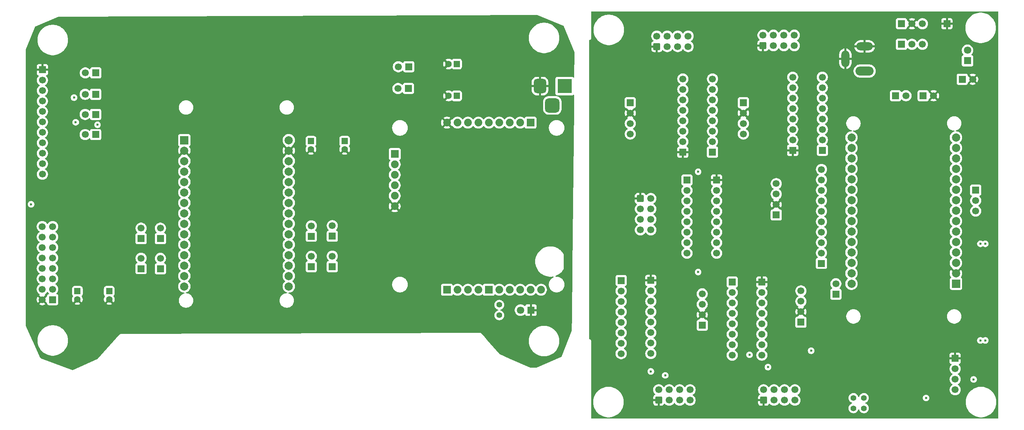
<source format=gbr>
%TF.GenerationSoftware,KiCad,Pcbnew,9.0.3*%
%TF.CreationDate,2026-02-04T18:41:09-06:00*%
%TF.ProjectId,pcblunarroverrfd900x modem,7063626c-756e-4617-9272-6f7665727266,rev?*%
%TF.SameCoordinates,Original*%
%TF.FileFunction,Copper,L2,Inr*%
%TF.FilePolarity,Positive*%
%FSLAX46Y46*%
G04 Gerber Fmt 4.6, Leading zero omitted, Abs format (unit mm)*
G04 Created by KiCad (PCBNEW 9.0.3) date 2026-02-04 18:41:09*
%MOMM*%
%LPD*%
G01*
G04 APERTURE LIST*
G04 Aperture macros list*
%AMRoundRect*
0 Rectangle with rounded corners*
0 $1 Rounding radius*
0 $2 $3 $4 $5 $6 $7 $8 $9 X,Y pos of 4 corners*
0 Add a 4 corners polygon primitive as box body*
4,1,4,$2,$3,$4,$5,$6,$7,$8,$9,$2,$3,0*
0 Add four circle primitives for the rounded corners*
1,1,$1+$1,$2,$3*
1,1,$1+$1,$4,$5*
1,1,$1+$1,$6,$7*
1,1,$1+$1,$8,$9*
0 Add four rect primitives between the rounded corners*
20,1,$1+$1,$2,$3,$4,$5,0*
20,1,$1+$1,$4,$5,$6,$7,0*
20,1,$1+$1,$6,$7,$8,$9,0*
20,1,$1+$1,$8,$9,$2,$3,0*%
G04 Aperture macros list end*
%TA.AperFunction,ComponentPad*%
%ADD10C,1.700000*%
%TD*%
%TA.AperFunction,ComponentPad*%
%ADD11R,1.700000X1.700000*%
%TD*%
%TA.AperFunction,ComponentPad*%
%ADD12RoundRect,0.250000X0.600000X-0.600000X0.600000X0.600000X-0.600000X0.600000X-0.600000X-0.600000X0*%
%TD*%
%TA.AperFunction,ComponentPad*%
%ADD13C,1.800000*%
%TD*%
%TA.AperFunction,ComponentPad*%
%ADD14R,1.800000X1.800000*%
%TD*%
%TA.AperFunction,ComponentPad*%
%ADD15RoundRect,0.250000X-0.600000X-0.600000X0.600000X-0.600000X0.600000X0.600000X-0.600000X0.600000X0*%
%TD*%
%TA.AperFunction,ComponentPad*%
%ADD16C,1.400000*%
%TD*%
%TA.AperFunction,ComponentPad*%
%ADD17C,2.000000*%
%TD*%
%TA.AperFunction,ComponentPad*%
%ADD18R,2.000000X2.000000*%
%TD*%
%TA.AperFunction,ComponentPad*%
%ADD19O,2.000000X4.000000*%
%TD*%
%TA.AperFunction,ComponentPad*%
%ADD20O,4.000000X2.000000*%
%TD*%
%TA.AperFunction,ComponentPad*%
%ADD21O,4.400000X2.200000*%
%TD*%
%TA.AperFunction,ComponentPad*%
%ADD22RoundRect,0.250000X-0.550000X0.550000X-0.550000X-0.550000X0.550000X-0.550000X0.550000X0.550000X0*%
%TD*%
%TA.AperFunction,ComponentPad*%
%ADD23C,1.600000*%
%TD*%
%TA.AperFunction,ComponentPad*%
%ADD24RoundRect,0.250000X0.550000X0.550000X-0.550000X0.550000X-0.550000X-0.550000X0.550000X-0.550000X0*%
%TD*%
%TA.AperFunction,ComponentPad*%
%ADD25R,1.879600X1.879600*%
%TD*%
%TA.AperFunction,ComponentPad*%
%ADD26C,1.879600*%
%TD*%
%TA.AperFunction,ComponentPad*%
%ADD27R,3.500000X3.500000*%
%TD*%
%TA.AperFunction,ComponentPad*%
%ADD28RoundRect,0.750000X-0.750000X-1.000000X0.750000X-1.000000X0.750000X1.000000X-0.750000X1.000000X0*%
%TD*%
%TA.AperFunction,ComponentPad*%
%ADD29RoundRect,0.875000X-0.875000X-0.875000X0.875000X-0.875000X0.875000X0.875000X-0.875000X0.875000X0*%
%TD*%
%TA.AperFunction,ViaPad*%
%ADD30C,0.600000*%
%TD*%
G04 APERTURE END LIST*
D10*
%TO.N,GND*%
%TO.C,R5*%
X253265000Y-43000000D03*
D11*
%TO.N,Net-(D1-K)*%
X250725000Y-43000000D03*
%TD*%
D10*
%TO.N,5V*%
%TO.C,MC1*%
X176460000Y-32500000D03*
%TO.N,Net-(MC1-Pin_7)*%
X179000000Y-32500000D03*
%TO.N,Net-(MC1-Pin_6)*%
X181540000Y-32500000D03*
%TO.N,Net-(MC1-Pin_5)*%
X184080000Y-32500000D03*
%TO.N,Net-(MC1-Pin_4)*%
X184080000Y-35040000D03*
%TO.N,Net-(MC1-Pin_3)*%
X181540000Y-35040000D03*
%TO.N,Net-(MC1-Pin_2)*%
X179000000Y-35040000D03*
D12*
%TO.N,GND*%
X176460000Y-35040000D03*
%TD*%
D13*
%TO.N,5V*%
%TO.C,D1*%
X252000000Y-35960000D03*
D14*
%TO.N,Net-(D1-K)*%
X252000000Y-38500000D03*
%TD*%
D11*
%TO.N,GND*%
%TO.C,SW5*%
X175000000Y-91920000D03*
D10*
%TO.N,5V*%
X175000000Y-94460000D03*
%TO.N,SCL*%
X175000000Y-97000000D03*
%TO.N,SDA*%
X175000000Y-99540000D03*
%TO.N,Net-(RE5-Pin_4)*%
X175000000Y-102080000D03*
%TO.N,Net-(RE5-Pin_3)*%
X175000000Y-104620000D03*
%TO.N,Net-(MC5-Pin_2)*%
X175000000Y-107160000D03*
%TO.N,Net-(MC5-Pin_3)*%
X175000000Y-109700000D03*
%TO.N,Net-(MC5-Pin_4)*%
X167790000Y-109710000D03*
%TO.N,Net-(MC5-Pin_5)*%
X167790000Y-107170000D03*
%TO.N,Net-(MC5-Pin_6)*%
X167790000Y-104630000D03*
%TO.N,Net-(MC5-Pin_7)*%
X167790000Y-102090000D03*
%TO.N,unconnected-(SW5-AIN8-Pad4)*%
X167790000Y-99550000D03*
%TO.N,unconnected-(SW5-AIN9-Pad3)*%
X167790000Y-97010000D03*
%TO.N,unconnected-(SW5-AIN10-Pad2)*%
X167790000Y-94470000D03*
D11*
%TO.N,unconnected-(SW5-AIN11-Pad1)*%
X167790000Y-91930000D03*
%TD*%
%TO.N,GND*%
%TO.C,SW4*%
X191000000Y-67500000D03*
D10*
%TO.N,5V*%
X191000000Y-70040000D03*
%TO.N,SCL*%
X191000000Y-72580000D03*
%TO.N,SDA*%
X191000000Y-75120000D03*
%TO.N,Net-(RE4-Pin_4)*%
X191000000Y-77660000D03*
%TO.N,Net-(RE4-Pin_3)*%
X191000000Y-80200000D03*
%TO.N,Net-(MC4-Pin_2)*%
X191000000Y-82740000D03*
%TO.N,Net-(MC4-Pin_3)*%
X191000000Y-85280000D03*
%TO.N,Net-(MC4-Pin_4)*%
X183790000Y-85290000D03*
%TO.N,Net-(MC4-Pin_5)*%
X183790000Y-82750000D03*
%TO.N,Net-(MC4-Pin_6)*%
X183790000Y-80210000D03*
%TO.N,Net-(MC4-Pin_7)*%
X183790000Y-77670000D03*
%TO.N,unconnected-(SW4-AIN8-Pad4)*%
X183790000Y-75130000D03*
%TO.N,unconnected-(SW4-AIN9-Pad3)*%
X183790000Y-72590000D03*
%TO.N,unconnected-(SW4-AIN10-Pad2)*%
X183790000Y-70050000D03*
D11*
%TO.N,unconnected-(SW4-AIN11-Pad1)*%
X183790000Y-67510000D03*
%TD*%
D10*
%TO.N,Net-(RE2-Pin_4)*%
%TO.C,RE2*%
X197500000Y-56310000D03*
%TO.N,Net-(RE2-Pin_3)*%
X197500000Y-53770000D03*
%TO.N,GND*%
X197500000Y-51230000D03*
D11*
%TO.N,5V*%
X197500000Y-48690000D03*
%TD*%
D10*
%TO.N,5V*%
%TO.C,MC4*%
X175000000Y-72000000D03*
%TO.N,Net-(MC4-Pin_7)*%
X175000000Y-74540000D03*
%TO.N,Net-(MC4-Pin_6)*%
X175000000Y-77080000D03*
%TO.N,Net-(MC4-Pin_5)*%
X175000000Y-79620000D03*
%TO.N,Net-(MC4-Pin_4)*%
X172460000Y-79620000D03*
%TO.N,Net-(MC4-Pin_3)*%
X172460000Y-77080000D03*
%TO.N,Net-(MC4-Pin_2)*%
X172460000Y-74540000D03*
D15*
%TO.N,GND*%
X172460000Y-72000000D03*
%TD*%
D16*
%TO.N,3.3V*%
%TO.C,R1*%
X226820000Y-123000000D03*
%TO.N,SCL*%
X224280000Y-123000000D03*
%TD*%
D10*
%TO.N,GND*%
%TO.C,R3*%
X243765000Y-47000000D03*
D11*
%TO.N,Net-(U1-D2)*%
X241225000Y-47000000D03*
%TD*%
%TO.N,GND*%
%TO.C,J2*%
X247000000Y-29500000D03*
%TD*%
D10*
%TO.N,5V*%
%TO.C,MC2*%
X202280000Y-32280000D03*
%TO.N,Net-(MC2-Pin_7)*%
X204820000Y-32280000D03*
%TO.N,Net-(MC2-Pin_6)*%
X207360000Y-32280000D03*
%TO.N,Net-(MC2-Pin_5)*%
X209900000Y-32280000D03*
%TO.N,Net-(MC2-Pin_4)*%
X209900000Y-34820000D03*
%TO.N,Net-(MC2-Pin_3)*%
X207360000Y-34820000D03*
%TO.N,Net-(MC2-Pin_2)*%
X204820000Y-34820000D03*
D12*
%TO.N,GND*%
X202280000Y-34820000D03*
%TD*%
D10*
%TO.N,Net-(RE1-Pin_4)*%
%TO.C,RE1*%
X170000000Y-56310000D03*
%TO.N,Net-(RE1-Pin_3)*%
X170000000Y-53770000D03*
%TO.N,GND*%
X170000000Y-51230000D03*
D11*
%TO.N,5V*%
X170000000Y-48690000D03*
%TD*%
%TO.N,GND*%
%TO.C,SW2*%
X209500000Y-60280000D03*
D10*
%TO.N,5V*%
X209500000Y-57740000D03*
%TO.N,SCL*%
X209500000Y-55200000D03*
%TO.N,SDA*%
X209500000Y-52660000D03*
%TO.N,Net-(RE2-Pin_4)*%
X209500000Y-50120000D03*
%TO.N,Net-(RE2-Pin_3)*%
X209500000Y-47580000D03*
%TO.N,Net-(MC2-Pin_2)*%
X209500000Y-45040000D03*
%TO.N,Net-(MC2-Pin_3)*%
X209500000Y-42500000D03*
%TO.N,Net-(MC2-Pin_4)*%
X216710000Y-42490000D03*
%TO.N,Net-(MC2-Pin_5)*%
X216710000Y-45030000D03*
%TO.N,Net-(MC2-Pin_6)*%
X216710000Y-47570000D03*
%TO.N,Net-(MC2-Pin_7)*%
X216710000Y-50110000D03*
%TO.N,unconnected-(SW2-AIN8-Pad4)*%
X216710000Y-52650000D03*
%TO.N,unconnected-(SW2-AIN9-Pad3)*%
X216710000Y-55190000D03*
%TO.N,unconnected-(SW2-AIN10-Pad2)*%
X216710000Y-57730000D03*
D11*
%TO.N,unconnected-(SW2-AIN11-Pad1)*%
X216710000Y-60270000D03*
%TD*%
D10*
%TO.N,5V*%
%TO.C,J7*%
X241040000Y-34500000D03*
%TO.N,Vin*%
X238500000Y-34500000D03*
D11*
%TO.N,Net-(J7-Pin_1)*%
X235960000Y-34500000D03*
%TD*%
D16*
%TO.N,3.3V*%
%TO.C,R2*%
X226820000Y-120500000D03*
%TO.N,SDA*%
X224280000Y-120500000D03*
%TD*%
D10*
%TO.N,Net-(RE5-Pin_4)*%
%TO.C,RE5*%
X187500000Y-95190000D03*
%TO.N,Net-(RE5-Pin_3)*%
X187500000Y-97730000D03*
%TO.N,GND*%
X187500000Y-100270000D03*
D11*
%TO.N,5V*%
X187500000Y-102810000D03*
%TD*%
D10*
%TO.N,5V*%
%TO.C,MC5*%
X176920000Y-118500000D03*
%TO.N,Net-(MC5-Pin_7)*%
X179460000Y-118500000D03*
%TO.N,Net-(MC5-Pin_6)*%
X182000000Y-118500000D03*
%TO.N,Net-(MC5-Pin_5)*%
X184540000Y-118500000D03*
%TO.N,Net-(MC5-Pin_4)*%
X184540000Y-121040000D03*
%TO.N,Net-(MC5-Pin_3)*%
X182000000Y-121040000D03*
%TO.N,Net-(MC5-Pin_2)*%
X179460000Y-121040000D03*
D12*
%TO.N,GND*%
X176920000Y-121040000D03*
%TD*%
D10*
%TO.N,ESP32Feeder*%
%TO.C,J6*%
X220000000Y-92735000D03*
D11*
%TO.N,5V*%
X220000000Y-95275000D03*
%TD*%
D10*
%TO.N,Net-(RE4-Pin_4)*%
%TO.C,RE4*%
X205500000Y-68380000D03*
%TO.N,Net-(RE4-Pin_3)*%
X205500000Y-70920000D03*
%TO.N,GND*%
X205500000Y-73460000D03*
D11*
%TO.N,5V*%
X205500000Y-76000000D03*
%TD*%
D10*
%TO.N,SDA*%
%TO.C,OLED1*%
X249000000Y-118500000D03*
%TO.N,SCL*%
X249000000Y-115960000D03*
%TO.N,3.3V*%
X249000000Y-113420000D03*
D11*
%TO.N,GND*%
X249000000Y-110880000D03*
%TD*%
%TO.N,GND*%
%TO.C,SW3*%
X202000000Y-92300000D03*
D10*
%TO.N,5V*%
X202000000Y-94840000D03*
%TO.N,SCL*%
X202000000Y-97380000D03*
%TO.N,SDA*%
X202000000Y-99920000D03*
%TO.N,Net-(RE3-Pin_4)*%
X202000000Y-102460000D03*
%TO.N,Net-(RE3-Pin_3)*%
X202000000Y-105000000D03*
%TO.N,Net-(MC3-Pin_2)*%
X202000000Y-107540000D03*
%TO.N,Net-(MC3-Pin_3)*%
X202000000Y-110080000D03*
%TO.N,Net-(MC3-Pin_4)*%
X194790000Y-110090000D03*
%TO.N,Net-(MC3-Pin_5)*%
X194790000Y-107550000D03*
%TO.N,Net-(MC3-Pin_6)*%
X194790000Y-105010000D03*
%TO.N,Net-(MC3-Pin_7)*%
X194790000Y-102470000D03*
%TO.N,unconnected-(SW3-AIN8-Pad4)*%
X194790000Y-99930000D03*
%TO.N,unconnected-(SW3-AIN9-Pad3)*%
X194790000Y-97390000D03*
%TO.N,unconnected-(SW3-AIN10-Pad2)*%
X194790000Y-94850000D03*
D11*
%TO.N,unconnected-(SW3-AIN11-Pad1)*%
X194790000Y-92310000D03*
%TD*%
D10*
%TO.N,Net-(U1-D2)*%
%TO.C,R4*%
X237040000Y-47000000D03*
D11*
%TO.N,Vin*%
X234500000Y-47000000D03*
%TD*%
D17*
%TO.N,ESP32Feeder*%
%TO.C,U1*%
X223800000Y-92715000D03*
%TO.N,unconnected-(U1-GND__1-Pad29)*%
X223800000Y-90175000D03*
%TO.N,Net-(J4-Pin_1)*%
X223800000Y-87635000D03*
%TO.N,Net-(J4-Pin_2)*%
X223800000Y-85095000D03*
%TO.N,Net-(J4-Pin_3)*%
X223800000Y-82555000D03*
%TO.N,Net-(J4-Pin_4)*%
X223800000Y-80015000D03*
%TO.N,Net-(J4-Pin_5)*%
X223800000Y-77475000D03*
%TO.N,Net-(J4-Pin_6)*%
X223800000Y-74935000D03*
%TO.N,Net-(J4-Pin_7)*%
X223800000Y-72395000D03*
%TO.N,Net-(J4-Pin_8)*%
X223800000Y-69855000D03*
%TO.N,Net-(J4-Pin_9)*%
X223800000Y-67315000D03*
%TO.N,Net-(J4-Pin_10)*%
X223800000Y-64775000D03*
%TO.N,unconnected-(U1-VN-Pad18)*%
X223800000Y-62235000D03*
%TO.N,unconnected-(U1-VP-Pad17)*%
X223800000Y-59695000D03*
%TO.N,unconnected-(U1-EN-Pad16)*%
X223800000Y-57155000D03*
%TO.N,unconnected-(U1-D23-Pad15)*%
X249200000Y-57155000D03*
%TO.N,SCL*%
X249200000Y-59695000D03*
%TO.N,unconnected-(U1-TX0-Pad13)*%
X249200000Y-62235000D03*
%TO.N,unconnected-(U1-RX0-Pad12)*%
X249200000Y-64775000D03*
%TO.N,SDA*%
X249200000Y-67315000D03*
%TO.N,Net-(J5-Pin_1)*%
X249200000Y-69855000D03*
%TO.N,Net-(J5-Pin_2)*%
X249200000Y-72395000D03*
%TO.N,Net-(J5-Pin_3)*%
X249200000Y-74935000D03*
%TO.N,unconnected-(U1-TX2-Pad7)*%
X249200000Y-77475000D03*
%TO.N,unconnected-(U1-RX2-Pad6)*%
X249200000Y-80015000D03*
%TO.N,unconnected-(U1-D4-Pad5)*%
X249200000Y-82555000D03*
%TO.N,Net-(U1-D2)*%
X249200000Y-85095000D03*
%TO.N,unconnected-(U1-D15-Pad3)*%
X249200000Y-87635000D03*
%TO.N,GND*%
X249200000Y-90175000D03*
D18*
%TO.N,3.3V*%
X249200000Y-92715000D03*
%TD*%
D10*
%TO.N,Net-(RE3-Pin_4)*%
%TO.C,RE3*%
X211500000Y-94460000D03*
%TO.N,Net-(RE3-Pin_3)*%
X211500000Y-97000000D03*
%TO.N,GND*%
X211500000Y-99540000D03*
D11*
%TO.N,5V*%
X211500000Y-102080000D03*
%TD*%
D10*
%TO.N,Net-(J4-Pin_10)*%
%TO.C,J4*%
X216500000Y-64920000D03*
%TO.N,Net-(J4-Pin_9)*%
X216500000Y-67460000D03*
%TO.N,Net-(J4-Pin_8)*%
X216500000Y-70000000D03*
%TO.N,Net-(J4-Pin_7)*%
X216500000Y-72540000D03*
%TO.N,Net-(J4-Pin_6)*%
X216500000Y-75080000D03*
%TO.N,Net-(J4-Pin_5)*%
X216500000Y-77620000D03*
%TO.N,Net-(J4-Pin_4)*%
X216500000Y-80160000D03*
%TO.N,Net-(J4-Pin_3)*%
X216500000Y-82700000D03*
%TO.N,Net-(J4-Pin_2)*%
X216500000Y-85240000D03*
D11*
%TO.N,Net-(J4-Pin_1)*%
X216500000Y-87780000D03*
%TD*%
%TO.N,GND*%
%TO.C,SW1*%
X182790000Y-60710000D03*
D10*
%TO.N,5V*%
X182790000Y-58170000D03*
%TO.N,SCL*%
X182790000Y-55630000D03*
%TO.N,SDA*%
X182790000Y-53090000D03*
%TO.N,Net-(RE1-Pin_4)*%
X182790000Y-50550000D03*
%TO.N,Net-(RE1-Pin_3)*%
X182790000Y-48010000D03*
%TO.N,Net-(MC1-Pin_2)*%
X182790000Y-45470000D03*
%TO.N,Net-(MC1-Pin_3)*%
X182790000Y-42930000D03*
%TO.N,Net-(MC1-Pin_4)*%
X190000000Y-42920000D03*
%TO.N,Net-(MC1-Pin_5)*%
X190000000Y-45460000D03*
%TO.N,Net-(MC1-Pin_6)*%
X190000000Y-48000000D03*
%TO.N,Net-(MC1-Pin_7)*%
X190000000Y-50540000D03*
%TO.N,unconnected-(SW1-AIN8-Pad4)*%
X190000000Y-53080000D03*
%TO.N,unconnected-(SW1-AIN9-Pad3)*%
X190000000Y-55620000D03*
%TO.N,unconnected-(SW1-AIN10-Pad2)*%
X190000000Y-58160000D03*
D11*
%TO.N,unconnected-(SW1-AIN11-Pad1)*%
X190000000Y-60700000D03*
%TD*%
D10*
%TO.N,5V*%
%TO.C,MC3*%
X202420000Y-118500000D03*
%TO.N,Net-(MC3-Pin_7)*%
X204960000Y-118500000D03*
%TO.N,Net-(MC3-Pin_6)*%
X207500000Y-118500000D03*
%TO.N,Net-(MC3-Pin_5)*%
X210040000Y-118500000D03*
%TO.N,Net-(MC3-Pin_4)*%
X210040000Y-121040000D03*
%TO.N,Net-(MC3-Pin_3)*%
X207500000Y-121040000D03*
%TO.N,Net-(MC3-Pin_2)*%
X204960000Y-121040000D03*
D12*
%TO.N,GND*%
X202420000Y-121040000D03*
%TD*%
D10*
%TO.N,Net-(J5-Pin_3)*%
%TO.C,J5*%
X254000000Y-75040000D03*
%TO.N,Net-(J5-Pin_2)*%
X254000000Y-72500000D03*
D11*
%TO.N,Net-(J5-Pin_1)*%
X254000000Y-69960000D03*
%TD*%
D19*
%TO.N,GND*%
%TO.C,J1*%
X222300000Y-38000000D03*
D20*
X227000000Y-35000000D03*
D21*
%TO.N,Vin*%
X227000000Y-41000000D03*
%TD*%
D10*
%TO.N,5V*%
%TO.C,U3*%
X241040000Y-29500000D03*
%TO.N,GND*%
X238500000Y-29500000D03*
D11*
%TO.N,Net-(J7-Pin_1)*%
X235960000Y-29500000D03*
%TD*%
D16*
%TO.N,RTK-jet*%
%TO.C,1k*%
X138150253Y-97849747D03*
%TO.N,Net-(D1-A)*%
X138150253Y-100389747D03*
%TD*%
D11*
%TO.N,SDA*%
%TO.C,J14*%
X92450253Y-81174747D03*
D10*
%TO.N,Net-(J11-Pin_1)*%
X92450253Y-78634747D03*
%TD*%
D22*
%TO.N,+5V*%
%TO.C,10uF2*%
X92350253Y-58049747D03*
D23*
%TO.N,GND*%
X92350253Y-60049747D03*
%TD*%
D11*
%TO.N,Net-(J10-Pin_1)*%
%TO.C,J10*%
X40030253Y-41449747D03*
D10*
%TO.N,CTS-jet*%
X37490253Y-41449747D03*
%TD*%
D22*
%TO.N,+5V*%
%TO.C,1000uf1*%
X35550253Y-94549747D03*
D23*
%TO.N,GND*%
X35550253Y-96549747D03*
%TD*%
D11*
%TO.N,CTS-esp*%
%TO.C,J3*%
X51050253Y-81749747D03*
D10*
%TO.N,Net-(J10-Pin_1)*%
X51050253Y-79209747D03*
%TD*%
D11*
%TO.N,RX-esp*%
%TO.C,J4*%
X55750253Y-81749747D03*
D10*
%TO.N,Net-(J2-Pin_8)*%
X55750253Y-79209747D03*
%TD*%
D11*
%TO.N,Net-(J2-Pin_10)*%
%TO.C,J9*%
X39990253Y-46649747D03*
D10*
%TO.N,TX-jet*%
X37450253Y-46649747D03*
%TD*%
D24*
%TO.N,+5V*%
%TO.C,10uF1*%
X127800253Y-47049747D03*
D23*
%TO.N,GND*%
X125800253Y-47049747D03*
%TD*%
D18*
%TO.N,unconnected-(U1-3V3-Pad1)*%
%TO.C,U1*%
X61550253Y-57809747D03*
D17*
%TO.N,GND*%
X61550253Y-60349747D03*
%TO.N,unconnected-(U1-D15-Pad3)*%
X61550253Y-62889747D03*
%TO.N,unconnected-(U1-D2-Pad4)*%
X61550253Y-65429747D03*
%TO.N,unconnected-(U1-D4-Pad5)*%
X61550253Y-67969747D03*
%TO.N,TX-jet*%
X61550253Y-70509747D03*
%TO.N,RX-jet*%
X61550253Y-73049747D03*
%TO.N,unconnected-(U1-D5-Pad8)*%
X61550253Y-75589747D03*
%TO.N,RST*%
X61550253Y-78129747D03*
%TO.N,INT*%
X61550253Y-80669747D03*
%TO.N,SDA*%
X61550253Y-83209747D03*
%TO.N,RX-esp*%
X61550253Y-85749747D03*
%TO.N,TX-esp*%
X61550253Y-88289747D03*
%TO.N,SCL*%
X61550253Y-90829747D03*
%TO.N,RTS-esp*%
X61550253Y-93369747D03*
%TO.N,unconnected-(U1-EN-Pad16)*%
X86950253Y-93369747D03*
%TO.N,unconnected-(U1-VP-Pad17)*%
X86950253Y-90829747D03*
%TO.N,unconnected-(U1-VN-Pad18)*%
X86950253Y-88289747D03*
%TO.N,unconnected-(U1-D34-Pad19)*%
X86950253Y-85749747D03*
%TO.N,unconnected-(U1-D35-Pad20)*%
X86950253Y-83209747D03*
%TO.N,unconnected-(U1-D32-Pad21)*%
X86950253Y-80669747D03*
%TO.N,unconnected-(U1-D33-Pad22)*%
X86950253Y-78129747D03*
%TO.N,CTS-esp*%
X86950253Y-75589747D03*
%TO.N,unconnected-(U1-D26-Pad24)*%
X86950253Y-73049747D03*
%TO.N,unconnected-(U1-D27-Pad25)*%
X86950253Y-70509747D03*
%TO.N,unconnected-(U1-D14-Pad26)*%
X86950253Y-67969747D03*
%TO.N,unconnected-(U1-D12-Pad27)*%
X86950253Y-65429747D03*
%TO.N,unconnected-(U1-D13-Pad28)*%
X86950253Y-62889747D03*
%TO.N,GND*%
X86950253Y-60349747D03*
%TO.N,+5V*%
X86950253Y-57809747D03*
%TD*%
D25*
%TO.N,N/C*%
%TO.C,U2*%
X112730253Y-61169747D03*
D26*
%TO.N,unconnected-(U2A-TX2_J1-PadJ1_2)*%
X112730253Y-63709747D03*
%TO.N,unconnected-(U2A-RX2_J1-PadJ1_3)*%
X112730253Y-66249747D03*
%TO.N,unconnected-(U2A-3.3V_J1-PadJ1_4)*%
X112730253Y-68789747D03*
%TO.N,N/C*%
X112730253Y-71329747D03*
%TO.N,GND*%
X112730253Y-73869747D03*
D25*
%TO.N,unconnected-(U2B-GND_J3-PadJ3_1)*%
X125430253Y-94189747D03*
D26*
%TO.N,unconnected-(U2B-3.3V_J3-PadJ3_2)*%
X127970253Y-94189747D03*
%TO.N,unconnected-(U2B-SDA{slash}~{CS}_J3-PadJ3_3)*%
X130510253Y-94189747D03*
%TO.N,unconnected-(U2B-SCL{slash}SCK_J3-PadJ3_4)*%
X133050253Y-94189747D03*
D25*
%TO.N,unconnected-(U2C-FENCE_STAT-PadJ6_1)*%
X135590253Y-94189747D03*
D26*
%TO.N,RTK-jet*%
X138130253Y-94189747D03*
%TO.N,unconnected-(U2C-PPS-PadJ6_3)*%
X140670253Y-94189747D03*
%TO.N,RST*%
X143210253Y-94189747D03*
%TO.N,unconnected-(U2C-~{SAFE}-PadJ6_5)*%
X145750253Y-94189747D03*
%TO.N,INT*%
X148290253Y-94189747D03*
D25*
%TO.N,Net-(J12-Pin_1)*%
X145750253Y-53549747D03*
D26*
%TO.N,unconnected-(U2D-TXO{slash}MISO-PadJ7_2)*%
X143210253Y-53549747D03*
%TO.N,unconnected-(U2D-RXI{slash}MOSI-PadJ7_3)*%
X140670253Y-53549747D03*
%TO.N,Net-(J11-Pin_1)*%
X138130253Y-53549747D03*
%TO.N,Net-(J17-Pin_2)*%
X135590253Y-53549747D03*
%TO.N,Net-(J16-Pin_2)*%
X133050253Y-53549747D03*
%TO.N,unconnected-(U2D-3.3V_J7-PadJ7_7)*%
X130510253Y-53549747D03*
%TO.N,+5V*%
X127970253Y-53549747D03*
%TO.N,GND*%
X125430253Y-53549747D03*
%TD*%
D11*
%TO.N,RX2-jet*%
%TO.C,J16*%
X92450253Y-88589747D03*
D10*
%TO.N,Net-(J16-Pin_2)*%
X92450253Y-86049747D03*
%TD*%
D11*
%TO.N,SCL*%
%TO.C,J13*%
X97550253Y-81149747D03*
D10*
%TO.N,Net-(J12-Pin_1)*%
X97550253Y-78609747D03*
%TD*%
D14*
%TO.N,GND*%
%TO.C,D1*%
X145850253Y-99149747D03*
D13*
%TO.N,Net-(D1-A)*%
X143310253Y-99149747D03*
%TD*%
D24*
%TO.N,+5V*%
%TO.C,0.1uF3*%
X127800253Y-39299747D03*
D23*
%TO.N,GND*%
X125800253Y-39299747D03*
%TD*%
D11*
%TO.N,TX2-jet*%
%TO.C,J17*%
X97550253Y-88549747D03*
D10*
%TO.N,Net-(J17-Pin_2)*%
X97550253Y-86009747D03*
%TD*%
D11*
%TO.N,TX-esp*%
%TO.C,J5*%
X55750253Y-89089747D03*
D10*
%TO.N,Net-(J2-Pin_10)*%
X55750253Y-86549747D03*
%TD*%
D11*
%TO.N,Net-(J12-Pin_1)*%
%TO.C,J12*%
X116150253Y-39949747D03*
D10*
%TO.N,SCL-jet*%
X113610253Y-39949747D03*
%TD*%
D11*
%TO.N,GND*%
%TO.C,J18*%
X27050253Y-40689747D03*
D10*
%TO.N,CTS-jet*%
X27050253Y-43229747D03*
%TO.N,unconnected-(J18-Pin_3-Pad3)*%
X27050253Y-45769747D03*
%TO.N,TX-jet*%
X27050253Y-48309747D03*
%TO.N,RX-jet*%
X27050253Y-50849747D03*
%TO.N,RTS-jet*%
X27050253Y-53389747D03*
%TO.N,SDA-jet*%
X27050253Y-55929747D03*
%TO.N,SCL-jet*%
X27050253Y-58469747D03*
%TO.N,RTK-jet*%
X27050253Y-61009747D03*
%TO.N,RX2-jet*%
X27050253Y-63549747D03*
%TO.N,TX2-jet*%
X27050253Y-66089747D03*
%TD*%
D22*
%TO.N,+5V*%
%TO.C,0.1uF1*%
X43305365Y-94544635D03*
D23*
%TO.N,GND*%
X43305365Y-96544635D03*
%TD*%
D22*
%TO.N,+5V*%
%TO.C,0.1uf2*%
X100550253Y-58049747D03*
D23*
%TO.N,GND*%
X100550253Y-60049747D03*
%TD*%
D11*
%TO.N,RTS-esp*%
%TO.C,J6*%
X51050253Y-89049747D03*
D10*
%TO.N,Net-(J2-Pin_12)*%
X51050253Y-86509747D03*
%TD*%
D11*
%TO.N,Net-(J2-Pin_8)*%
%TO.C,J8*%
X39990253Y-51549747D03*
D10*
%TO.N,RX-jet*%
X37450253Y-51549747D03*
%TD*%
D11*
%TO.N,Net-(J2-Pin_12)*%
%TO.C,J7*%
X39990253Y-56449747D03*
D10*
%TO.N,RTS-jet*%
X37450253Y-56449747D03*
%TD*%
D11*
%TO.N,Net-(J11-Pin_1)*%
%TO.C,J11*%
X116050253Y-45249747D03*
D10*
%TO.N,SDA-jet*%
X113510253Y-45249747D03*
%TD*%
D27*
%TO.N,+5V*%
%TO.C,J1*%
X154050253Y-44649747D03*
D28*
%TO.N,GND*%
X148050253Y-44649747D03*
D29*
%TO.N,unconnected-(J1-Pad3)*%
X151050253Y-49349747D03*
%TD*%
D11*
%TO.N,unconnected-(J2-Pin_1-Pad1)*%
%TO.C,J2*%
X29550253Y-96589747D03*
D10*
%TO.N,GND*%
X27010253Y-96589747D03*
%TO.N,+5V*%
X29550253Y-94049747D03*
%TO.N,Net-(J10-Pin_1)*%
X27010253Y-94049747D03*
%TO.N,unconnected-(J2-Pin_5-Pad5)*%
X29550253Y-91509747D03*
%TO.N,unconnected-(J2-Pin_6-Pad6)*%
X27010253Y-91509747D03*
%TO.N,unconnected-(J2-Pin_7-Pad7)*%
X29550253Y-88969747D03*
%TO.N,Net-(J2-Pin_8)*%
X27010253Y-88969747D03*
%TO.N,unconnected-(J2-Pin_9-Pad9)*%
X29550253Y-86429747D03*
%TO.N,Net-(J2-Pin_10)*%
X27010253Y-86429747D03*
%TO.N,unconnected-(J2-Pin_11-Pad11)*%
X29550253Y-83889747D03*
%TO.N,Net-(J2-Pin_12)*%
X27010253Y-83889747D03*
%TO.N,unconnected-(J2-Pin_13-Pad13)*%
X29550253Y-81349747D03*
%TO.N,unconnected-(J2-Pin_14-Pad14)*%
X27010253Y-81349747D03*
%TO.N,unconnected-(J2-Pin_15-Pad15)*%
X29550253Y-78809747D03*
%TO.N,unconnected-(J2-Pin_16-Pad16)*%
X27010253Y-78809747D03*
%TD*%
D30*
%TO.N,Net-(MC3-Pin_5)*%
X203500000Y-113000000D03*
%TO.N,Net-(MC3-Pin_6)*%
X199000000Y-110000000D03*
%TO.N,Net-(MC5-Pin_7)*%
X175000000Y-114040000D03*
%TO.N,Net-(MC5-Pin_3)*%
X178500000Y-115000000D03*
%TO.N,SCL*%
X256328000Y-106500000D03*
X256328000Y-83000000D03*
X253500000Y-116000000D03*
X253500000Y-116000000D03*
%TO.N,SDA*%
X255151000Y-83000000D03*
X214000000Y-109000000D03*
X186500000Y-89874000D03*
X186500000Y-65500000D03*
X255151000Y-106500000D03*
%TO.N,3.3V*%
X241920000Y-120500000D03*
%TO.N,SCL-jet*%
X34750253Y-47449747D03*
%TO.N,TX2-jet*%
X35150253Y-53449747D03*
X40450253Y-54049747D03*
%TO.N,Net-(J10-Pin_1)*%
X24300253Y-73399747D03*
%TD*%
%TA.AperFunction,Conductor*%
%TO.N,GND*%
G36*
X28351697Y-94703746D02*
G01*
X28390739Y-94748803D01*
X28395204Y-94757567D01*
X28520143Y-94929533D01*
X28633683Y-95043073D01*
X28667168Y-95104396D01*
X28662184Y-95174088D01*
X28620312Y-95230021D01*
X28589336Y-95246936D01*
X28457922Y-95295950D01*
X28457917Y-95295953D01*
X28342708Y-95382199D01*
X28342705Y-95382202D01*
X28256459Y-95497411D01*
X28256455Y-95497418D01*
X28206161Y-95632264D01*
X28199754Y-95691863D01*
X28199754Y-95691870D01*
X28199753Y-95691882D01*
X28199753Y-95702437D01*
X28180068Y-95769476D01*
X28163434Y-95790118D01*
X27493215Y-96460337D01*
X27476178Y-96396754D01*
X27410352Y-96282740D01*
X27317260Y-96189648D01*
X27203246Y-96123822D01*
X27139662Y-96106784D01*
X27771969Y-95474475D01*
X27717800Y-95435120D01*
X27717800Y-95435119D01*
X27708753Y-95430510D01*
X27657959Y-95382535D01*
X27641165Y-95314713D01*
X27663704Y-95248579D01*
X27708761Y-95209540D01*
X27718069Y-95204798D01*
X27800866Y-95144643D01*
X27890039Y-95079856D01*
X27890041Y-95079853D01*
X27890045Y-95079851D01*
X28040357Y-94929539D01*
X28040359Y-94929535D01*
X28040362Y-94929533D01*
X28149339Y-94779536D01*
X28165304Y-94757563D01*
X28169767Y-94748801D01*
X28217741Y-94698006D01*
X28285561Y-94681210D01*
X28351697Y-94703746D01*
G37*
%TD.AperFunction*%
%TA.AperFunction,Conductor*%
G36*
X147356818Y-27365418D02*
G01*
X147961549Y-27611927D01*
X153755477Y-29973728D01*
X153810126Y-30017262D01*
X153823288Y-30041238D01*
X156447871Y-36399032D01*
X156457247Y-36447577D01*
X156397325Y-42490848D01*
X156376977Y-42557689D01*
X156323722Y-42602919D01*
X156254468Y-42612176D01*
X156191203Y-42582522D01*
X156174071Y-42563938D01*
X156157799Y-42542201D01*
X156130715Y-42521926D01*
X156042588Y-42455953D01*
X156042581Y-42455949D01*
X155907735Y-42405655D01*
X155907736Y-42405655D01*
X155848136Y-42399248D01*
X155848134Y-42399247D01*
X155848126Y-42399247D01*
X155848117Y-42399247D01*
X152252382Y-42399247D01*
X152252376Y-42399248D01*
X152192769Y-42405655D01*
X152057924Y-42455949D01*
X152057917Y-42455953D01*
X151942708Y-42542199D01*
X151942705Y-42542202D01*
X151856459Y-42657411D01*
X151856455Y-42657418D01*
X151806161Y-42792264D01*
X151799754Y-42851863D01*
X151799753Y-42851882D01*
X151799753Y-46447617D01*
X151799754Y-46447623D01*
X151806161Y-46507230D01*
X151856455Y-46642075D01*
X151856459Y-46642082D01*
X151942705Y-46757291D01*
X151942708Y-46757294D01*
X152057917Y-46843540D01*
X152057926Y-46843545D01*
X152105190Y-46861173D01*
X152161124Y-46903043D01*
X152185542Y-46968507D01*
X152170691Y-47036780D01*
X152121286Y-47086186D01*
X152055281Y-47101180D01*
X152018910Y-47099248D01*
X152018881Y-47099247D01*
X152018875Y-47099247D01*
X150081631Y-47099247D01*
X150081623Y-47099247D01*
X150081600Y-47099248D01*
X150029009Y-47102042D01*
X150029008Y-47102042D01*
X149799131Y-47146501D01*
X149799129Y-47146501D01*
X149799127Y-47146502D01*
X149725186Y-47174406D01*
X149580063Y-47229172D01*
X149378121Y-47347676D01*
X149378114Y-47347681D01*
X149199111Y-47498603D01*
X149199109Y-47498605D01*
X149048187Y-47677608D01*
X149048182Y-47677615D01*
X148929678Y-47879557D01*
X148874912Y-48024680D01*
X148847008Y-48098621D01*
X148847007Y-48098623D01*
X148847007Y-48098625D01*
X148802548Y-48328502D01*
X148802548Y-48328503D01*
X148799754Y-48381094D01*
X148799753Y-48381133D01*
X148799753Y-50318360D01*
X148799754Y-50318399D01*
X148802548Y-50370990D01*
X148802548Y-50370991D01*
X148831297Y-50519637D01*
X148847008Y-50600873D01*
X148895579Y-50729579D01*
X148929678Y-50819936D01*
X149048182Y-51021878D01*
X149048187Y-51021885D01*
X149199109Y-51200888D01*
X149199111Y-51200890D01*
X149378114Y-51351812D01*
X149378121Y-51351817D01*
X149580063Y-51470321D01*
X149799127Y-51552992D01*
X150029012Y-51597452D01*
X150081631Y-51600247D01*
X150081639Y-51600247D01*
X152018867Y-51600247D01*
X152018875Y-51600247D01*
X152071494Y-51597452D01*
X152301379Y-51552992D01*
X152520443Y-51470321D01*
X152722385Y-51351817D01*
X152901395Y-51200889D01*
X153052323Y-51021879D01*
X153170827Y-50819937D01*
X153253498Y-50600873D01*
X153297958Y-50370988D01*
X153300753Y-50318369D01*
X153300753Y-48381125D01*
X153297958Y-48328506D01*
X153253498Y-48098621D01*
X153170827Y-47879557D01*
X153052323Y-47677615D01*
X153052318Y-47677608D01*
X152901396Y-47498605D01*
X152901394Y-47498603D01*
X152722391Y-47347681D01*
X152722384Y-47347676D01*
X152520442Y-47229172D01*
X152422766Y-47192311D01*
X152301379Y-47146502D01*
X152301374Y-47146501D01*
X152301369Y-47146499D01*
X152298723Y-47145987D01*
X152297704Y-47145460D01*
X152296303Y-47145064D01*
X152296383Y-47144778D01*
X152236645Y-47113924D01*
X152201756Y-47053388D01*
X152205134Y-46983600D01*
X152245705Y-46926717D01*
X152310590Y-46900799D01*
X152322262Y-46900246D01*
X155848125Y-46900246D01*
X155907736Y-46893838D01*
X156042584Y-46843543D01*
X156155707Y-46758858D01*
X156221168Y-46734442D01*
X156289441Y-46749293D01*
X156338847Y-46798698D01*
X156354010Y-46859355D01*
X156318955Y-50394698D01*
X155942279Y-88383414D01*
X155815477Y-101171821D01*
X155791832Y-103556457D01*
X155791832Y-103556458D01*
X155786627Y-104081252D01*
X155778088Y-104125256D01*
X153318792Y-110402426D01*
X153276009Y-110457665D01*
X153253835Y-110470444D01*
X147228219Y-113157238D01*
X147178337Y-113167984D01*
X145704683Y-113175304D01*
X145653149Y-113164369D01*
X140612704Y-110894382D01*
X138220107Y-109816865D01*
X138177766Y-109785523D01*
X135292642Y-106492907D01*
X145348753Y-106492907D01*
X145348753Y-106856586D01*
X145384399Y-107218524D01*
X145455350Y-107575217D01*
X145560925Y-107923250D01*
X145700102Y-108259253D01*
X145700104Y-108259258D01*
X145871535Y-108579981D01*
X145871546Y-108579999D01*
X146073589Y-108882378D01*
X146073599Y-108882392D01*
X146304319Y-109163525D01*
X146561474Y-109420680D01*
X146561479Y-109420684D01*
X146561480Y-109420685D01*
X146842613Y-109651405D01*
X147145007Y-109853458D01*
X147145016Y-109853463D01*
X147145018Y-109853464D01*
X147465741Y-110024895D01*
X147465743Y-110024895D01*
X147465749Y-110024899D01*
X147801751Y-110164075D01*
X148149777Y-110269648D01*
X148506475Y-110340600D01*
X148868410Y-110376247D01*
X148868413Y-110376247D01*
X149232093Y-110376247D01*
X149232096Y-110376247D01*
X149594031Y-110340600D01*
X149950729Y-110269648D01*
X150298755Y-110164075D01*
X150634757Y-110024899D01*
X150955499Y-109853458D01*
X151257893Y-109651405D01*
X151539026Y-109420685D01*
X151796191Y-109163520D01*
X152026911Y-108882387D01*
X152228964Y-108579993D01*
X152400405Y-108259251D01*
X152539581Y-107923249D01*
X152645154Y-107575223D01*
X152716106Y-107218525D01*
X152751753Y-106856590D01*
X152751753Y-106492904D01*
X152716106Y-106130969D01*
X152645154Y-105774271D01*
X152539581Y-105426245D01*
X152400405Y-105090243D01*
X152390980Y-105072611D01*
X152228970Y-104769512D01*
X152228969Y-104769510D01*
X152228964Y-104769501D01*
X152026911Y-104467107D01*
X151796191Y-104185974D01*
X151796190Y-104185973D01*
X151796186Y-104185968D01*
X151539031Y-103928813D01*
X151257898Y-103698093D01*
X151257897Y-103698092D01*
X151257893Y-103698089D01*
X150955499Y-103496036D01*
X150955494Y-103496033D01*
X150955487Y-103496029D01*
X150634764Y-103324598D01*
X150634759Y-103324596D01*
X150298756Y-103185419D01*
X149950723Y-103079844D01*
X149594029Y-103008893D01*
X149594030Y-103008893D01*
X149321435Y-102982046D01*
X149232096Y-102973247D01*
X148868410Y-102973247D01*
X148785862Y-102981377D01*
X148506475Y-103008893D01*
X148149782Y-103079844D01*
X147801749Y-103185419D01*
X147465746Y-103324596D01*
X147465741Y-103324598D01*
X147145018Y-103496029D01*
X147145000Y-103496040D01*
X146842621Y-103698083D01*
X146842607Y-103698093D01*
X146561474Y-103928813D01*
X146304319Y-104185968D01*
X146073599Y-104467101D01*
X146073589Y-104467115D01*
X145871546Y-104769494D01*
X145871535Y-104769512D01*
X145700104Y-105090235D01*
X145700102Y-105090240D01*
X145560925Y-105426243D01*
X145455350Y-105774276D01*
X145384399Y-106130969D01*
X145363526Y-106342907D01*
X145351516Y-106464856D01*
X145348753Y-106492907D01*
X135292642Y-106492907D01*
X134226553Y-105276245D01*
X133860682Y-104858698D01*
X133860682Y-104858697D01*
X133852795Y-104849697D01*
X133843780Y-104834210D01*
X133808741Y-104799422D01*
X133805895Y-104796174D01*
X133805893Y-104796172D01*
X133783262Y-104770344D01*
X133783256Y-104770339D01*
X133781531Y-104769185D01*
X133763102Y-104754109D01*
X133750262Y-104741360D01*
X133750261Y-104741359D01*
X133678402Y-104700214D01*
X133673717Y-104697081D01*
X133671779Y-104696422D01*
X133664697Y-104692367D01*
X133664695Y-104692365D01*
X133635899Y-104675878D01*
X133635892Y-104675875D01*
X133544145Y-104651644D01*
X133508482Y-104642225D01*
X133508481Y-104642225D01*
X46198303Y-104955162D01*
X46198304Y-104955163D01*
X46185130Y-104955210D01*
X46173330Y-104952719D01*
X46122834Y-104955432D01*
X46119708Y-104955444D01*
X46119708Y-104955445D01*
X46066718Y-104955635D01*
X46066707Y-104955637D01*
X46066517Y-104955688D01*
X46066518Y-104955689D01*
X46053805Y-104959144D01*
X46041735Y-104959794D01*
X45993561Y-104975517D01*
X45990559Y-104976334D01*
X45990539Y-104976340D01*
X45939545Y-104990200D01*
X45939539Y-104990202D01*
X45939397Y-104990285D01*
X45939398Y-104990286D01*
X45928014Y-104996913D01*
X45916457Y-105000686D01*
X45873750Y-105028501D01*
X45871052Y-105030072D01*
X45825657Y-105056499D01*
X45825646Y-105056508D01*
X45825582Y-105056571D01*
X45825583Y-105056572D01*
X45816299Y-105065921D01*
X45806030Y-105072611D01*
X45771696Y-105110844D01*
X45769486Y-105113071D01*
X45769486Y-105113072D01*
X45732803Y-105150020D01*
X45732797Y-105150027D01*
X45732798Y-105150027D01*
X45717465Y-105171237D01*
X40514295Y-110965678D01*
X40472826Y-110995950D01*
X34434226Y-113707424D01*
X34365006Y-113716927D01*
X34340388Y-113710593D01*
X26793108Y-110916957D01*
X26754953Y-110894383D01*
X26530346Y-110699762D01*
X26498759Y-110657567D01*
X24774898Y-106882864D01*
X24550440Y-106391372D01*
X24528307Y-106342907D01*
X25848753Y-106342907D01*
X25848753Y-106706586D01*
X25884399Y-107068524D01*
X25955350Y-107425217D01*
X26060925Y-107773250D01*
X26200102Y-108109253D01*
X26200104Y-108109258D01*
X26371535Y-108429981D01*
X26371546Y-108429999D01*
X26573589Y-108732378D01*
X26573599Y-108732392D01*
X26804319Y-109013525D01*
X27061474Y-109270680D01*
X27061479Y-109270684D01*
X27061480Y-109270685D01*
X27342613Y-109501405D01*
X27645007Y-109703458D01*
X27645016Y-109703463D01*
X27645018Y-109703464D01*
X27965741Y-109874895D01*
X27965743Y-109874895D01*
X27965749Y-109874899D01*
X28301751Y-110014075D01*
X28649777Y-110119648D01*
X29006475Y-110190600D01*
X29368410Y-110226247D01*
X29368413Y-110226247D01*
X29732093Y-110226247D01*
X29732096Y-110226247D01*
X30094031Y-110190600D01*
X30450729Y-110119648D01*
X30798755Y-110014075D01*
X31134757Y-109874899D01*
X31455499Y-109703458D01*
X31757893Y-109501405D01*
X32039026Y-109270685D01*
X32296191Y-109013520D01*
X32526911Y-108732387D01*
X32728964Y-108429993D01*
X32900405Y-108109251D01*
X33039581Y-107773249D01*
X33145154Y-107425223D01*
X33216106Y-107068525D01*
X33251753Y-106706590D01*
X33251753Y-106342904D01*
X33216106Y-105980969D01*
X33145154Y-105624271D01*
X33039581Y-105276245D01*
X32900405Y-104940243D01*
X32865680Y-104875278D01*
X32728970Y-104619512D01*
X32728969Y-104619510D01*
X32728964Y-104619501D01*
X32526911Y-104317107D01*
X32296191Y-104035974D01*
X32296190Y-104035973D01*
X32296186Y-104035968D01*
X32039031Y-103778813D01*
X31757898Y-103548093D01*
X31757897Y-103548092D01*
X31757893Y-103548089D01*
X31455499Y-103346036D01*
X31455494Y-103346033D01*
X31455487Y-103346029D01*
X31134764Y-103174598D01*
X31134759Y-103174596D01*
X30798756Y-103035419D01*
X30450723Y-102929844D01*
X30094029Y-102858893D01*
X30094030Y-102858893D01*
X29821435Y-102832046D01*
X29732096Y-102823247D01*
X29368410Y-102823247D01*
X29285862Y-102831377D01*
X29006475Y-102858893D01*
X28649782Y-102929844D01*
X28301749Y-103035419D01*
X27965746Y-103174596D01*
X27965741Y-103174598D01*
X27645018Y-103346029D01*
X27645000Y-103346040D01*
X27342621Y-103548083D01*
X27342607Y-103548093D01*
X27061474Y-103778813D01*
X26804319Y-104035968D01*
X26573599Y-104317101D01*
X26573589Y-104317115D01*
X26371546Y-104619494D01*
X26371535Y-104619512D01*
X26200104Y-104940235D01*
X26200102Y-104940240D01*
X26060925Y-105276243D01*
X25955350Y-105624276D01*
X25884399Y-105980969D01*
X25848753Y-106342907D01*
X24528307Y-106342907D01*
X22980880Y-102954539D01*
X22969674Y-102903027D01*
X22969674Y-78703460D01*
X25659753Y-78703460D01*
X25659753Y-78916033D01*
X25693006Y-79125986D01*
X25693006Y-79125988D01*
X25693007Y-79125990D01*
X25755254Y-79317567D01*
X25758697Y-79328161D01*
X25855204Y-79517567D01*
X25980143Y-79689533D01*
X26130466Y-79839856D01*
X26302435Y-79964797D01*
X26311199Y-79969263D01*
X26361995Y-80017238D01*
X26378789Y-80085059D01*
X26356251Y-80151194D01*
X26311199Y-80190231D01*
X26302435Y-80194696D01*
X26130466Y-80319637D01*
X25980143Y-80469960D01*
X25855204Y-80641926D01*
X25758697Y-80831332D01*
X25693006Y-81033507D01*
X25659753Y-81243460D01*
X25659753Y-81456034D01*
X25693007Y-81665990D01*
X25741184Y-81814264D01*
X25758697Y-81868161D01*
X25855204Y-82057567D01*
X25980143Y-82229533D01*
X26130466Y-82379856D01*
X26302435Y-82504797D01*
X26311199Y-82509263D01*
X26361995Y-82557238D01*
X26378789Y-82625059D01*
X26356251Y-82691194D01*
X26311199Y-82730231D01*
X26302435Y-82734696D01*
X26130466Y-82859637D01*
X25980143Y-83009960D01*
X25855204Y-83181926D01*
X25758697Y-83371332D01*
X25693006Y-83573507D01*
X25664639Y-83752610D01*
X25659753Y-83783460D01*
X25659753Y-83996034D01*
X25663366Y-84018845D01*
X25692176Y-84200748D01*
X25693007Y-84205990D01*
X25741184Y-84354264D01*
X25758697Y-84408161D01*
X25855204Y-84597567D01*
X25980143Y-84769533D01*
X26130466Y-84919856D01*
X26302435Y-85044797D01*
X26311199Y-85049263D01*
X26361995Y-85097238D01*
X26378789Y-85165059D01*
X26356251Y-85231194D01*
X26311199Y-85270231D01*
X26302435Y-85274696D01*
X26130466Y-85399637D01*
X25980143Y-85549960D01*
X25855204Y-85721926D01*
X25758697Y-85911332D01*
X25693006Y-86113507D01*
X25674885Y-86227920D01*
X25659753Y-86323460D01*
X25659753Y-86536034D01*
X25668219Y-86589488D01*
X25688504Y-86717563D01*
X25693007Y-86745990D01*
X25752643Y-86929531D01*
X25758697Y-86948161D01*
X25855204Y-87137567D01*
X25980143Y-87309533D01*
X26130466Y-87459856D01*
X26302435Y-87584797D01*
X26311199Y-87589263D01*
X26361995Y-87637238D01*
X26378789Y-87705059D01*
X26356251Y-87771194D01*
X26311199Y-87810231D01*
X26302435Y-87814696D01*
X26130466Y-87939637D01*
X25980143Y-88089960D01*
X25855204Y-88261926D01*
X25758697Y-88451332D01*
X25693006Y-88653507D01*
X25683529Y-88713346D01*
X25659753Y-88863460D01*
X25659753Y-89076034D01*
X25663175Y-89097639D01*
X25686174Y-89242853D01*
X25693007Y-89285990D01*
X25748436Y-89456583D01*
X25758697Y-89488161D01*
X25855204Y-89677567D01*
X25980143Y-89849533D01*
X26130466Y-89999856D01*
X26302435Y-90124797D01*
X26311199Y-90129263D01*
X26361995Y-90177238D01*
X26378789Y-90245059D01*
X26356251Y-90311194D01*
X26311199Y-90350231D01*
X26302435Y-90354696D01*
X26130466Y-90479637D01*
X25980143Y-90629960D01*
X25855204Y-90801926D01*
X25758697Y-90991332D01*
X25758696Y-90991334D01*
X25758696Y-90991335D01*
X25748950Y-91021330D01*
X25693006Y-91193507D01*
X25670546Y-91335314D01*
X25659753Y-91403460D01*
X25659753Y-91616034D01*
X25693007Y-91825990D01*
X25741184Y-91974264D01*
X25758697Y-92028161D01*
X25855204Y-92217567D01*
X25980143Y-92389533D01*
X26130466Y-92539856D01*
X26302435Y-92664797D01*
X26311199Y-92669263D01*
X26361995Y-92717238D01*
X26378789Y-92785059D01*
X26356251Y-92851194D01*
X26311199Y-92890231D01*
X26302435Y-92894696D01*
X26130466Y-93019637D01*
X25980143Y-93169960D01*
X25855204Y-93341926D01*
X25758697Y-93531332D01*
X25693006Y-93733507D01*
X25659753Y-93943460D01*
X25659753Y-94156033D01*
X25690860Y-94352439D01*
X25693007Y-94365990D01*
X25745328Y-94527018D01*
X25758697Y-94568161D01*
X25855204Y-94757567D01*
X25980143Y-94929533D01*
X26130466Y-95079856D01*
X26302432Y-95204795D01*
X26302434Y-95204796D01*
X26302437Y-95204798D01*
X26311746Y-95209541D01*
X26362543Y-95257513D01*
X26379340Y-95325334D01*
X26356805Y-95391469D01*
X26311758Y-95430507D01*
X26302699Y-95435123D01*
X26302693Y-95435127D01*
X26248535Y-95474474D01*
X26248535Y-95474475D01*
X26880844Y-96106784D01*
X26817260Y-96123822D01*
X26703246Y-96189648D01*
X26610154Y-96282740D01*
X26544328Y-96396754D01*
X26527290Y-96460338D01*
X25894981Y-95828029D01*
X25894980Y-95828029D01*
X25855633Y-95882186D01*
X25759157Y-96071529D01*
X25693495Y-96273616D01*
X25693495Y-96273619D01*
X25660253Y-96483500D01*
X25660253Y-96695993D01*
X25693495Y-96905874D01*
X25693495Y-96905877D01*
X25759157Y-97107964D01*
X25855628Y-97297297D01*
X25894981Y-97351463D01*
X26527290Y-96719155D01*
X26544328Y-96782740D01*
X26610154Y-96896754D01*
X26703246Y-96989846D01*
X26817260Y-97055672D01*
X26880843Y-97072709D01*
X26248535Y-97705016D01*
X26248535Y-97705017D01*
X26302702Y-97744371D01*
X26492035Y-97840842D01*
X26694123Y-97906504D01*
X26904007Y-97939747D01*
X27116499Y-97939747D01*
X27326380Y-97906504D01*
X27326383Y-97906504D01*
X27528470Y-97840842D01*
X27717807Y-97744369D01*
X27771969Y-97705017D01*
X27771970Y-97705017D01*
X27139661Y-97072709D01*
X27203246Y-97055672D01*
X27317260Y-96989846D01*
X27410352Y-96896754D01*
X27476178Y-96782740D01*
X27493215Y-96719155D01*
X28163434Y-97389375D01*
X28196919Y-97450698D01*
X28199753Y-97477047D01*
X28199753Y-97487612D01*
X28199754Y-97487623D01*
X28206161Y-97547230D01*
X28256455Y-97682075D01*
X28256459Y-97682082D01*
X28342705Y-97797291D01*
X28342708Y-97797294D01*
X28457917Y-97883540D01*
X28457924Y-97883544D01*
X28592770Y-97933838D01*
X28592769Y-97933838D01*
X28599697Y-97934582D01*
X28652380Y-97940247D01*
X30448125Y-97940246D01*
X30507736Y-97933838D01*
X30642584Y-97883543D01*
X30757799Y-97797293D01*
X30844049Y-97682078D01*
X30894344Y-97547230D01*
X30900753Y-97487620D01*
X30900752Y-95691875D01*
X30894344Y-95632264D01*
X30893516Y-95630045D01*
X30844050Y-95497418D01*
X30844046Y-95497411D01*
X30757800Y-95382202D01*
X30757797Y-95382199D01*
X30642588Y-95295953D01*
X30642581Y-95295949D01*
X30511170Y-95246936D01*
X30455236Y-95205065D01*
X30430819Y-95139600D01*
X30445671Y-95071327D01*
X30466816Y-95043079D01*
X30580357Y-94929539D01*
X30623410Y-94870282D01*
X30682673Y-94788712D01*
X30705304Y-94757563D01*
X30801810Y-94568159D01*
X30867499Y-94365990D01*
X30900753Y-94156034D01*
X30900753Y-93949730D01*
X34249753Y-93949730D01*
X34249753Y-95149748D01*
X34249754Y-95149765D01*
X34260253Y-95252543D01*
X34260254Y-95252546D01*
X34315438Y-95419078D01*
X34315440Y-95419083D01*
X34407542Y-95568404D01*
X34476763Y-95637625D01*
X34510248Y-95698948D01*
X34505264Y-95768640D01*
X34489401Y-95798191D01*
X34438392Y-95868398D01*
X34345497Y-96050715D01*
X34282262Y-96245329D01*
X34250253Y-96447429D01*
X34250253Y-96652064D01*
X34282262Y-96854164D01*
X34345497Y-97048778D01*
X34438394Y-97231097D01*
X34438400Y-97231106D01*
X34470776Y-97275668D01*
X34470777Y-97275669D01*
X35150253Y-96596193D01*
X35150253Y-96602408D01*
X35177512Y-96704141D01*
X35230173Y-96795353D01*
X35304647Y-96869827D01*
X35395859Y-96922488D01*
X35497592Y-96949747D01*
X35503806Y-96949747D01*
X34824329Y-97629221D01*
X34868903Y-97661606D01*
X35051221Y-97754502D01*
X35245835Y-97817737D01*
X35447936Y-97849747D01*
X35652570Y-97849747D01*
X35854670Y-97817737D01*
X36049284Y-97754502D01*
X36231602Y-97661606D01*
X36276174Y-97629221D01*
X35596700Y-96949747D01*
X35602914Y-96949747D01*
X35704647Y-96922488D01*
X35795859Y-96869827D01*
X35870333Y-96795353D01*
X35922994Y-96704141D01*
X35950253Y-96602408D01*
X35950253Y-96596194D01*
X36629727Y-97275668D01*
X36662112Y-97231096D01*
X36755008Y-97048778D01*
X36818243Y-96854164D01*
X36850253Y-96652064D01*
X36850253Y-96447429D01*
X36818243Y-96245329D01*
X36755008Y-96050715D01*
X36662110Y-95868393D01*
X36611106Y-95798193D01*
X36587625Y-95732387D01*
X36603450Y-95664333D01*
X36623742Y-95637626D01*
X36637730Y-95623638D01*
X36692965Y-95568403D01*
X36785067Y-95419081D01*
X36840252Y-95252544D01*
X36850753Y-95149756D01*
X36850752Y-93949739D01*
X36850343Y-93945739D01*
X36850228Y-93944618D01*
X42004865Y-93944618D01*
X42004865Y-95144636D01*
X42004866Y-95144653D01*
X42015365Y-95247431D01*
X42015366Y-95247434D01*
X42070550Y-95413966D01*
X42070552Y-95413971D01*
X42083596Y-95435119D01*
X42138743Y-95524527D01*
X42162654Y-95563292D01*
X42231875Y-95632513D01*
X42265360Y-95693836D01*
X42260376Y-95763528D01*
X42244513Y-95793079D01*
X42193504Y-95863286D01*
X42100609Y-96045603D01*
X42037374Y-96240217D01*
X42005365Y-96442317D01*
X42005365Y-96646952D01*
X42037374Y-96849052D01*
X42100609Y-97043666D01*
X42193506Y-97225985D01*
X42193512Y-97225994D01*
X42225888Y-97270556D01*
X42225889Y-97270557D01*
X42905365Y-96591081D01*
X42905365Y-96597296D01*
X42932624Y-96699029D01*
X42985285Y-96790241D01*
X43059759Y-96864715D01*
X43150971Y-96917376D01*
X43252704Y-96944635D01*
X43258918Y-96944635D01*
X42579441Y-97624109D01*
X42624015Y-97656494D01*
X42806333Y-97749390D01*
X43000947Y-97812625D01*
X43203048Y-97844635D01*
X43407682Y-97844635D01*
X43609782Y-97812625D01*
X43804396Y-97749390D01*
X43986714Y-97656494D01*
X44031286Y-97624109D01*
X43351812Y-96944635D01*
X43358026Y-96944635D01*
X43459759Y-96917376D01*
X43550971Y-96864715D01*
X43625445Y-96790241D01*
X43678106Y-96699029D01*
X43705365Y-96597296D01*
X43705365Y-96591082D01*
X44384839Y-97270556D01*
X44417224Y-97225984D01*
X44510120Y-97043666D01*
X44573355Y-96849052D01*
X44605365Y-96646952D01*
X44605365Y-96442317D01*
X44573355Y-96240217D01*
X44510120Y-96045603D01*
X44417222Y-95863281D01*
X44366218Y-95793081D01*
X44342737Y-95727275D01*
X44358562Y-95659221D01*
X44378854Y-95632514D01*
X44387730Y-95623638D01*
X44448077Y-95563291D01*
X44540179Y-95413969D01*
X44595364Y-95247432D01*
X44605865Y-95144644D01*
X44605864Y-93944627D01*
X44595364Y-93841838D01*
X44540179Y-93675301D01*
X44448077Y-93525979D01*
X44324021Y-93401923D01*
X44182987Y-93314933D01*
X44174701Y-93309822D01*
X44174696Y-93309820D01*
X44173227Y-93309333D01*
X44008162Y-93254636D01*
X44008160Y-93254635D01*
X43905375Y-93244135D01*
X42705363Y-93244135D01*
X42705346Y-93244136D01*
X42602568Y-93254635D01*
X42602565Y-93254636D01*
X42436033Y-93309820D01*
X42436028Y-93309822D01*
X42286707Y-93401924D01*
X42162654Y-93525977D01*
X42070552Y-93675298D01*
X42070551Y-93675301D01*
X42015366Y-93841838D01*
X42015366Y-93841839D01*
X42015365Y-93841839D01*
X42004865Y-93944618D01*
X36850228Y-93944618D01*
X36840252Y-93846950D01*
X36840251Y-93846947D01*
X36812285Y-93762551D01*
X36785067Y-93680413D01*
X36692965Y-93531091D01*
X36568909Y-93407035D01*
X36419587Y-93314933D01*
X36253050Y-93259748D01*
X36253048Y-93259747D01*
X36150263Y-93249247D01*
X34950251Y-93249247D01*
X34950234Y-93249248D01*
X34847456Y-93259747D01*
X34847453Y-93259748D01*
X34680921Y-93314932D01*
X34680916Y-93314934D01*
X34531595Y-93407036D01*
X34407542Y-93531089D01*
X34315440Y-93680410D01*
X34315438Y-93680415D01*
X34297846Y-93733504D01*
X34260254Y-93846950D01*
X34260254Y-93846951D01*
X34260253Y-93846951D01*
X34249753Y-93949730D01*
X30900753Y-93949730D01*
X30900753Y-93943460D01*
X30867499Y-93733504D01*
X30801810Y-93531335D01*
X30705304Y-93341931D01*
X30705302Y-93341928D01*
X30705301Y-93341926D01*
X30580362Y-93169960D01*
X30430039Y-93019637D01*
X30258073Y-92894698D01*
X30257368Y-92894338D01*
X30249307Y-92890232D01*
X30198512Y-92842259D01*
X30181716Y-92774439D01*
X30204252Y-92708303D01*
X30249307Y-92669262D01*
X30258069Y-92664798D01*
X30370223Y-92583314D01*
X30430039Y-92539856D01*
X30430041Y-92539853D01*
X30430045Y-92539851D01*
X30580357Y-92389539D01*
X30580359Y-92389535D01*
X30580362Y-92389533D01*
X30705301Y-92217567D01*
X30705300Y-92217567D01*
X30705304Y-92217563D01*
X30801810Y-92028159D01*
X30867499Y-91825990D01*
X30900753Y-91616034D01*
X30900753Y-91403460D01*
X30867499Y-91193504D01*
X30801810Y-90991335D01*
X30705304Y-90801931D01*
X30705302Y-90801928D01*
X30705301Y-90801926D01*
X30580362Y-90629960D01*
X30430039Y-90479637D01*
X30258073Y-90354698D01*
X30257368Y-90354338D01*
X30249307Y-90350232D01*
X30198512Y-90302259D01*
X30181716Y-90234439D01*
X30204252Y-90168303D01*
X30249307Y-90129262D01*
X30258069Y-90124798D01*
X30364833Y-90047230D01*
X30430039Y-89999856D01*
X30430041Y-89999853D01*
X30430045Y-89999851D01*
X30580357Y-89849539D01*
X30580359Y-89849535D01*
X30580362Y-89849533D01*
X30705301Y-89677567D01*
X30705300Y-89677567D01*
X30705304Y-89677563D01*
X30801810Y-89488159D01*
X30867499Y-89285990D01*
X30900753Y-89076034D01*
X30900753Y-88863460D01*
X30867499Y-88653504D01*
X30801810Y-88451335D01*
X30705304Y-88261931D01*
X30705302Y-88261928D01*
X30705301Y-88261926D01*
X30580362Y-88089960D01*
X30430039Y-87939637D01*
X30258073Y-87814698D01*
X30254297Y-87812774D01*
X30249307Y-87810232D01*
X30198512Y-87762259D01*
X30181716Y-87694439D01*
X30204252Y-87628303D01*
X30249307Y-87589262D01*
X30258069Y-87584798D01*
X30315499Y-87543073D01*
X30430039Y-87459856D01*
X30430041Y-87459853D01*
X30430045Y-87459851D01*
X30580357Y-87309539D01*
X30580359Y-87309535D01*
X30580362Y-87309533D01*
X30705301Y-87137567D01*
X30705300Y-87137567D01*
X30705304Y-87137563D01*
X30801810Y-86948159D01*
X30867499Y-86745990D01*
X30900753Y-86536034D01*
X30900753Y-86403460D01*
X49699753Y-86403460D01*
X49699753Y-86616033D01*
X49720335Y-86745986D01*
X49733007Y-86825990D01*
X49776121Y-86958682D01*
X49798697Y-87028161D01*
X49895204Y-87217567D01*
X50020143Y-87389533D01*
X50133683Y-87503073D01*
X50167168Y-87564396D01*
X50162184Y-87634088D01*
X50120312Y-87690021D01*
X50089336Y-87706936D01*
X49957922Y-87755950D01*
X49957917Y-87755953D01*
X49842708Y-87842199D01*
X49842705Y-87842202D01*
X49756459Y-87957411D01*
X49756455Y-87957418D01*
X49706161Y-88092264D01*
X49701861Y-88132263D01*
X49699754Y-88151870D01*
X49699753Y-88151882D01*
X49699753Y-89947617D01*
X49699754Y-89947623D01*
X49706161Y-90007230D01*
X49756455Y-90142075D01*
X49756459Y-90142082D01*
X49842705Y-90257291D01*
X49842708Y-90257294D01*
X49957917Y-90343540D01*
X49957924Y-90343544D01*
X50092770Y-90393838D01*
X50092769Y-90393838D01*
X50099697Y-90394582D01*
X50152380Y-90400247D01*
X51948125Y-90400246D01*
X52007736Y-90393838D01*
X52142584Y-90343543D01*
X52257799Y-90257293D01*
X52344049Y-90142078D01*
X52394344Y-90007230D01*
X52400753Y-89947620D01*
X52400752Y-88151875D01*
X52394344Y-88092264D01*
X52344049Y-87957416D01*
X52344048Y-87957415D01*
X52344046Y-87957411D01*
X52257800Y-87842202D01*
X52257797Y-87842199D01*
X52142588Y-87755953D01*
X52142581Y-87755949D01*
X52011170Y-87706936D01*
X51955236Y-87665065D01*
X51930819Y-87599600D01*
X51945671Y-87531327D01*
X51966816Y-87503079D01*
X52080357Y-87389539D01*
X52085689Y-87382201D01*
X52176240Y-87257567D01*
X52205304Y-87217563D01*
X52301810Y-87028159D01*
X52367499Y-86825990D01*
X52400753Y-86616034D01*
X52400753Y-86443460D01*
X54399753Y-86443460D01*
X54399753Y-86656033D01*
X54426671Y-86825990D01*
X54433007Y-86865990D01*
X54497473Y-87064396D01*
X54498697Y-87068161D01*
X54595204Y-87257567D01*
X54720143Y-87429533D01*
X54833683Y-87543073D01*
X54867168Y-87604396D01*
X54862184Y-87674088D01*
X54820312Y-87730021D01*
X54789336Y-87746936D01*
X54657922Y-87795950D01*
X54657917Y-87795953D01*
X54542708Y-87882199D01*
X54542705Y-87882202D01*
X54456459Y-87997411D01*
X54456455Y-87997418D01*
X54406161Y-88132264D01*
X54399754Y-88191863D01*
X54399754Y-88191870D01*
X54399753Y-88191882D01*
X54399753Y-89987617D01*
X54399754Y-89987623D01*
X54406161Y-90047230D01*
X54456455Y-90182075D01*
X54456459Y-90182082D01*
X54542705Y-90297291D01*
X54542708Y-90297294D01*
X54657917Y-90383540D01*
X54657924Y-90383544D01*
X54792770Y-90433838D01*
X54792769Y-90433838D01*
X54799697Y-90434582D01*
X54852380Y-90440247D01*
X56648125Y-90440246D01*
X56707736Y-90433838D01*
X56842584Y-90383543D01*
X56957799Y-90297293D01*
X57044049Y-90182078D01*
X57094344Y-90047230D01*
X57100753Y-89987620D01*
X57100752Y-88191875D01*
X57094344Y-88132264D01*
X57091942Y-88125825D01*
X57044050Y-87997418D01*
X57044046Y-87997411D01*
X56957800Y-87882202D01*
X56957797Y-87882199D01*
X56842588Y-87795953D01*
X56842581Y-87795949D01*
X56711170Y-87746936D01*
X56655236Y-87705065D01*
X56630819Y-87639600D01*
X56645671Y-87571327D01*
X56666816Y-87543079D01*
X56780357Y-87429539D01*
X56809419Y-87389539D01*
X56905301Y-87257567D01*
X56905300Y-87257567D01*
X56905304Y-87257563D01*
X57001810Y-87068159D01*
X57067499Y-86865990D01*
X57100753Y-86656034D01*
X57100753Y-86443460D01*
X57067499Y-86233504D01*
X57001810Y-86031335D01*
X56905304Y-85841931D01*
X56905302Y-85841928D01*
X56905301Y-85841926D01*
X56780362Y-85669960D01*
X56630039Y-85519637D01*
X56458073Y-85394698D01*
X56268667Y-85298191D01*
X56268666Y-85298190D01*
X56268665Y-85298190D01*
X56066496Y-85232501D01*
X56066494Y-85232500D01*
X56066493Y-85232500D01*
X55904808Y-85206892D01*
X55856540Y-85199247D01*
X55643966Y-85199247D01*
X55595698Y-85206892D01*
X55434013Y-85232500D01*
X55231838Y-85298191D01*
X55042432Y-85394698D01*
X54870466Y-85519637D01*
X54720143Y-85669960D01*
X54595204Y-85841926D01*
X54498697Y-86031332D01*
X54498696Y-86031334D01*
X54498696Y-86031335D01*
X54465851Y-86132419D01*
X54433006Y-86233507D01*
X54399753Y-86443460D01*
X52400753Y-86443460D01*
X52400753Y-86403460D01*
X52367499Y-86193504D01*
X52301810Y-85991335D01*
X52205304Y-85801931D01*
X52205302Y-85801928D01*
X52205301Y-85801926D01*
X52080362Y-85629960D01*
X51930039Y-85479637D01*
X51758073Y-85354698D01*
X51568667Y-85258191D01*
X51568666Y-85258190D01*
X51568665Y-85258190D01*
X51366496Y-85192501D01*
X51366494Y-85192500D01*
X51366493Y-85192500D01*
X51193235Y-85165059D01*
X51156540Y-85159247D01*
X50943966Y-85159247D01*
X50907271Y-85165059D01*
X50734013Y-85192500D01*
X50531838Y-85258191D01*
X50342432Y-85354698D01*
X50170466Y-85479637D01*
X50020143Y-85629960D01*
X49895204Y-85801926D01*
X49798697Y-85991332D01*
X49733006Y-86193507D01*
X49699753Y-86403460D01*
X30900753Y-86403460D01*
X30900753Y-86323460D01*
X30867499Y-86113504D01*
X30801810Y-85911335D01*
X30705304Y-85721931D01*
X30705302Y-85721928D01*
X30705301Y-85721926D01*
X30580362Y-85549960D01*
X30430039Y-85399637D01*
X30258073Y-85274698D01*
X30257368Y-85274338D01*
X30249307Y-85270232D01*
X30198512Y-85222259D01*
X30181716Y-85154439D01*
X30204252Y-85088303D01*
X30249307Y-85049262D01*
X30258069Y-85044798D01*
X30370223Y-84963314D01*
X30430039Y-84919856D01*
X30430041Y-84919853D01*
X30430045Y-84919851D01*
X30580357Y-84769539D01*
X30580359Y-84769535D01*
X30580362Y-84769533D01*
X30705301Y-84597567D01*
X30705300Y-84597567D01*
X30705304Y-84597563D01*
X30801810Y-84408159D01*
X30867499Y-84205990D01*
X30900753Y-83996034D01*
X30900753Y-83783460D01*
X30867499Y-83573504D01*
X30801810Y-83371335D01*
X30705304Y-83181931D01*
X30705302Y-83181928D01*
X30705301Y-83181926D01*
X30580362Y-83009960D01*
X30430039Y-82859637D01*
X30258073Y-82734698D01*
X30257368Y-82734338D01*
X30249307Y-82730232D01*
X30198512Y-82682259D01*
X30181716Y-82614439D01*
X30204252Y-82548303D01*
X30249307Y-82509262D01*
X30258069Y-82504798D01*
X30307974Y-82468540D01*
X30430039Y-82379856D01*
X30430041Y-82379853D01*
X30430045Y-82379851D01*
X30580357Y-82229539D01*
X30580359Y-82229535D01*
X30580362Y-82229533D01*
X30694362Y-82072623D01*
X30705304Y-82057563D01*
X30801810Y-81868159D01*
X30867499Y-81665990D01*
X30900753Y-81456034D01*
X30900753Y-81243460D01*
X30867499Y-81033504D01*
X30801810Y-80831335D01*
X30705304Y-80641931D01*
X30705302Y-80641928D01*
X30705301Y-80641926D01*
X30580362Y-80469960D01*
X30430039Y-80319637D01*
X30258073Y-80194698D01*
X30257368Y-80194338D01*
X30249307Y-80190232D01*
X30198512Y-80142259D01*
X30181716Y-80074439D01*
X30204252Y-80008303D01*
X30249307Y-79969262D01*
X30258069Y-79964798D01*
X30289174Y-79942199D01*
X30430039Y-79839856D01*
X30430041Y-79839853D01*
X30430045Y-79839851D01*
X30580357Y-79689539D01*
X30580359Y-79689535D01*
X30580362Y-79689533D01*
X30705301Y-79517567D01*
X30705300Y-79517567D01*
X30705304Y-79517563D01*
X30801810Y-79328159D01*
X30867499Y-79125990D01*
X30871067Y-79103460D01*
X49699753Y-79103460D01*
X49699753Y-79316034D01*
X49705887Y-79354760D01*
X49732886Y-79525231D01*
X49733007Y-79525990D01*
X49787024Y-79692237D01*
X49798697Y-79728161D01*
X49895204Y-79917567D01*
X50020143Y-80089533D01*
X50133683Y-80203073D01*
X50167168Y-80264396D01*
X50162184Y-80334088D01*
X50120312Y-80390021D01*
X50089336Y-80406936D01*
X49957922Y-80455950D01*
X49957917Y-80455953D01*
X49842708Y-80542199D01*
X49842705Y-80542202D01*
X49756459Y-80657411D01*
X49756455Y-80657418D01*
X49706161Y-80792264D01*
X49701961Y-80831335D01*
X49699754Y-80851870D01*
X49699753Y-80851882D01*
X49699753Y-82647617D01*
X49699754Y-82647623D01*
X49706161Y-82707230D01*
X49756455Y-82842075D01*
X49756459Y-82842082D01*
X49842705Y-82957291D01*
X49842708Y-82957294D01*
X49957917Y-83043540D01*
X49957924Y-83043544D01*
X50092770Y-83093838D01*
X50092769Y-83093838D01*
X50099697Y-83094582D01*
X50152380Y-83100247D01*
X51948125Y-83100246D01*
X52007736Y-83093838D01*
X52142584Y-83043543D01*
X52257799Y-82957293D01*
X52344049Y-82842078D01*
X52394344Y-82707230D01*
X52400753Y-82647620D01*
X52400752Y-80851875D01*
X52394344Y-80792264D01*
X52392695Y-80787844D01*
X52344050Y-80657418D01*
X52344046Y-80657411D01*
X52257800Y-80542202D01*
X52257797Y-80542199D01*
X52142588Y-80455953D01*
X52142581Y-80455949D01*
X52011170Y-80406936D01*
X51955236Y-80365065D01*
X51930819Y-80299600D01*
X51945671Y-80231327D01*
X51966816Y-80203079D01*
X52080357Y-80089539D01*
X52205304Y-79917563D01*
X52301810Y-79728159D01*
X52367499Y-79525990D01*
X52400753Y-79316034D01*
X52400753Y-79103460D01*
X54399753Y-79103460D01*
X54399753Y-79316034D01*
X54405887Y-79354760D01*
X54432886Y-79525231D01*
X54433007Y-79525990D01*
X54487024Y-79692237D01*
X54498697Y-79728161D01*
X54595204Y-79917567D01*
X54720143Y-80089533D01*
X54833683Y-80203073D01*
X54867168Y-80264396D01*
X54862184Y-80334088D01*
X54820312Y-80390021D01*
X54789336Y-80406936D01*
X54657922Y-80455950D01*
X54657917Y-80455953D01*
X54542708Y-80542199D01*
X54542705Y-80542202D01*
X54456459Y-80657411D01*
X54456455Y-80657418D01*
X54406161Y-80792264D01*
X54401961Y-80831335D01*
X54399754Y-80851870D01*
X54399753Y-80851882D01*
X54399753Y-82647617D01*
X54399754Y-82647623D01*
X54406161Y-82707230D01*
X54456455Y-82842075D01*
X54456459Y-82842082D01*
X54542705Y-82957291D01*
X54542708Y-82957294D01*
X54657917Y-83043540D01*
X54657924Y-83043544D01*
X54792770Y-83093838D01*
X54792769Y-83093838D01*
X54799697Y-83094582D01*
X54852380Y-83100247D01*
X56648125Y-83100246D01*
X56707736Y-83093838D01*
X56842584Y-83043543D01*
X56957799Y-82957293D01*
X57044049Y-82842078D01*
X57094344Y-82707230D01*
X57100753Y-82647620D01*
X57100752Y-80851875D01*
X57094344Y-80792264D01*
X57092695Y-80787844D01*
X57044050Y-80657418D01*
X57044046Y-80657411D01*
X56957800Y-80542202D01*
X56957797Y-80542199D01*
X56842588Y-80455953D01*
X56842581Y-80455949D01*
X56711170Y-80406936D01*
X56655236Y-80365065D01*
X56630819Y-80299600D01*
X56645671Y-80231327D01*
X56666816Y-80203079D01*
X56780357Y-80089539D01*
X56905304Y-79917563D01*
X57001810Y-79728159D01*
X57067499Y-79525990D01*
X57100753Y-79316034D01*
X57100753Y-79103460D01*
X57067499Y-78893504D01*
X57001810Y-78691335D01*
X56905304Y-78501931D01*
X56905302Y-78501928D01*
X56905301Y-78501926D01*
X56780362Y-78329960D01*
X56630039Y-78179637D01*
X56458073Y-78054698D01*
X56268667Y-77958191D01*
X56268666Y-77958190D01*
X56268665Y-77958190D01*
X56066496Y-77892501D01*
X56066494Y-77892500D01*
X56066493Y-77892500D01*
X55905210Y-77866955D01*
X55856540Y-77859247D01*
X55643966Y-77859247D01*
X55595295Y-77866955D01*
X55434013Y-77892500D01*
X55231838Y-77958191D01*
X55042432Y-78054698D01*
X54870466Y-78179637D01*
X54720143Y-78329960D01*
X54595204Y-78501926D01*
X54498697Y-78691332D01*
X54433006Y-78893507D01*
X54423902Y-78950990D01*
X54399753Y-79103460D01*
X52400753Y-79103460D01*
X52367499Y-78893504D01*
X52301810Y-78691335D01*
X52205304Y-78501931D01*
X52205302Y-78501928D01*
X52205301Y-78501926D01*
X52080362Y-78329960D01*
X51930039Y-78179637D01*
X51758073Y-78054698D01*
X51568667Y-77958191D01*
X51568666Y-77958190D01*
X51568665Y-77958190D01*
X51366496Y-77892501D01*
X51366494Y-77892500D01*
X51366493Y-77892500D01*
X51205210Y-77866955D01*
X51156540Y-77859247D01*
X50943966Y-77859247D01*
X50895295Y-77866955D01*
X50734013Y-77892500D01*
X50531838Y-77958191D01*
X50342432Y-78054698D01*
X50170466Y-78179637D01*
X50020143Y-78329960D01*
X49895204Y-78501926D01*
X49798697Y-78691332D01*
X49733006Y-78893507D01*
X49723902Y-78950990D01*
X49699753Y-79103460D01*
X30871067Y-79103460D01*
X30900753Y-78916034D01*
X30900753Y-78703460D01*
X30867499Y-78493504D01*
X30801810Y-78291335D01*
X30705304Y-78101931D01*
X30705302Y-78101928D01*
X30705301Y-78101926D01*
X30580362Y-77929960D01*
X30430039Y-77779637D01*
X30258073Y-77654698D01*
X30068667Y-77558191D01*
X30068666Y-77558190D01*
X30068665Y-77558190D01*
X29866496Y-77492501D01*
X29866494Y-77492500D01*
X29866493Y-77492500D01*
X29705210Y-77466955D01*
X29656540Y-77459247D01*
X29443966Y-77459247D01*
X29395295Y-77466955D01*
X29234013Y-77492500D01*
X29234010Y-77492501D01*
X29045491Y-77553755D01*
X29031838Y-77558191D01*
X28842432Y-77654698D01*
X28670466Y-77779637D01*
X28520143Y-77929960D01*
X28395202Y-78101929D01*
X28390737Y-78110693D01*
X28342762Y-78161489D01*
X28274941Y-78178283D01*
X28208806Y-78155745D01*
X28169769Y-78110693D01*
X28165303Y-78101929D01*
X28040362Y-77929960D01*
X27890039Y-77779637D01*
X27718073Y-77654698D01*
X27528667Y-77558191D01*
X27528666Y-77558190D01*
X27528665Y-77558190D01*
X27326496Y-77492501D01*
X27326494Y-77492500D01*
X27326493Y-77492500D01*
X27165210Y-77466955D01*
X27116540Y-77459247D01*
X26903966Y-77459247D01*
X26855295Y-77466955D01*
X26694013Y-77492500D01*
X26694010Y-77492501D01*
X26505491Y-77553755D01*
X26491838Y-77558191D01*
X26302432Y-77654698D01*
X26130466Y-77779637D01*
X25980143Y-77929960D01*
X25855204Y-78101926D01*
X25758697Y-78291332D01*
X25693006Y-78493507D01*
X25659753Y-78703460D01*
X22969674Y-78703460D01*
X22969674Y-73320900D01*
X23499753Y-73320900D01*
X23499753Y-73478593D01*
X23530514Y-73633236D01*
X23530517Y-73633248D01*
X23590855Y-73778919D01*
X23590862Y-73778932D01*
X23678463Y-73910035D01*
X23678466Y-73910039D01*
X23789960Y-74021533D01*
X23789964Y-74021536D01*
X23921067Y-74109137D01*
X23921080Y-74109144D01*
X24066751Y-74169482D01*
X24066756Y-74169484D01*
X24191318Y-74194261D01*
X24221406Y-74200246D01*
X24221409Y-74200247D01*
X24221411Y-74200247D01*
X24379097Y-74200247D01*
X24379098Y-74200246D01*
X24533750Y-74169484D01*
X24679432Y-74109141D01*
X24810542Y-74021536D01*
X24922042Y-73910036D01*
X25009647Y-73778926D01*
X25069990Y-73633244D01*
X25100753Y-73478589D01*
X25100753Y-73320905D01*
X25100753Y-73320902D01*
X25100752Y-73320900D01*
X25069991Y-73166257D01*
X25069990Y-73166250D01*
X25019245Y-73043739D01*
X25009650Y-73020574D01*
X25009643Y-73020561D01*
X24922042Y-72889458D01*
X24922039Y-72889454D01*
X24810545Y-72777960D01*
X24810541Y-72777957D01*
X24679438Y-72690356D01*
X24679425Y-72690349D01*
X24533754Y-72630011D01*
X24533742Y-72630008D01*
X24379098Y-72599247D01*
X24379095Y-72599247D01*
X24221411Y-72599247D01*
X24221408Y-72599247D01*
X24066763Y-72630008D01*
X24066751Y-72630011D01*
X23921080Y-72690349D01*
X23921067Y-72690356D01*
X23789964Y-72777957D01*
X23789960Y-72777960D01*
X23678466Y-72889454D01*
X23678463Y-72889458D01*
X23590862Y-73020561D01*
X23590855Y-73020574D01*
X23530517Y-73166245D01*
X23530514Y-73166257D01*
X23499753Y-73320900D01*
X22969674Y-73320900D01*
X22969674Y-43123460D01*
X25699753Y-43123460D01*
X25699753Y-43336034D01*
X25733007Y-43545990D01*
X25745865Y-43585564D01*
X25798697Y-43748161D01*
X25895204Y-43937567D01*
X26020143Y-44109533D01*
X26170466Y-44259856D01*
X26342435Y-44384797D01*
X26351199Y-44389263D01*
X26401995Y-44437238D01*
X26418789Y-44505059D01*
X26396251Y-44571194D01*
X26351199Y-44610231D01*
X26342435Y-44614696D01*
X26170466Y-44739637D01*
X26020143Y-44889960D01*
X25895204Y-45061926D01*
X25798697Y-45251332D01*
X25733006Y-45453507D01*
X25699753Y-45663460D01*
X25699753Y-45876033D01*
X25720898Y-46009541D01*
X25733007Y-46085990D01*
X25795998Y-46279856D01*
X25798697Y-46288161D01*
X25895204Y-46477567D01*
X26020143Y-46649533D01*
X26170466Y-46799856D01*
X26342435Y-46924797D01*
X26351199Y-46929263D01*
X26401995Y-46977238D01*
X26418789Y-47045059D01*
X26396251Y-47111194D01*
X26351199Y-47150231D01*
X26342435Y-47154696D01*
X26170466Y-47279637D01*
X26020143Y-47429960D01*
X25895204Y-47601926D01*
X25798697Y-47791332D01*
X25798696Y-47791334D01*
X25798696Y-47791335D01*
X25777265Y-47857293D01*
X25733006Y-47993507D01*
X25699753Y-48203460D01*
X25699753Y-48416033D01*
X25733006Y-48625986D01*
X25798697Y-48828161D01*
X25895204Y-49017567D01*
X26020143Y-49189533D01*
X26170466Y-49339856D01*
X26342435Y-49464797D01*
X26351199Y-49469263D01*
X26401995Y-49517238D01*
X26418789Y-49585059D01*
X26396251Y-49651194D01*
X26351199Y-49690231D01*
X26342435Y-49694696D01*
X26170466Y-49819637D01*
X26020143Y-49969960D01*
X25895204Y-50141926D01*
X25798697Y-50331332D01*
X25733006Y-50533507D01*
X25713870Y-50654328D01*
X25699753Y-50743460D01*
X25699753Y-50956034D01*
X25733007Y-51165990D01*
X25779265Y-51308358D01*
X25798697Y-51368161D01*
X25895204Y-51557567D01*
X26020143Y-51729533D01*
X26170466Y-51879856D01*
X26342435Y-52004797D01*
X26351199Y-52009263D01*
X26401995Y-52057238D01*
X26418789Y-52125059D01*
X26396251Y-52191194D01*
X26351199Y-52230231D01*
X26342435Y-52234696D01*
X26170466Y-52359637D01*
X26020143Y-52509960D01*
X25895204Y-52681926D01*
X25798697Y-52871332D01*
X25733006Y-53073507D01*
X25699753Y-53283460D01*
X25699753Y-53496033D01*
X25727397Y-53670574D01*
X25733007Y-53705990D01*
X25797117Y-53903300D01*
X25798697Y-53908161D01*
X25895204Y-54097567D01*
X26020143Y-54269533D01*
X26170466Y-54419856D01*
X26342435Y-54544797D01*
X26351199Y-54549263D01*
X26401995Y-54597238D01*
X26418789Y-54665059D01*
X26396251Y-54731194D01*
X26351199Y-54770231D01*
X26342435Y-54774696D01*
X26170466Y-54899637D01*
X26020143Y-55049960D01*
X25895204Y-55221926D01*
X25798697Y-55411332D01*
X25733006Y-55613507D01*
X25699753Y-55823460D01*
X25699753Y-56036033D01*
X25733006Y-56245986D01*
X25733006Y-56245988D01*
X25733007Y-56245990D01*
X25771984Y-56365949D01*
X25798697Y-56448161D01*
X25895204Y-56637567D01*
X26020143Y-56809533D01*
X26170466Y-56959856D01*
X26342435Y-57084797D01*
X26351199Y-57089263D01*
X26401995Y-57137238D01*
X26418789Y-57205059D01*
X26396251Y-57271194D01*
X26351199Y-57310231D01*
X26342435Y-57314696D01*
X26170466Y-57439637D01*
X26020143Y-57589960D01*
X25895204Y-57761926D01*
X25798697Y-57951332D01*
X25733006Y-58153507D01*
X25699753Y-58363460D01*
X25699753Y-58576033D01*
X25727709Y-58752544D01*
X25733007Y-58785990D01*
X25787683Y-58954266D01*
X25798697Y-58988161D01*
X25895204Y-59177567D01*
X26020143Y-59349533D01*
X26170466Y-59499856D01*
X26342435Y-59624797D01*
X26351199Y-59629263D01*
X26401995Y-59677238D01*
X26418789Y-59745059D01*
X26396251Y-59811194D01*
X26351199Y-59850231D01*
X26342435Y-59854696D01*
X26170466Y-59979637D01*
X26020143Y-60129960D01*
X25895204Y-60301926D01*
X25798697Y-60491332D01*
X25733006Y-60693507D01*
X25699753Y-60903460D01*
X25699753Y-61116033D01*
X25731699Y-61317737D01*
X25733007Y-61325990D01*
X25765565Y-61426194D01*
X25798697Y-61528161D01*
X25895204Y-61717567D01*
X26020143Y-61889533D01*
X26170466Y-62039856D01*
X26342435Y-62164797D01*
X26351199Y-62169263D01*
X26401995Y-62217238D01*
X26418789Y-62285059D01*
X26396251Y-62351194D01*
X26351199Y-62390231D01*
X26342435Y-62394696D01*
X26170466Y-62519637D01*
X26020143Y-62669960D01*
X25895204Y-62841926D01*
X25798697Y-63031332D01*
X25733006Y-63233507D01*
X25710996Y-63372474D01*
X25699753Y-63443460D01*
X25699753Y-63656034D01*
X25733007Y-63865990D01*
X25795859Y-64059429D01*
X25798697Y-64068161D01*
X25895204Y-64257567D01*
X26020143Y-64429533D01*
X26170466Y-64579856D01*
X26342435Y-64704797D01*
X26351199Y-64709263D01*
X26401995Y-64757238D01*
X26418789Y-64825059D01*
X26396251Y-64891194D01*
X26351199Y-64930231D01*
X26342435Y-64934696D01*
X26170466Y-65059637D01*
X26020143Y-65209960D01*
X25895204Y-65381926D01*
X25798697Y-65571332D01*
X25733006Y-65773507D01*
X25710996Y-65912474D01*
X25699753Y-65983460D01*
X25699753Y-66196034D01*
X25733007Y-66405990D01*
X25795859Y-66599429D01*
X25798697Y-66608161D01*
X25895204Y-66797567D01*
X26020143Y-66969533D01*
X26170466Y-67119856D01*
X26342432Y-67244795D01*
X26342434Y-67244796D01*
X26342437Y-67244798D01*
X26531841Y-67341304D01*
X26734010Y-67406993D01*
X26943966Y-67440247D01*
X26943967Y-67440247D01*
X27156539Y-67440247D01*
X27156540Y-67440247D01*
X27366496Y-67406993D01*
X27568665Y-67341304D01*
X27758069Y-67244798D01*
X27780042Y-67228833D01*
X27930039Y-67119856D01*
X27930041Y-67119853D01*
X27930045Y-67119851D01*
X28080357Y-66969539D01*
X28080359Y-66969535D01*
X28080362Y-66969533D01*
X28205301Y-66797567D01*
X28205300Y-66797567D01*
X28205304Y-66797563D01*
X28301810Y-66608159D01*
X28367499Y-66405990D01*
X28400753Y-66196034D01*
X28400753Y-65983460D01*
X28367499Y-65773504D01*
X28301810Y-65571335D01*
X28205304Y-65381931D01*
X28205302Y-65381928D01*
X28205301Y-65381926D01*
X28080362Y-65209960D01*
X27930039Y-65059637D01*
X27758073Y-64934698D01*
X27757368Y-64934338D01*
X27749307Y-64930232D01*
X27698512Y-64882259D01*
X27681716Y-64814439D01*
X27704252Y-64748303D01*
X27749307Y-64709262D01*
X27758069Y-64704798D01*
X27780042Y-64688833D01*
X27930039Y-64579856D01*
X27930041Y-64579853D01*
X27930045Y-64579851D01*
X28080357Y-64429539D01*
X28080359Y-64429535D01*
X28080362Y-64429533D01*
X28205301Y-64257567D01*
X28205300Y-64257567D01*
X28205304Y-64257563D01*
X28301810Y-64068159D01*
X28367499Y-63865990D01*
X28400753Y-63656034D01*
X28400753Y-63443460D01*
X28367499Y-63233504D01*
X28301810Y-63031335D01*
X28205304Y-62841931D01*
X28205302Y-62841927D01*
X28203657Y-62839663D01*
X28203656Y-62839662D01*
X28080362Y-62669961D01*
X28080358Y-62669956D01*
X27930039Y-62519637D01*
X27758073Y-62394698D01*
X27757368Y-62394338D01*
X27749307Y-62390232D01*
X27698512Y-62342259D01*
X27681716Y-62274439D01*
X27704252Y-62208303D01*
X27749307Y-62169262D01*
X27758069Y-62164798D01*
X27842695Y-62103314D01*
X27930039Y-62039856D01*
X27930041Y-62039853D01*
X27930045Y-62039851D01*
X28080357Y-61889539D01*
X28080359Y-61889535D01*
X28080362Y-61889533D01*
X28205301Y-61717567D01*
X28205300Y-61717567D01*
X28205304Y-61717563D01*
X28301810Y-61528159D01*
X28367499Y-61325990D01*
X28400753Y-61116034D01*
X28400753Y-60903460D01*
X28367499Y-60693504D01*
X28301810Y-60491335D01*
X28205304Y-60301931D01*
X28205302Y-60301928D01*
X28205301Y-60301926D01*
X28080362Y-60129960D01*
X27930039Y-59979637D01*
X27758073Y-59854698D01*
X27757368Y-59854338D01*
X27749307Y-59850232D01*
X27698512Y-59802259D01*
X27681716Y-59734439D01*
X27704252Y-59668303D01*
X27749307Y-59629262D01*
X27758069Y-59624798D01*
X27842333Y-59563577D01*
X27930039Y-59499856D01*
X27930041Y-59499853D01*
X27930045Y-59499851D01*
X28080357Y-59349539D01*
X28080359Y-59349535D01*
X28080362Y-59349533D01*
X28205301Y-59177567D01*
X28205300Y-59177567D01*
X28205304Y-59177563D01*
X28301810Y-58988159D01*
X28367499Y-58785990D01*
X28400753Y-58576034D01*
X28400753Y-58363460D01*
X28367499Y-58153504D01*
X28301810Y-57951335D01*
X28205304Y-57761931D01*
X28205302Y-57761928D01*
X28205301Y-57761926D01*
X28080362Y-57589960D01*
X27930039Y-57439637D01*
X27758073Y-57314698D01*
X27757368Y-57314338D01*
X27749307Y-57310232D01*
X27698512Y-57262259D01*
X27681716Y-57194439D01*
X27704252Y-57128303D01*
X27749307Y-57089262D01*
X27758069Y-57084798D01*
X27842695Y-57023314D01*
X27930039Y-56959856D01*
X27930041Y-56959853D01*
X27930045Y-56959851D01*
X28080357Y-56809539D01*
X28080359Y-56809535D01*
X28080362Y-56809533D01*
X28205301Y-56637567D01*
X28205300Y-56637567D01*
X28205304Y-56637563D01*
X28301810Y-56448159D01*
X28335829Y-56343460D01*
X36099753Y-56343460D01*
X36099753Y-56556033D01*
X36122913Y-56702263D01*
X36133007Y-56765990D01*
X36195998Y-56959856D01*
X36198697Y-56968161D01*
X36295204Y-57157567D01*
X36420143Y-57329533D01*
X36570466Y-57479856D01*
X36742432Y-57604795D01*
X36742434Y-57604796D01*
X36742437Y-57604798D01*
X36931841Y-57701304D01*
X37134010Y-57766993D01*
X37343966Y-57800247D01*
X37343967Y-57800247D01*
X37556539Y-57800247D01*
X37556540Y-57800247D01*
X37766496Y-57766993D01*
X37968665Y-57701304D01*
X38158069Y-57604798D01*
X38330045Y-57479851D01*
X38443582Y-57366313D01*
X38504901Y-57332831D01*
X38574593Y-57337815D01*
X38630527Y-57379686D01*
X38647442Y-57410664D01*
X38696455Y-57542075D01*
X38696459Y-57542082D01*
X38782705Y-57657291D01*
X38782708Y-57657294D01*
X38897917Y-57743540D01*
X38897924Y-57743544D01*
X39032770Y-57793838D01*
X39032769Y-57793838D01*
X39039697Y-57794582D01*
X39092380Y-57800247D01*
X40888125Y-57800246D01*
X40947736Y-57793838D01*
X41082584Y-57743543D01*
X41197799Y-57657293D01*
X41284049Y-57542078D01*
X41334344Y-57407230D01*
X41340753Y-57347620D01*
X41340752Y-56761882D01*
X60049753Y-56761882D01*
X60049753Y-58857617D01*
X60049754Y-58857623D01*
X60056161Y-58917230D01*
X60106455Y-59052075D01*
X60106459Y-59052082D01*
X60192705Y-59167291D01*
X60192708Y-59167294D01*
X60307917Y-59253540D01*
X60315707Y-59257794D01*
X60313978Y-59260958D01*
X60356168Y-59292481D01*
X60380646Y-59357922D01*
X60365857Y-59426209D01*
X60357289Y-59439768D01*
X60267337Y-59563576D01*
X60160150Y-59773944D01*
X60087187Y-59998499D01*
X60050253Y-60231694D01*
X60050253Y-60467799D01*
X60087187Y-60700994D01*
X60160150Y-60925549D01*
X60267340Y-61135921D01*
X60327591Y-61218851D01*
X60327593Y-61218852D01*
X61059124Y-60487321D01*
X61075008Y-60546600D01*
X61142151Y-60662894D01*
X61237106Y-60757849D01*
X61353400Y-60824992D01*
X61412678Y-60840875D01*
X60681146Y-61572405D01*
X60682701Y-61592152D01*
X60668337Y-61660530D01*
X60631970Y-61702198D01*
X60572743Y-61745229D01*
X60405738Y-61912234D01*
X60405738Y-61912235D01*
X60405736Y-61912237D01*
X60346115Y-61994297D01*
X60266910Y-62103313D01*
X60159686Y-62313750D01*
X60086699Y-62538378D01*
X60049753Y-62771649D01*
X60049753Y-63007844D01*
X60086699Y-63241115D01*
X60159686Y-63465743D01*
X60256645Y-63656034D01*
X60266910Y-63676180D01*
X60405736Y-63867257D01*
X60572743Y-64034264D01*
X60607380Y-64059430D01*
X60650045Y-64114760D01*
X60656024Y-64184373D01*
X60623418Y-64246168D01*
X60607383Y-64260062D01*
X60603849Y-64262630D01*
X60572741Y-64285231D01*
X60405738Y-64452234D01*
X60405738Y-64452235D01*
X60405736Y-64452237D01*
X60346115Y-64534297D01*
X60266910Y-64643313D01*
X60159686Y-64853750D01*
X60086699Y-65078378D01*
X60049753Y-65311649D01*
X60049753Y-65547844D01*
X60086699Y-65781115D01*
X60159686Y-66005743D01*
X60256645Y-66196034D01*
X60266910Y-66216180D01*
X60405736Y-66407257D01*
X60572743Y-66574264D01*
X60607380Y-66599430D01*
X60650045Y-66654760D01*
X60656024Y-66724373D01*
X60623418Y-66786168D01*
X60607383Y-66800062D01*
X60603849Y-66802630D01*
X60572741Y-66825231D01*
X60405738Y-66992234D01*
X60405738Y-66992235D01*
X60405736Y-66992237D01*
X60346115Y-67074297D01*
X60266910Y-67183313D01*
X60159686Y-67393750D01*
X60086699Y-67618378D01*
X60049753Y-67851649D01*
X60049753Y-68087844D01*
X60086699Y-68321115D01*
X60159686Y-68545743D01*
X60266910Y-68756180D01*
X60405736Y-68947257D01*
X60572743Y-69114264D01*
X60607380Y-69139430D01*
X60650045Y-69194760D01*
X60656024Y-69264373D01*
X60623418Y-69326168D01*
X60607383Y-69340062D01*
X60603849Y-69342630D01*
X60572741Y-69365231D01*
X60405738Y-69532234D01*
X60405738Y-69532235D01*
X60405736Y-69532237D01*
X60346115Y-69614297D01*
X60266910Y-69723313D01*
X60159686Y-69933750D01*
X60086699Y-70158378D01*
X60049753Y-70391649D01*
X60049753Y-70627844D01*
X60086699Y-70861115D01*
X60159686Y-71085743D01*
X60266910Y-71296180D01*
X60405736Y-71487257D01*
X60572743Y-71654264D01*
X60607380Y-71679430D01*
X60650045Y-71734760D01*
X60656024Y-71804373D01*
X60623418Y-71866168D01*
X60607383Y-71880062D01*
X60603849Y-71882630D01*
X60572741Y-71905231D01*
X60405738Y-72072234D01*
X60405738Y-72072235D01*
X60405736Y-72072237D01*
X60346115Y-72154297D01*
X60266910Y-72263313D01*
X60159686Y-72473750D01*
X60086699Y-72698378D01*
X60049753Y-72931649D01*
X60049753Y-73167844D01*
X60086699Y-73401115D01*
X60159686Y-73625743D01*
X60249936Y-73802867D01*
X60266910Y-73836180D01*
X60405736Y-74027257D01*
X60572743Y-74194264D01*
X60607380Y-74219430D01*
X60650045Y-74274760D01*
X60656024Y-74344373D01*
X60623418Y-74406168D01*
X60607383Y-74420062D01*
X60589618Y-74432969D01*
X60572741Y-74445231D01*
X60405738Y-74612234D01*
X60405738Y-74612235D01*
X60405736Y-74612237D01*
X60396923Y-74624367D01*
X60266910Y-74803313D01*
X60159686Y-75013750D01*
X60086699Y-75238378D01*
X60049753Y-75471649D01*
X60049753Y-75707844D01*
X60086699Y-75941115D01*
X60159686Y-76165743D01*
X60266910Y-76376180D01*
X60405736Y-76567257D01*
X60572743Y-76734264D01*
X60607380Y-76759430D01*
X60650045Y-76814760D01*
X60656024Y-76884373D01*
X60623418Y-76946168D01*
X60607383Y-76960062D01*
X60589618Y-76972969D01*
X60572741Y-76985231D01*
X60405738Y-77152234D01*
X60405738Y-77152235D01*
X60405736Y-77152237D01*
X60346115Y-77234297D01*
X60266910Y-77343313D01*
X60159686Y-77553750D01*
X60086699Y-77778378D01*
X60049753Y-78011649D01*
X60049753Y-78247844D01*
X60086699Y-78481115D01*
X60159686Y-78705743D01*
X60266835Y-78916033D01*
X60266910Y-78916180D01*
X60405736Y-79107257D01*
X60572743Y-79274264D01*
X60607380Y-79299430D01*
X60650045Y-79354760D01*
X60656024Y-79424373D01*
X60623418Y-79486168D01*
X60607383Y-79500062D01*
X60595353Y-79508803D01*
X60572741Y-79525231D01*
X60405738Y-79692234D01*
X60405738Y-79692235D01*
X60405736Y-79692237D01*
X60357166Y-79759088D01*
X60266910Y-79883313D01*
X60159686Y-80093750D01*
X60086699Y-80318378D01*
X60049753Y-80551649D01*
X60049753Y-80787844D01*
X60086699Y-81021115D01*
X60159686Y-81245743D01*
X60266835Y-81456033D01*
X60266910Y-81456180D01*
X60405736Y-81647257D01*
X60572743Y-81814264D01*
X60607380Y-81839430D01*
X60650045Y-81894760D01*
X60656024Y-81964373D01*
X60623418Y-82026168D01*
X60607383Y-82040062D01*
X60596981Y-82047620D01*
X60572741Y-82065231D01*
X60405738Y-82232234D01*
X60405738Y-82232235D01*
X60405736Y-82232237D01*
X60380420Y-82267082D01*
X60266910Y-82423313D01*
X60159686Y-82633750D01*
X60086699Y-82858378D01*
X60049753Y-83091649D01*
X60049753Y-83327844D01*
X60086699Y-83561115D01*
X60159686Y-83785743D01*
X60266835Y-83996033D01*
X60266910Y-83996180D01*
X60405736Y-84187257D01*
X60572743Y-84354264D01*
X60607380Y-84379430D01*
X60650045Y-84434760D01*
X60656024Y-84504373D01*
X60623418Y-84566168D01*
X60607383Y-84580062D01*
X60595353Y-84588803D01*
X60572741Y-84605231D01*
X60405738Y-84772234D01*
X60405738Y-84772235D01*
X60405736Y-84772237D01*
X60346115Y-84854297D01*
X60266910Y-84963313D01*
X60159686Y-85173750D01*
X60086699Y-85398378D01*
X60049753Y-85631649D01*
X60049753Y-85867844D01*
X60086699Y-86101115D01*
X60159686Y-86325743D01*
X60262823Y-86528159D01*
X60266910Y-86536180D01*
X60405736Y-86727257D01*
X60572743Y-86894264D01*
X60607380Y-86919430D01*
X60650045Y-86974760D01*
X60656024Y-87044373D01*
X60623418Y-87106168D01*
X60607383Y-87120062D01*
X60595353Y-87128803D01*
X60572741Y-87145231D01*
X60405738Y-87312234D01*
X60405738Y-87312235D01*
X60405736Y-87312237D01*
X60354904Y-87382201D01*
X60266910Y-87503313D01*
X60159686Y-87713750D01*
X60086699Y-87938378D01*
X60049753Y-88171649D01*
X60049753Y-88407844D01*
X60086699Y-88641115D01*
X60159686Y-88865743D01*
X60250438Y-89043852D01*
X60266910Y-89076180D01*
X60405736Y-89267257D01*
X60572743Y-89434264D01*
X60607380Y-89459430D01*
X60650045Y-89514760D01*
X60656024Y-89584373D01*
X60623418Y-89646168D01*
X60607383Y-89660062D01*
X60595353Y-89668803D01*
X60572741Y-89685231D01*
X60405738Y-89852234D01*
X60405738Y-89852235D01*
X60405736Y-89852237D01*
X60370855Y-89900247D01*
X60266910Y-90043313D01*
X60159686Y-90253750D01*
X60086699Y-90478378D01*
X60049753Y-90711649D01*
X60049753Y-90947844D01*
X60086699Y-91181115D01*
X60159686Y-91405743D01*
X60266835Y-91616033D01*
X60266910Y-91616180D01*
X60405736Y-91807257D01*
X60572743Y-91974264D01*
X60607380Y-91999430D01*
X60650045Y-92054760D01*
X60656024Y-92124373D01*
X60623418Y-92186168D01*
X60607383Y-92200062D01*
X60595353Y-92208803D01*
X60572741Y-92225231D01*
X60405738Y-92392234D01*
X60405738Y-92392235D01*
X60405736Y-92392237D01*
X60346115Y-92474297D01*
X60266910Y-92583313D01*
X60159686Y-92793750D01*
X60086699Y-93018378D01*
X60049753Y-93251649D01*
X60049753Y-93487844D01*
X60086699Y-93721115D01*
X60159686Y-93945743D01*
X60266835Y-94156033D01*
X60266910Y-94156180D01*
X60405736Y-94347257D01*
X60572743Y-94514264D01*
X60763820Y-94653090D01*
X60819009Y-94681210D01*
X60974256Y-94760313D01*
X60974258Y-94760313D01*
X60974261Y-94760315D01*
X61061658Y-94788712D01*
X61198884Y-94833300D01*
X61432156Y-94870247D01*
X61465961Y-94870247D01*
X61533000Y-94889932D01*
X61578755Y-94942736D01*
X61588699Y-95011894D01*
X61559674Y-95075450D01*
X61500896Y-95113224D01*
X61498088Y-95114012D01*
X61451394Y-95126524D01*
X61406365Y-95138589D01*
X61194376Y-95226397D01*
X61194362Y-95226404D01*
X60995635Y-95341139D01*
X60813591Y-95480828D01*
X60651334Y-95643085D01*
X60511645Y-95825129D01*
X60396910Y-96023856D01*
X60396903Y-96023870D01*
X60309095Y-96235859D01*
X60296534Y-96282740D01*
X60266360Y-96395353D01*
X60249706Y-96457506D01*
X60249704Y-96457517D01*
X60219753Y-96685005D01*
X60219753Y-96914488D01*
X60242828Y-97089747D01*
X60249705Y-97141985D01*
X60285525Y-97275668D01*
X60309095Y-97363634D01*
X60396903Y-97575623D01*
X60396909Y-97575635D01*
X60494328Y-97744371D01*
X60511645Y-97774364D01*
X60651334Y-97956408D01*
X60651342Y-97956417D01*
X60813583Y-98118658D01*
X60813591Y-98118665D01*
X60995635Y-98258354D01*
X60995638Y-98258355D01*
X60995641Y-98258358D01*
X61194365Y-98373091D01*
X61194370Y-98373093D01*
X61194376Y-98373096D01*
X61285733Y-98410937D01*
X61406366Y-98460905D01*
X61628015Y-98520295D01*
X61855519Y-98550247D01*
X61855526Y-98550247D01*
X62084980Y-98550247D01*
X62084987Y-98550247D01*
X62312491Y-98520295D01*
X62534140Y-98460905D01*
X62746141Y-98373091D01*
X62944865Y-98258358D01*
X63126914Y-98118666D01*
X63126918Y-98118661D01*
X63126923Y-98118658D01*
X63289164Y-97956417D01*
X63289167Y-97956412D01*
X63289172Y-97956408D01*
X63428864Y-97774359D01*
X63543597Y-97575635D01*
X63631411Y-97363634D01*
X63690801Y-97141985D01*
X63720753Y-96914481D01*
X63720753Y-96685013D01*
X63720752Y-96685005D01*
X84729753Y-96685005D01*
X84729753Y-96914488D01*
X84752828Y-97089747D01*
X84759705Y-97141985D01*
X84795525Y-97275668D01*
X84819095Y-97363634D01*
X84906903Y-97575623D01*
X84906909Y-97575635D01*
X85004328Y-97744371D01*
X85021645Y-97774364D01*
X85161334Y-97956408D01*
X85161342Y-97956417D01*
X85323583Y-98118658D01*
X85323591Y-98118665D01*
X85505635Y-98258354D01*
X85505638Y-98258355D01*
X85505641Y-98258358D01*
X85704365Y-98373091D01*
X85704370Y-98373093D01*
X85704376Y-98373096D01*
X85795733Y-98410937D01*
X85916366Y-98460905D01*
X86138015Y-98520295D01*
X86365519Y-98550247D01*
X86365526Y-98550247D01*
X86594980Y-98550247D01*
X86594987Y-98550247D01*
X86822491Y-98520295D01*
X87044140Y-98460905D01*
X87256141Y-98373091D01*
X87454865Y-98258358D01*
X87636914Y-98118666D01*
X87636918Y-98118661D01*
X87636923Y-98118658D01*
X87799164Y-97956417D01*
X87799167Y-97956412D01*
X87799172Y-97956408D01*
X87938864Y-97774359D01*
X87949891Y-97755260D01*
X136949753Y-97755260D01*
X136949753Y-97944233D01*
X136979312Y-98130865D01*
X137037707Y-98310583D01*
X137091278Y-98415721D01*
X137123493Y-98478946D01*
X137234563Y-98631820D01*
X137368180Y-98765437D01*
X137521054Y-98876507D01*
X137600600Y-98917037D01*
X137689416Y-98962292D01*
X137689418Y-98962292D01*
X137689421Y-98962294D01*
X137731767Y-98976053D01*
X137811056Y-99001816D01*
X137868731Y-99041254D01*
X137895929Y-99105613D01*
X137884014Y-99174459D01*
X137836769Y-99225935D01*
X137811056Y-99237678D01*
X137689416Y-99277201D01*
X137521053Y-99362987D01*
X137470458Y-99399747D01*
X137368180Y-99474057D01*
X137368178Y-99474059D01*
X137368177Y-99474059D01*
X137234565Y-99607671D01*
X137234565Y-99607672D01*
X137234563Y-99607674D01*
X137186863Y-99673326D01*
X137123493Y-99760547D01*
X137037707Y-99928910D01*
X136979312Y-100108628D01*
X136949753Y-100295260D01*
X136949753Y-100484233D01*
X136979312Y-100670865D01*
X137037707Y-100850583D01*
X137123493Y-101018946D01*
X137234563Y-101171820D01*
X137368180Y-101305437D01*
X137521054Y-101416507D01*
X137600600Y-101457037D01*
X137689416Y-101502292D01*
X137689418Y-101502292D01*
X137689421Y-101502294D01*
X137785750Y-101533593D01*
X137869134Y-101560687D01*
X138055767Y-101590247D01*
X138055772Y-101590247D01*
X138244739Y-101590247D01*
X138431371Y-101560687D01*
X138611085Y-101502294D01*
X138779452Y-101416507D01*
X138932326Y-101305437D01*
X139065943Y-101171820D01*
X139177013Y-101018946D01*
X139262800Y-100850579D01*
X139321193Y-100670865D01*
X139340376Y-100549747D01*
X139350753Y-100484233D01*
X139350753Y-100295260D01*
X139321193Y-100108628D01*
X139262798Y-99928910D01*
X139177012Y-99760547D01*
X139123833Y-99687353D01*
X139065943Y-99607674D01*
X138932326Y-99474057D01*
X138779452Y-99362987D01*
X138611089Y-99277201D01*
X138536725Y-99253038D01*
X138489448Y-99237677D01*
X138466546Y-99222017D01*
X138441926Y-99209230D01*
X138438108Y-99202571D01*
X138431774Y-99198240D01*
X138420974Y-99172685D01*
X138407175Y-99148615D01*
X138407563Y-99140950D01*
X138404576Y-99133881D01*
X138409307Y-99106541D01*
X138410712Y-99078835D01*
X138415182Y-99072597D01*
X138416491Y-99065035D01*
X138435253Y-99044592D01*
X138438884Y-99039525D01*
X141909753Y-99039525D01*
X141909753Y-99259968D01*
X141944238Y-99477699D01*
X142012356Y-99687350D01*
X142012357Y-99687353D01*
X142112440Y-99883772D01*
X142242005Y-100062105D01*
X142242009Y-100062110D01*
X142397889Y-100217990D01*
X142397894Y-100217994D01*
X142504243Y-100295260D01*
X142576231Y-100347562D01*
X142692754Y-100406934D01*
X142772646Y-100447642D01*
X142772649Y-100447643D01*
X142877474Y-100481702D01*
X142982302Y-100515762D01*
X143200031Y-100550247D01*
X143200032Y-100550247D01*
X143420474Y-100550247D01*
X143420475Y-100550247D01*
X143638204Y-100515762D01*
X143847859Y-100447642D01*
X144044275Y-100347562D01*
X144222618Y-100217989D01*
X144273177Y-100167429D01*
X144334498Y-100133945D01*
X144404189Y-100138929D01*
X144460123Y-100180800D01*
X144477039Y-100211777D01*
X144506899Y-100291834D01*
X144506902Y-100291840D01*
X144593062Y-100406934D01*
X144593065Y-100406937D01*
X144708159Y-100493097D01*
X144708166Y-100493101D01*
X144842873Y-100543343D01*
X144842880Y-100543345D01*
X144902408Y-100549746D01*
X144902425Y-100549747D01*
X145600253Y-100549747D01*
X145600253Y-99525024D01*
X145676559Y-99569080D01*
X145791009Y-99599747D01*
X145909497Y-99599747D01*
X146023947Y-99569080D01*
X146100253Y-99525024D01*
X146100253Y-100549747D01*
X146798081Y-100549747D01*
X146798097Y-100549746D01*
X146857625Y-100543345D01*
X146857632Y-100543343D01*
X146992339Y-100493101D01*
X146992346Y-100493097D01*
X147107440Y-100406937D01*
X147107443Y-100406934D01*
X147193603Y-100291840D01*
X147193607Y-100291833D01*
X147243849Y-100157126D01*
X147243851Y-100157119D01*
X147250252Y-100097591D01*
X147250253Y-100097574D01*
X147250253Y-99399747D01*
X146225531Y-99399747D01*
X146269586Y-99323441D01*
X146300253Y-99208991D01*
X146300253Y-99090503D01*
X146269586Y-98976053D01*
X146225531Y-98899747D01*
X147250253Y-98899747D01*
X147250253Y-98201919D01*
X147250252Y-98201902D01*
X147243851Y-98142374D01*
X147243849Y-98142367D01*
X147193607Y-98007660D01*
X147193603Y-98007653D01*
X147107443Y-97892559D01*
X147107440Y-97892556D01*
X146992346Y-97806396D01*
X146992339Y-97806392D01*
X146857632Y-97756150D01*
X146857625Y-97756148D01*
X146798097Y-97749747D01*
X146100253Y-97749747D01*
X146100253Y-98774469D01*
X146023947Y-98730414D01*
X145909497Y-98699747D01*
X145791009Y-98699747D01*
X145676559Y-98730414D01*
X145600253Y-98774469D01*
X145600253Y-97749747D01*
X144902408Y-97749747D01*
X144842880Y-97756148D01*
X144842873Y-97756150D01*
X144708166Y-97806392D01*
X144708159Y-97806396D01*
X144593065Y-97892556D01*
X144593062Y-97892559D01*
X144506902Y-98007653D01*
X144506896Y-98007665D01*
X144477038Y-98087716D01*
X144435167Y-98143650D01*
X144369702Y-98168066D01*
X144301429Y-98153214D01*
X144273176Y-98132063D01*
X144222616Y-98081503D01*
X144222611Y-98081499D01*
X144044278Y-97951934D01*
X144044277Y-97951933D01*
X144044275Y-97951932D01*
X143981349Y-97919869D01*
X143847859Y-97851851D01*
X143847856Y-97851850D01*
X143638205Y-97783732D01*
X143529339Y-97766489D01*
X143420475Y-97749247D01*
X143200031Y-97749247D01*
X143127454Y-97760742D01*
X142982300Y-97783732D01*
X142772649Y-97851850D01*
X142772646Y-97851851D01*
X142576227Y-97951934D01*
X142397894Y-98081499D01*
X142397889Y-98081503D01*
X142242009Y-98237383D01*
X142242005Y-98237388D01*
X142112440Y-98415721D01*
X142012357Y-98612140D01*
X142012356Y-98612143D01*
X141944238Y-98821794D01*
X141909753Y-99039525D01*
X138438884Y-99039525D01*
X138451413Y-99022044D01*
X138460271Y-99017333D01*
X138463735Y-99013559D01*
X138482032Y-99004490D01*
X138485701Y-99003033D01*
X138611085Y-98962294D01*
X138779452Y-98876507D01*
X138932326Y-98765437D01*
X139065943Y-98631820D01*
X139177013Y-98478946D01*
X139262800Y-98310579D01*
X139321193Y-98130865D01*
X139340706Y-98007665D01*
X139350753Y-97944233D01*
X139350753Y-97755260D01*
X139321193Y-97568628D01*
X139262798Y-97388910D01*
X139202493Y-97270556D01*
X139177013Y-97220548D01*
X139065943Y-97067674D01*
X138932326Y-96934057D01*
X138779452Y-96822987D01*
X138611089Y-96737201D01*
X138431371Y-96678806D01*
X138244739Y-96649247D01*
X138244734Y-96649247D01*
X138055772Y-96649247D01*
X138055767Y-96649247D01*
X137869134Y-96678806D01*
X137689416Y-96737201D01*
X137521053Y-96822987D01*
X137433832Y-96886357D01*
X137368180Y-96934057D01*
X137368178Y-96934059D01*
X137368177Y-96934059D01*
X137234565Y-97067671D01*
X137234565Y-97067672D01*
X137234563Y-97067674D01*
X137186863Y-97133326D01*
X137123493Y-97220547D01*
X137037707Y-97388910D01*
X136979312Y-97568628D01*
X136949753Y-97755260D01*
X87949891Y-97755260D01*
X88053597Y-97575635D01*
X88141411Y-97363634D01*
X88200801Y-97141985D01*
X88230753Y-96914481D01*
X88230753Y-96685013D01*
X88200801Y-96457509D01*
X88141411Y-96235860D01*
X88053597Y-96023859D01*
X87938864Y-95825135D01*
X87938861Y-95825132D01*
X87938860Y-95825129D01*
X87833135Y-95687347D01*
X87799172Y-95643086D01*
X87799171Y-95643085D01*
X87799164Y-95643077D01*
X87636923Y-95480836D01*
X87636914Y-95480828D01*
X87454870Y-95341139D01*
X87376605Y-95295953D01*
X87363433Y-95288348D01*
X87256143Y-95226404D01*
X87256129Y-95226397D01*
X87044140Y-95138589D01*
X86952450Y-95114021D01*
X86892791Y-95077657D01*
X86862262Y-95014810D01*
X86870557Y-94945435D01*
X86915042Y-94891557D01*
X86981594Y-94870282D01*
X86984545Y-94870247D01*
X87068350Y-94870247D01*
X87301621Y-94833300D01*
X87381591Y-94807316D01*
X87526245Y-94760315D01*
X87736686Y-94653090D01*
X87927763Y-94514264D01*
X88094770Y-94347257D01*
X88233596Y-94156180D01*
X88338784Y-93949736D01*
X88340819Y-93945743D01*
X88340819Y-93945742D01*
X88340821Y-93945739D01*
X88413806Y-93721115D01*
X88434874Y-93588096D01*
X88450753Y-93487844D01*
X88450753Y-93251649D01*
X88425787Y-93094024D01*
X88413806Y-93018379D01*
X88413805Y-93018375D01*
X88413805Y-93018374D01*
X88352395Y-92829375D01*
X88352394Y-92829373D01*
X88341265Y-92795122D01*
X112098753Y-92795122D01*
X112098753Y-93044371D01*
X112098754Y-93044388D01*
X112131287Y-93291503D01*
X112195802Y-93532276D01*
X112291184Y-93762551D01*
X112291191Y-93762566D01*
X112415820Y-93978430D01*
X112567560Y-94176181D01*
X112567566Y-94176188D01*
X112743811Y-94352433D01*
X112743818Y-94352439D01*
X112941569Y-94504179D01*
X113157433Y-94628808D01*
X113157448Y-94628815D01*
X113216054Y-94653090D01*
X113387724Y-94724198D01*
X113628493Y-94788712D01*
X113875622Y-94821247D01*
X113875629Y-94821247D01*
X114124877Y-94821247D01*
X114124884Y-94821247D01*
X114372013Y-94788712D01*
X114612782Y-94724198D01*
X114843069Y-94628810D01*
X115058937Y-94504179D01*
X115256689Y-94352438D01*
X115432944Y-94176183D01*
X115584685Y-93978431D01*
X115709316Y-93762563D01*
X115804704Y-93532276D01*
X115869218Y-93291507D01*
X115880991Y-93202082D01*
X123989953Y-93202082D01*
X123989953Y-95177417D01*
X123989954Y-95177423D01*
X123996361Y-95237030D01*
X124046655Y-95371875D01*
X124046659Y-95371882D01*
X124132905Y-95487091D01*
X124132908Y-95487094D01*
X124248117Y-95573340D01*
X124248124Y-95573344D01*
X124382970Y-95623638D01*
X124382969Y-95623638D01*
X124389897Y-95624382D01*
X124442580Y-95630047D01*
X126417925Y-95630046D01*
X126477536Y-95623638D01*
X126612384Y-95573343D01*
X126727599Y-95487093D01*
X126813849Y-95371878D01*
X126828364Y-95332962D01*
X126870235Y-95277028D01*
X126935699Y-95252611D01*
X127003972Y-95267462D01*
X127028025Y-95285468D01*
X127028264Y-95285190D01*
X127031966Y-95288352D01*
X127173896Y-95391469D01*
X127215371Y-95421602D01*
X127319138Y-95474474D01*
X127417369Y-95524526D01*
X127417372Y-95524527D01*
X127525176Y-95559554D01*
X127632982Y-95594582D01*
X127856899Y-95630047D01*
X127856900Y-95630047D01*
X128083606Y-95630047D01*
X128083607Y-95630047D01*
X128307524Y-95594582D01*
X128523136Y-95524526D01*
X128725135Y-95421602D01*
X128908546Y-95288347D01*
X129068853Y-95128040D01*
X129139935Y-95030203D01*
X129195264Y-94987538D01*
X129264877Y-94981559D01*
X129326673Y-95014164D01*
X129340568Y-95030200D01*
X129376168Y-95079199D01*
X129411653Y-95128040D01*
X129571961Y-95288348D01*
X129571966Y-95288352D01*
X129713896Y-95391469D01*
X129755371Y-95421602D01*
X129859138Y-95474474D01*
X129957369Y-95524526D01*
X129957372Y-95524527D01*
X130065176Y-95559554D01*
X130172982Y-95594582D01*
X130396899Y-95630047D01*
X130396900Y-95630047D01*
X130623606Y-95630047D01*
X130623607Y-95630047D01*
X130847524Y-95594582D01*
X131063136Y-95524526D01*
X131265135Y-95421602D01*
X131448546Y-95288347D01*
X131608853Y-95128040D01*
X131679935Y-95030203D01*
X131735264Y-94987538D01*
X131804877Y-94981559D01*
X131866673Y-95014164D01*
X131880568Y-95030200D01*
X131916168Y-95079199D01*
X131951653Y-95128040D01*
X132111961Y-95288348D01*
X132111966Y-95288352D01*
X132253896Y-95391469D01*
X132295371Y-95421602D01*
X132399138Y-95474474D01*
X132497369Y-95524526D01*
X132497372Y-95524527D01*
X132605176Y-95559554D01*
X132712982Y-95594582D01*
X132936899Y-95630047D01*
X132936900Y-95630047D01*
X133163606Y-95630047D01*
X133163607Y-95630047D01*
X133387524Y-95594582D01*
X133603136Y-95524526D01*
X133805135Y-95421602D01*
X133988546Y-95288347D01*
X133988552Y-95288340D01*
X133992242Y-95285190D01*
X133992978Y-95286052D01*
X134049582Y-95255133D01*
X134119274Y-95260106D01*
X134175214Y-95301969D01*
X134192140Y-95332960D01*
X134206654Y-95371872D01*
X134206659Y-95371882D01*
X134292905Y-95487091D01*
X134292908Y-95487094D01*
X134408117Y-95573340D01*
X134408124Y-95573344D01*
X134542970Y-95623638D01*
X134542969Y-95623638D01*
X134549897Y-95624382D01*
X134602580Y-95630047D01*
X136577925Y-95630046D01*
X136637536Y-95623638D01*
X136772384Y-95573343D01*
X136887599Y-95487093D01*
X136973849Y-95371878D01*
X136988364Y-95332962D01*
X137030235Y-95277028D01*
X137095699Y-95252611D01*
X137163972Y-95267462D01*
X137188025Y-95285468D01*
X137188264Y-95285190D01*
X137191966Y-95288352D01*
X137333896Y-95391469D01*
X137375371Y-95421602D01*
X137479138Y-95474474D01*
X137577369Y-95524526D01*
X137577372Y-95524527D01*
X137685176Y-95559554D01*
X137792982Y-95594582D01*
X138016899Y-95630047D01*
X138016900Y-95630047D01*
X138243606Y-95630047D01*
X138243607Y-95630047D01*
X138467524Y-95594582D01*
X138683136Y-95524526D01*
X138885135Y-95421602D01*
X139068546Y-95288347D01*
X139228853Y-95128040D01*
X139299935Y-95030203D01*
X139355264Y-94987538D01*
X139424877Y-94981559D01*
X139486673Y-95014164D01*
X139500568Y-95030200D01*
X139536168Y-95079199D01*
X139571653Y-95128040D01*
X139731961Y-95288348D01*
X139731966Y-95288352D01*
X139873896Y-95391469D01*
X139915371Y-95421602D01*
X140019138Y-95474474D01*
X140117369Y-95524526D01*
X140117372Y-95524527D01*
X140225176Y-95559554D01*
X140332982Y-95594582D01*
X140556899Y-95630047D01*
X140556900Y-95630047D01*
X140783606Y-95630047D01*
X140783607Y-95630047D01*
X141007524Y-95594582D01*
X141223136Y-95524526D01*
X141425135Y-95421602D01*
X141608546Y-95288347D01*
X141768853Y-95128040D01*
X141839935Y-95030203D01*
X141895264Y-94987538D01*
X141964877Y-94981559D01*
X142026673Y-95014164D01*
X142040568Y-95030200D01*
X142076168Y-95079199D01*
X142111653Y-95128040D01*
X142271961Y-95288348D01*
X142271966Y-95288352D01*
X142413896Y-95391469D01*
X142455371Y-95421602D01*
X142559138Y-95474474D01*
X142657369Y-95524526D01*
X142657372Y-95524527D01*
X142765176Y-95559554D01*
X142872982Y-95594582D01*
X143096899Y-95630047D01*
X143096900Y-95630047D01*
X143323606Y-95630047D01*
X143323607Y-95630047D01*
X143547524Y-95594582D01*
X143763136Y-95524526D01*
X143965135Y-95421602D01*
X144148546Y-95288347D01*
X144308853Y-95128040D01*
X144379935Y-95030203D01*
X144435264Y-94987538D01*
X144504877Y-94981559D01*
X144566673Y-95014164D01*
X144580568Y-95030200D01*
X144616168Y-95079199D01*
X144651653Y-95128040D01*
X144811961Y-95288348D01*
X144811966Y-95288352D01*
X144953896Y-95391469D01*
X144995371Y-95421602D01*
X145099138Y-95474474D01*
X145197369Y-95524526D01*
X145197372Y-95524527D01*
X145305176Y-95559554D01*
X145412982Y-95594582D01*
X145636899Y-95630047D01*
X145636900Y-95630047D01*
X145863606Y-95630047D01*
X145863607Y-95630047D01*
X146087524Y-95594582D01*
X146303136Y-95524526D01*
X146505135Y-95421602D01*
X146688546Y-95288347D01*
X146848853Y-95128040D01*
X146919935Y-95030203D01*
X146975264Y-94987538D01*
X147044877Y-94981559D01*
X147106673Y-95014164D01*
X147120568Y-95030200D01*
X147156168Y-95079199D01*
X147191653Y-95128040D01*
X147351961Y-95288348D01*
X147351966Y-95288352D01*
X147493896Y-95391469D01*
X147535371Y-95421602D01*
X147639138Y-95474474D01*
X147737369Y-95524526D01*
X147737372Y-95524527D01*
X147845176Y-95559554D01*
X147952982Y-95594582D01*
X148176899Y-95630047D01*
X148176900Y-95630047D01*
X148403606Y-95630047D01*
X148403607Y-95630047D01*
X148627524Y-95594582D01*
X148843136Y-95524526D01*
X149045135Y-95421602D01*
X149228546Y-95288347D01*
X149388853Y-95128040D01*
X149522108Y-94944629D01*
X149625032Y-94742630D01*
X149695088Y-94527018D01*
X149730553Y-94303101D01*
X149730553Y-94076393D01*
X149695088Y-93852476D01*
X149652407Y-93721115D01*
X149625033Y-93636866D01*
X149625032Y-93636863D01*
X149589390Y-93566913D01*
X149522108Y-93434865D01*
X149490932Y-93391955D01*
X149388858Y-93251460D01*
X149388854Y-93251455D01*
X149228544Y-93091145D01*
X149228539Y-93091141D01*
X149045138Y-92957894D01*
X149045137Y-92957893D01*
X149045135Y-92957892D01*
X148980419Y-92924917D01*
X148843136Y-92854967D01*
X148843133Y-92854966D01*
X148627525Y-92784912D01*
X148478469Y-92761304D01*
X148403607Y-92749447D01*
X148176899Y-92749447D01*
X148102260Y-92761268D01*
X147952980Y-92784912D01*
X147737372Y-92854966D01*
X147737369Y-92854967D01*
X147535367Y-92957894D01*
X147351966Y-93091141D01*
X147351961Y-93091145D01*
X147191651Y-93251455D01*
X147191647Y-93251460D01*
X147120571Y-93349289D01*
X147065241Y-93391955D01*
X146995628Y-93397934D01*
X146933833Y-93365329D01*
X146919935Y-93349289D01*
X146848858Y-93251460D01*
X146848854Y-93251455D01*
X146688544Y-93091145D01*
X146688539Y-93091141D01*
X146505138Y-92957894D01*
X146505137Y-92957893D01*
X146505135Y-92957892D01*
X146440419Y-92924917D01*
X146303136Y-92854967D01*
X146303133Y-92854966D01*
X146087525Y-92784912D01*
X145938469Y-92761304D01*
X145863607Y-92749447D01*
X145636899Y-92749447D01*
X145562260Y-92761268D01*
X145412980Y-92784912D01*
X145197372Y-92854966D01*
X145197369Y-92854967D01*
X144995367Y-92957894D01*
X144811966Y-93091141D01*
X144811961Y-93091145D01*
X144651651Y-93251455D01*
X144651647Y-93251460D01*
X144580571Y-93349289D01*
X144525241Y-93391955D01*
X144455628Y-93397934D01*
X144393833Y-93365329D01*
X144379935Y-93349289D01*
X144308858Y-93251460D01*
X144308854Y-93251455D01*
X144148544Y-93091145D01*
X144148539Y-93091141D01*
X143965138Y-92957894D01*
X143965137Y-92957893D01*
X143965135Y-92957892D01*
X143900419Y-92924917D01*
X143763136Y-92854967D01*
X143763133Y-92854966D01*
X143547525Y-92784912D01*
X143398469Y-92761304D01*
X143323607Y-92749447D01*
X143096899Y-92749447D01*
X143022260Y-92761268D01*
X142872980Y-92784912D01*
X142657372Y-92854966D01*
X142657369Y-92854967D01*
X142455367Y-92957894D01*
X142271966Y-93091141D01*
X142271961Y-93091145D01*
X142111651Y-93251455D01*
X142111647Y-93251460D01*
X142040571Y-93349289D01*
X141985241Y-93391955D01*
X141915628Y-93397934D01*
X141853833Y-93365329D01*
X141839935Y-93349289D01*
X141768858Y-93251460D01*
X141768854Y-93251455D01*
X141608544Y-93091145D01*
X141608539Y-93091141D01*
X141425138Y-92957894D01*
X141425137Y-92957893D01*
X141425135Y-92957892D01*
X141360419Y-92924917D01*
X141223136Y-92854967D01*
X141223133Y-92854966D01*
X141007525Y-92784912D01*
X140858469Y-92761304D01*
X140783607Y-92749447D01*
X140556899Y-92749447D01*
X140482260Y-92761268D01*
X140332980Y-92784912D01*
X140117372Y-92854966D01*
X140117369Y-92854967D01*
X139915367Y-92957894D01*
X139731966Y-93091141D01*
X139731961Y-93091145D01*
X139571651Y-93251455D01*
X139571647Y-93251460D01*
X139500571Y-93349289D01*
X139445241Y-93391955D01*
X139375628Y-93397934D01*
X139313833Y-93365329D01*
X139299935Y-93349289D01*
X139228858Y-93251460D01*
X139228854Y-93251455D01*
X139068544Y-93091145D01*
X139068539Y-93091141D01*
X138885138Y-92957894D01*
X138885137Y-92957893D01*
X138885135Y-92957892D01*
X138820419Y-92924917D01*
X138683136Y-92854967D01*
X138683133Y-92854966D01*
X138467525Y-92784912D01*
X138318469Y-92761304D01*
X138243607Y-92749447D01*
X138016899Y-92749447D01*
X137942260Y-92761268D01*
X137792980Y-92784912D01*
X137577372Y-92854966D01*
X137577369Y-92854967D01*
X137375367Y-92957894D01*
X137191966Y-93091141D01*
X137188264Y-93094304D01*
X137187532Y-93093447D01*
X137130885Y-93124368D01*
X137061194Y-93119373D01*
X137005267Y-93077493D01*
X136988364Y-93046532D01*
X136973849Y-93007616D01*
X136973846Y-93007611D01*
X136887600Y-92892402D01*
X136887597Y-92892399D01*
X136772388Y-92806153D01*
X136772381Y-92806149D01*
X136637535Y-92755855D01*
X136637536Y-92755855D01*
X136577936Y-92749448D01*
X136577934Y-92749447D01*
X136577926Y-92749447D01*
X136577917Y-92749447D01*
X134602582Y-92749447D01*
X134602576Y-92749448D01*
X134542969Y-92755855D01*
X134408124Y-92806149D01*
X134408117Y-92806153D01*
X134292908Y-92892399D01*
X134292905Y-92892402D01*
X134206659Y-93007611D01*
X134206655Y-93007619D01*
X134192140Y-93046534D01*
X134150268Y-93102466D01*
X134084803Y-93126882D01*
X134016530Y-93112029D01*
X133992480Y-93094024D01*
X133992242Y-93094304D01*
X133988539Y-93091141D01*
X133805138Y-92957894D01*
X133805137Y-92957893D01*
X133805135Y-92957892D01*
X133740419Y-92924917D01*
X133603136Y-92854967D01*
X133603133Y-92854966D01*
X133387525Y-92784912D01*
X133238469Y-92761304D01*
X133163607Y-92749447D01*
X132936899Y-92749447D01*
X132862260Y-92761268D01*
X132712980Y-92784912D01*
X132497372Y-92854966D01*
X132497369Y-92854967D01*
X132295367Y-92957894D01*
X132111966Y-93091141D01*
X132111961Y-93091145D01*
X131951651Y-93251455D01*
X131951647Y-93251460D01*
X131880571Y-93349289D01*
X131825241Y-93391955D01*
X131755628Y-93397934D01*
X131693833Y-93365329D01*
X131679935Y-93349289D01*
X131608858Y-93251460D01*
X131608854Y-93251455D01*
X131448544Y-93091145D01*
X131448539Y-93091141D01*
X131265138Y-92957894D01*
X131265137Y-92957893D01*
X131265135Y-92957892D01*
X131200419Y-92924917D01*
X131063136Y-92854967D01*
X131063133Y-92854966D01*
X130847525Y-92784912D01*
X130698469Y-92761304D01*
X130623607Y-92749447D01*
X130396899Y-92749447D01*
X130322260Y-92761268D01*
X130172980Y-92784912D01*
X129957372Y-92854966D01*
X129957369Y-92854967D01*
X129755367Y-92957894D01*
X129571966Y-93091141D01*
X129571961Y-93091145D01*
X129411651Y-93251455D01*
X129411647Y-93251460D01*
X129340571Y-93349289D01*
X129285241Y-93391955D01*
X129215628Y-93397934D01*
X129153833Y-93365329D01*
X129139935Y-93349289D01*
X129068858Y-93251460D01*
X129068854Y-93251455D01*
X128908544Y-93091145D01*
X128908539Y-93091141D01*
X128725138Y-92957894D01*
X128725137Y-92957893D01*
X128725135Y-92957892D01*
X128660419Y-92924917D01*
X128523136Y-92854967D01*
X128523133Y-92854966D01*
X128307525Y-92784912D01*
X128158469Y-92761304D01*
X128083607Y-92749447D01*
X127856899Y-92749447D01*
X127782260Y-92761268D01*
X127632980Y-92784912D01*
X127417372Y-92854966D01*
X127417369Y-92854967D01*
X127215367Y-92957894D01*
X127031966Y-93091141D01*
X127028264Y-93094304D01*
X127027532Y-93093447D01*
X126970885Y-93124368D01*
X126901194Y-93119373D01*
X126845267Y-93077493D01*
X126828364Y-93046532D01*
X126813849Y-93007616D01*
X126813846Y-93007611D01*
X126727600Y-92892402D01*
X126727597Y-92892399D01*
X126612388Y-92806153D01*
X126612381Y-92806149D01*
X126477535Y-92755855D01*
X126477536Y-92755855D01*
X126417936Y-92749448D01*
X126417934Y-92749447D01*
X126417926Y-92749447D01*
X126417917Y-92749447D01*
X124442582Y-92749447D01*
X124442576Y-92749448D01*
X124382969Y-92755855D01*
X124248124Y-92806149D01*
X124248117Y-92806153D01*
X124132908Y-92892399D01*
X124132905Y-92892402D01*
X124046659Y-93007611D01*
X124046655Y-93007618D01*
X123996361Y-93142464D01*
X123989954Y-93202063D01*
X123989953Y-93202082D01*
X115880991Y-93202082D01*
X115901753Y-93044378D01*
X115901753Y-92795116D01*
X115869218Y-92547987D01*
X115804704Y-92307218D01*
X115709316Y-92076931D01*
X115672594Y-92013327D01*
X115584685Y-91861063D01*
X115432945Y-91663312D01*
X115432939Y-91663305D01*
X115256694Y-91487060D01*
X115256687Y-91487054D01*
X115058936Y-91335314D01*
X114843072Y-91210685D01*
X114843057Y-91210678D01*
X114612782Y-91115296D01*
X114372009Y-91050781D01*
X114124894Y-91018248D01*
X114124889Y-91018247D01*
X114124884Y-91018247D01*
X113875622Y-91018247D01*
X113875616Y-91018247D01*
X113875611Y-91018248D01*
X113628496Y-91050781D01*
X113387723Y-91115296D01*
X113157448Y-91210678D01*
X113157433Y-91210685D01*
X112941569Y-91335314D01*
X112743818Y-91487054D01*
X112743811Y-91487060D01*
X112567566Y-91663305D01*
X112567560Y-91663312D01*
X112415820Y-91861063D01*
X112291191Y-92076927D01*
X112291184Y-92076942D01*
X112195802Y-92307217D01*
X112131287Y-92547990D01*
X112098754Y-92795105D01*
X112098753Y-92795122D01*
X88341265Y-92795122D01*
X88340821Y-92793754D01*
X88233595Y-92583313D01*
X88094770Y-92392237D01*
X87927763Y-92225230D01*
X87893125Y-92200064D01*
X87850460Y-92144736D01*
X87844481Y-92075122D01*
X87877086Y-92013327D01*
X87893126Y-91999429D01*
X87927763Y-91974264D01*
X88094770Y-91807257D01*
X88233596Y-91616180D01*
X88340821Y-91405739D01*
X88413806Y-91181115D01*
X88434874Y-91048096D01*
X88450753Y-90947844D01*
X88450753Y-90711649D01*
X88413806Y-90478378D01*
X88356581Y-90302259D01*
X88340821Y-90253755D01*
X88340819Y-90253752D01*
X88340819Y-90253750D01*
X88235591Y-90047230D01*
X88233596Y-90043314D01*
X88094770Y-89852237D01*
X87927763Y-89685230D01*
X87893125Y-89660064D01*
X87850460Y-89604736D01*
X87844481Y-89535122D01*
X87877086Y-89473327D01*
X87893126Y-89459429D01*
X87927763Y-89434264D01*
X88094770Y-89267257D01*
X88233596Y-89076180D01*
X88340821Y-88865739D01*
X88413806Y-88641115D01*
X88434874Y-88508096D01*
X88450753Y-88407844D01*
X88450753Y-88171649D01*
X88413806Y-87938378D01*
X88367528Y-87795950D01*
X88340821Y-87713755D01*
X88340819Y-87713752D01*
X88340819Y-87713750D01*
X88275113Y-87584795D01*
X88233596Y-87503314D01*
X88094770Y-87312237D01*
X87927763Y-87145230D01*
X87893125Y-87120064D01*
X87850460Y-87064736D01*
X87844481Y-86995122D01*
X87877086Y-86933327D01*
X87893126Y-86919429D01*
X87927763Y-86894264D01*
X88094770Y-86727257D01*
X88233596Y-86536180D01*
X88340821Y-86325739D01*
X88413806Y-86101115D01*
X88424858Y-86031335D01*
X88438777Y-85943460D01*
X91099753Y-85943460D01*
X91099753Y-86156033D01*
X91126671Y-86325990D01*
X91133007Y-86365990D01*
X91188305Y-86536180D01*
X91198697Y-86568161D01*
X91295204Y-86757567D01*
X91420143Y-86929533D01*
X91533683Y-87043073D01*
X91567168Y-87104396D01*
X91562184Y-87174088D01*
X91520312Y-87230021D01*
X91489336Y-87246936D01*
X91357922Y-87295950D01*
X91357917Y-87295953D01*
X91242708Y-87382199D01*
X91242705Y-87382202D01*
X91156459Y-87497411D01*
X91156455Y-87497418D01*
X91106161Y-87632264D01*
X91102664Y-87664798D01*
X91099754Y-87691870D01*
X91099753Y-87691882D01*
X91099753Y-89487617D01*
X91099754Y-89487623D01*
X91106161Y-89547230D01*
X91156455Y-89682075D01*
X91156459Y-89682082D01*
X91242705Y-89797291D01*
X91242708Y-89797294D01*
X91357917Y-89883540D01*
X91357924Y-89883544D01*
X91492770Y-89933838D01*
X91492769Y-89933838D01*
X91499697Y-89934582D01*
X91552380Y-89940247D01*
X93348125Y-89940246D01*
X93407736Y-89933838D01*
X93542584Y-89883543D01*
X93657799Y-89797293D01*
X93744049Y-89682078D01*
X93794344Y-89547230D01*
X93800753Y-89487620D01*
X93800752Y-87691875D01*
X93794344Y-87632264D01*
X93776640Y-87584798D01*
X93744050Y-87497418D01*
X93744046Y-87497411D01*
X93657800Y-87382202D01*
X93657797Y-87382199D01*
X93542588Y-87295953D01*
X93542581Y-87295949D01*
X93411170Y-87246936D01*
X93355236Y-87205065D01*
X93330819Y-87139600D01*
X93345671Y-87071327D01*
X93366816Y-87043079D01*
X93480357Y-86929539D01*
X93509419Y-86889539D01*
X93605301Y-86757567D01*
X93605300Y-86757567D01*
X93605304Y-86757563D01*
X93701810Y-86568159D01*
X93767499Y-86365990D01*
X93800753Y-86156034D01*
X93800753Y-85943460D01*
X93794418Y-85903460D01*
X96199753Y-85903460D01*
X96199753Y-86116033D01*
X96218734Y-86235878D01*
X96233007Y-86325990D01*
X96271175Y-86443460D01*
X96298697Y-86528161D01*
X96395204Y-86717567D01*
X96520143Y-86889533D01*
X96633683Y-87003073D01*
X96667168Y-87064396D01*
X96662184Y-87134088D01*
X96620312Y-87190021D01*
X96589336Y-87206936D01*
X96457922Y-87255950D01*
X96457917Y-87255953D01*
X96342708Y-87342199D01*
X96342705Y-87342202D01*
X96256459Y-87457411D01*
X96256455Y-87457418D01*
X96206161Y-87592264D01*
X96199754Y-87651863D01*
X96199754Y-87651870D01*
X96199753Y-87651882D01*
X96199753Y-89447617D01*
X96199754Y-89447623D01*
X96206161Y-89507230D01*
X96256455Y-89642075D01*
X96256459Y-89642082D01*
X96342705Y-89757291D01*
X96342708Y-89757294D01*
X96457917Y-89843540D01*
X96457924Y-89843544D01*
X96592770Y-89893838D01*
X96592769Y-89893838D01*
X96599697Y-89894582D01*
X96652380Y-89900247D01*
X98448125Y-89900246D01*
X98507736Y-89893838D01*
X98642584Y-89843543D01*
X98757799Y-89757293D01*
X98844049Y-89642078D01*
X98894344Y-89507230D01*
X98900753Y-89447620D01*
X98900752Y-87651875D01*
X98894344Y-87592264D01*
X98891559Y-87584798D01*
X98844050Y-87457418D01*
X98844048Y-87457415D01*
X98823180Y-87429539D01*
X98757799Y-87342201D01*
X98743697Y-87331644D01*
X146884894Y-87331644D01*
X146884894Y-87331649D01*
X146884894Y-87331654D01*
X146893283Y-87497418D01*
X146903769Y-87704642D01*
X146960209Y-88073810D01*
X147008816Y-88261926D01*
X147053637Y-88435392D01*
X147053641Y-88435403D01*
X147053642Y-88435406D01*
X147183099Y-88785695D01*
X147340424Y-89107144D01*
X147347272Y-89121135D01*
X147544477Y-89438283D01*
X147670260Y-89601210D01*
X147735126Y-89685232D01*
X147772697Y-89733897D01*
X148029601Y-90004956D01*
X148029607Y-90004962D01*
X148218241Y-90167444D01*
X148312562Y-90248688D01*
X148312568Y-90248692D01*
X148312578Y-90248700D01*
X148457879Y-90350233D01*
X148618688Y-90462603D01*
X148618692Y-90462605D01*
X148618696Y-90462608D01*
X148944834Y-90644506D01*
X148944840Y-90644509D01*
X148944849Y-90644514D01*
X149287711Y-90792560D01*
X149643771Y-90905229D01*
X150009387Y-90981369D01*
X150380822Y-91020202D01*
X150524460Y-91020636D01*
X150754273Y-91021331D01*
X150754273Y-91021330D01*
X150754281Y-91021331D01*
X150754290Y-91021330D01*
X150754292Y-91021330D01*
X150940113Y-91003037D01*
X151125945Y-90984743D01*
X151194146Y-90970969D01*
X151263752Y-90976992D01*
X151319055Y-91019693D01*
X151342493Y-91085514D01*
X151326625Y-91153558D01*
X151276489Y-91202221D01*
X151266153Y-91207072D01*
X151257451Y-91210677D01*
X151257433Y-91210685D01*
X151041569Y-91335314D01*
X150843818Y-91487054D01*
X150843811Y-91487060D01*
X150667566Y-91663305D01*
X150667560Y-91663312D01*
X150515820Y-91861063D01*
X150391191Y-92076927D01*
X150391184Y-92076942D01*
X150295802Y-92307217D01*
X150231287Y-92547990D01*
X150198754Y-92795105D01*
X150198753Y-92795122D01*
X150198753Y-93044371D01*
X150198754Y-93044388D01*
X150231287Y-93291503D01*
X150295802Y-93532276D01*
X150391184Y-93762551D01*
X150391191Y-93762566D01*
X150515820Y-93978430D01*
X150667560Y-94176181D01*
X150667566Y-94176188D01*
X150843811Y-94352433D01*
X150843818Y-94352439D01*
X151041569Y-94504179D01*
X151257433Y-94628808D01*
X151257448Y-94628815D01*
X151316054Y-94653090D01*
X151487724Y-94724198D01*
X151728493Y-94788712D01*
X151975622Y-94821247D01*
X151975629Y-94821247D01*
X152224877Y-94821247D01*
X152224884Y-94821247D01*
X152472013Y-94788712D01*
X152712782Y-94724198D01*
X152943069Y-94628810D01*
X153158937Y-94504179D01*
X153356689Y-94352438D01*
X153532944Y-94176183D01*
X153684685Y-93978431D01*
X153809316Y-93762563D01*
X153904704Y-93532276D01*
X153969218Y-93291507D01*
X154001753Y-93044378D01*
X154001753Y-92795116D01*
X153969218Y-92547987D01*
X153904704Y-92307218D01*
X153809316Y-92076931D01*
X153772594Y-92013327D01*
X153684685Y-91861063D01*
X153532945Y-91663312D01*
X153532939Y-91663305D01*
X153356694Y-91487060D01*
X153356687Y-91487054D01*
X153158936Y-91335314D01*
X152943072Y-91210685D01*
X152943057Y-91210678D01*
X152712782Y-91115296D01*
X152472009Y-91050781D01*
X152224894Y-91018248D01*
X152224889Y-91018247D01*
X152224884Y-91018247D01*
X151975622Y-91018247D01*
X151975621Y-91018247D01*
X151950722Y-91021525D01*
X151881686Y-91010757D01*
X151829432Y-90964376D01*
X151810548Y-90897107D01*
X151831030Y-90830307D01*
X151884376Y-90785185D01*
X151885999Y-90784480D01*
X152192499Y-90654328D01*
X152519754Y-90474392D01*
X152827167Y-90262332D01*
X153111595Y-90020314D01*
X153370133Y-89750812D01*
X153600136Y-89456583D01*
X153669808Y-89346005D01*
X153676753Y-89339061D01*
X153704857Y-89290382D01*
X153734812Y-89242853D01*
X153734813Y-89242849D01*
X153738210Y-89235471D01*
X153738478Y-89235594D01*
X153739806Y-89232555D01*
X153739534Y-89232443D01*
X153742642Y-89224938D01*
X153742645Y-89224933D01*
X153757190Y-89170647D01*
X153773825Y-89116976D01*
X153774206Y-89107144D01*
X153776753Y-89097639D01*
X153776753Y-89043852D01*
X153776846Y-89039048D01*
X153778930Y-88985293D01*
X153778182Y-88977201D01*
X153778474Y-88977174D01*
X153776753Y-88961807D01*
X153776753Y-85687808D01*
X153778929Y-85678216D01*
X153776753Y-85622051D01*
X153776753Y-85565855D01*
X153776753Y-85565852D01*
X153775692Y-85557793D01*
X153775984Y-85557754D01*
X153775490Y-85554492D01*
X153775199Y-85554542D01*
X153773827Y-85546536D01*
X153773827Y-85546530D01*
X153757900Y-85495137D01*
X153756574Y-85490550D01*
X153742645Y-85438561D01*
X153742644Y-85438559D01*
X153739533Y-85431047D01*
X153739806Y-85430933D01*
X153738486Y-85427914D01*
X153738217Y-85428039D01*
X153734819Y-85420659D01*
X153734817Y-85420652D01*
X153706087Y-85375061D01*
X153704829Y-85373062D01*
X153676753Y-85324433D01*
X153669973Y-85317653D01*
X153600189Y-85206892D01*
X153370193Y-84912657D01*
X153148742Y-84681803D01*
X153111667Y-84643154D01*
X153111666Y-84643153D01*
X153111663Y-84643150D01*
X152827240Y-84401125D01*
X152519832Y-84189056D01*
X152516562Y-84187258D01*
X152192584Y-84009113D01*
X152161784Y-83996033D01*
X151848834Y-83863132D01*
X151848826Y-83863129D01*
X151848825Y-83863129D01*
X151492112Y-83752610D01*
X151492106Y-83752608D01*
X151276679Y-83709096D01*
X151126036Y-83678670D01*
X151126031Y-83678669D01*
X151126024Y-83678668D01*
X150754381Y-83642074D01*
X150754366Y-83642073D01*
X150380925Y-83643192D01*
X150380912Y-83643193D01*
X150009472Y-83682017D01*
X149643867Y-83758146D01*
X149643858Y-83758148D01*
X149287805Y-83870805D01*
X149287797Y-83870808D01*
X148944940Y-84018842D01*
X148944933Y-84018845D01*
X148642955Y-84187258D01*
X148618766Y-84200748D01*
X148312635Y-84414655D01*
X148312633Y-84414657D01*
X148312627Y-84414661D01*
X148029669Y-84658379D01*
X147772759Y-84929430D01*
X147544526Y-85225044D01*
X147544525Y-85225047D01*
X147347322Y-85542176D01*
X147347314Y-85542190D01*
X147259340Y-85721929D01*
X147187921Y-85867845D01*
X147183132Y-85877629D01*
X147053664Y-86227920D01*
X147053660Y-86227933D01*
X146960229Y-86589488D01*
X146960226Y-86589507D01*
X146903777Y-86958672D01*
X146903776Y-86958682D01*
X146884894Y-87331644D01*
X98743697Y-87331644D01*
X98734962Y-87325105D01*
X98642588Y-87255953D01*
X98642581Y-87255949D01*
X98511170Y-87206936D01*
X98455236Y-87165065D01*
X98430819Y-87099600D01*
X98445671Y-87031327D01*
X98466816Y-87003079D01*
X98580357Y-86889539D01*
X98705304Y-86717563D01*
X98801810Y-86528159D01*
X98867499Y-86325990D01*
X98900753Y-86116034D01*
X98900753Y-85903460D01*
X98867499Y-85693504D01*
X98801810Y-85491335D01*
X98705304Y-85301931D01*
X98705302Y-85301928D01*
X98705301Y-85301926D01*
X98580362Y-85129960D01*
X98430039Y-84979637D01*
X98258073Y-84854698D01*
X98068667Y-84758191D01*
X98068666Y-84758190D01*
X98068665Y-84758190D01*
X97866496Y-84692501D01*
X97866494Y-84692500D01*
X97866493Y-84692500D01*
X97705210Y-84666955D01*
X97656540Y-84659247D01*
X97443966Y-84659247D01*
X97395295Y-84666955D01*
X97234013Y-84692500D01*
X97031838Y-84758191D01*
X96842432Y-84854698D01*
X96670466Y-84979637D01*
X96520143Y-85129960D01*
X96395204Y-85301926D01*
X96298697Y-85491332D01*
X96298696Y-85491334D01*
X96298696Y-85491335D01*
X96278175Y-85554492D01*
X96233006Y-85693507D01*
X96199753Y-85903460D01*
X93794418Y-85903460D01*
X93767499Y-85733504D01*
X93701810Y-85531335D01*
X93605304Y-85341931D01*
X93605302Y-85341928D01*
X93605301Y-85341926D01*
X93480362Y-85169960D01*
X93330039Y-85019637D01*
X93158073Y-84894698D01*
X92968667Y-84798191D01*
X92968666Y-84798190D01*
X92968665Y-84798190D01*
X92766496Y-84732501D01*
X92766494Y-84732500D01*
X92766493Y-84732500D01*
X92605210Y-84706955D01*
X92556540Y-84699247D01*
X92343966Y-84699247D01*
X92295295Y-84706955D01*
X92134013Y-84732500D01*
X91931838Y-84798191D01*
X91742432Y-84894698D01*
X91570466Y-85019637D01*
X91420143Y-85169960D01*
X91295204Y-85341926D01*
X91198697Y-85531332D01*
X91133006Y-85733507D01*
X91099753Y-85943460D01*
X88438777Y-85943460D01*
X88442621Y-85919190D01*
X88442621Y-85919189D01*
X88450753Y-85867845D01*
X88450753Y-85631649D01*
X88413806Y-85398378D01*
X88351590Y-85206900D01*
X88340821Y-85173755D01*
X88340819Y-85173752D01*
X88340819Y-85173750D01*
X88233595Y-84963313D01*
X88094770Y-84772237D01*
X87927763Y-84605230D01*
X87893125Y-84580064D01*
X87850460Y-84524736D01*
X87844481Y-84455122D01*
X87877086Y-84393327D01*
X87893126Y-84379429D01*
X87927763Y-84354264D01*
X88094770Y-84187257D01*
X88233596Y-83996180D01*
X88340821Y-83785739D01*
X88413806Y-83561115D01*
X88434874Y-83428096D01*
X88450753Y-83327844D01*
X88450753Y-83091649D01*
X88413806Y-82858378D01*
X88372168Y-82730231D01*
X88340821Y-82633755D01*
X88340819Y-82633752D01*
X88340819Y-82633750D01*
X88256640Y-82468540D01*
X88233596Y-82423314D01*
X88094770Y-82232237D01*
X87927763Y-82065230D01*
X87893125Y-82040064D01*
X87850460Y-81984736D01*
X87844481Y-81915122D01*
X87877086Y-81853327D01*
X87893126Y-81839429D01*
X87927763Y-81814264D01*
X88094770Y-81647257D01*
X88233596Y-81456180D01*
X88340821Y-81245739D01*
X88413806Y-81021115D01*
X88440611Y-80851875D01*
X88450753Y-80787844D01*
X88450753Y-80551649D01*
X88413806Y-80318378D01*
X88340819Y-80093750D01*
X88276339Y-79967202D01*
X88233596Y-79883314D01*
X88094770Y-79692237D01*
X87927763Y-79525230D01*
X87893125Y-79500064D01*
X87850460Y-79444736D01*
X87844481Y-79375122D01*
X87877086Y-79313327D01*
X87893126Y-79299429D01*
X87927763Y-79274264D01*
X88094770Y-79107257D01*
X88233596Y-78916180D01*
X88340821Y-78705739D01*
X88398423Y-78528460D01*
X91099753Y-78528460D01*
X91099753Y-78741033D01*
X91129046Y-78925986D01*
X91133007Y-78950990D01*
X91189868Y-79125990D01*
X91198697Y-79153161D01*
X91295204Y-79342567D01*
X91420143Y-79514533D01*
X91533683Y-79628073D01*
X91567168Y-79689396D01*
X91562184Y-79759088D01*
X91520312Y-79815021D01*
X91489336Y-79831936D01*
X91357922Y-79880950D01*
X91357917Y-79880953D01*
X91242708Y-79967199D01*
X91242705Y-79967202D01*
X91156459Y-80082411D01*
X91156455Y-80082418D01*
X91106161Y-80217264D01*
X91099754Y-80276863D01*
X91099754Y-80276870D01*
X91099753Y-80276882D01*
X91099753Y-82072617D01*
X91099754Y-82072623D01*
X91106161Y-82132230D01*
X91156455Y-82267075D01*
X91156459Y-82267082D01*
X91242705Y-82382291D01*
X91242708Y-82382294D01*
X91357917Y-82468540D01*
X91357924Y-82468544D01*
X91492770Y-82518838D01*
X91492769Y-82518838D01*
X91499697Y-82519582D01*
X91552380Y-82525247D01*
X93348125Y-82525246D01*
X93407736Y-82518838D01*
X93542584Y-82468543D01*
X93657799Y-82382293D01*
X93744049Y-82267078D01*
X93794344Y-82132230D01*
X93800753Y-82072620D01*
X93800752Y-80276875D01*
X93794344Y-80217264D01*
X93785927Y-80194698D01*
X93744050Y-80082418D01*
X93744046Y-80082411D01*
X93657800Y-79967202D01*
X93657797Y-79967199D01*
X93542588Y-79880953D01*
X93542581Y-79880949D01*
X93411170Y-79831936D01*
X93355236Y-79790065D01*
X93330819Y-79724600D01*
X93345671Y-79656327D01*
X93366816Y-79628079D01*
X93480357Y-79514539D01*
X93484525Y-79508803D01*
X93605301Y-79342567D01*
X93605300Y-79342567D01*
X93605304Y-79342563D01*
X93701810Y-79153159D01*
X93767499Y-78950990D01*
X93800753Y-78741034D01*
X93800753Y-78528460D01*
X93796793Y-78503460D01*
X96199753Y-78503460D01*
X96199753Y-78716034D01*
X96203713Y-78741034D01*
X96227861Y-78893504D01*
X96233007Y-78925990D01*
X96297991Y-79125990D01*
X96298697Y-79128161D01*
X96395204Y-79317567D01*
X96520143Y-79489533D01*
X96633683Y-79603073D01*
X96667168Y-79664396D01*
X96662184Y-79734088D01*
X96620312Y-79790021D01*
X96589336Y-79806936D01*
X96457922Y-79855950D01*
X96457917Y-79855953D01*
X96342708Y-79942199D01*
X96342705Y-79942202D01*
X96256459Y-80057411D01*
X96256455Y-80057418D01*
X96206161Y-80192264D01*
X96199754Y-80251863D01*
X96199754Y-80251870D01*
X96199753Y-80251882D01*
X96199753Y-82047617D01*
X96199754Y-82047623D01*
X96206161Y-82107230D01*
X96256455Y-82242075D01*
X96256459Y-82242082D01*
X96342705Y-82357291D01*
X96342708Y-82357294D01*
X96457917Y-82443540D01*
X96457924Y-82443544D01*
X96592770Y-82493838D01*
X96592769Y-82493838D01*
X96599697Y-82494582D01*
X96652380Y-82500247D01*
X98448125Y-82500246D01*
X98507736Y-82493838D01*
X98642584Y-82443543D01*
X98757799Y-82357293D01*
X98844049Y-82242078D01*
X98894344Y-82107230D01*
X98900753Y-82047620D01*
X98900752Y-80251875D01*
X98894606Y-80194698D01*
X98894344Y-80192263D01*
X98844050Y-80057418D01*
X98844046Y-80057411D01*
X98757800Y-79942202D01*
X98757797Y-79942199D01*
X98642588Y-79855953D01*
X98642581Y-79855949D01*
X98511170Y-79806936D01*
X98455236Y-79765065D01*
X98430819Y-79699600D01*
X98445671Y-79631327D01*
X98466816Y-79603079D01*
X98580357Y-79489539D01*
X98705304Y-79317563D01*
X98801810Y-79128159D01*
X98867499Y-78925990D01*
X98900753Y-78716034D01*
X98900753Y-78503460D01*
X98867499Y-78293504D01*
X98801810Y-78091335D01*
X98705304Y-77901931D01*
X98705302Y-77901928D01*
X98705301Y-77901926D01*
X98580362Y-77729960D01*
X98430039Y-77579637D01*
X98258073Y-77454698D01*
X98068667Y-77358191D01*
X98068666Y-77358190D01*
X98068665Y-77358190D01*
X97866496Y-77292501D01*
X97866494Y-77292500D01*
X97866493Y-77292500D01*
X97705210Y-77266955D01*
X97656540Y-77259247D01*
X97443966Y-77259247D01*
X97395295Y-77266955D01*
X97234013Y-77292500D01*
X97234010Y-77292501D01*
X97077628Y-77343313D01*
X97031838Y-77358191D01*
X96842432Y-77454698D01*
X96670466Y-77579637D01*
X96520143Y-77729960D01*
X96395204Y-77901926D01*
X96298697Y-78091332D01*
X96233006Y-78293507D01*
X96224360Y-78348096D01*
X96199753Y-78503460D01*
X93796793Y-78503460D01*
X93767499Y-78318504D01*
X93701810Y-78116335D01*
X93605304Y-77926931D01*
X93605302Y-77926928D01*
X93605301Y-77926926D01*
X93480362Y-77754960D01*
X93330039Y-77604637D01*
X93158073Y-77479698D01*
X92968667Y-77383191D01*
X92968666Y-77383190D01*
X92968665Y-77383190D01*
X92766496Y-77317501D01*
X92766494Y-77317500D01*
X92766493Y-77317500D01*
X92605210Y-77291955D01*
X92556540Y-77284247D01*
X92343966Y-77284247D01*
X92295295Y-77291955D01*
X92134013Y-77317500D01*
X91931838Y-77383191D01*
X91742432Y-77479698D01*
X91570466Y-77604637D01*
X91420143Y-77754960D01*
X91295204Y-77926926D01*
X91198697Y-78116332D01*
X91133006Y-78318507D01*
X91099753Y-78528460D01*
X88398423Y-78528460D01*
X88398423Y-78528459D01*
X88412457Y-78485269D01*
X88413805Y-78481117D01*
X88413806Y-78481115D01*
X88434874Y-78348096D01*
X88450753Y-78247844D01*
X88450753Y-78011649D01*
X88413806Y-77778378D01*
X88373619Y-77654696D01*
X88340821Y-77553755D01*
X88340819Y-77553752D01*
X88340819Y-77553750D01*
X88241176Y-77358191D01*
X88233596Y-77343314D01*
X88094770Y-77152237D01*
X87927763Y-76985230D01*
X87893125Y-76960064D01*
X87850460Y-76904736D01*
X87844481Y-76835122D01*
X87877086Y-76773327D01*
X87893126Y-76759429D01*
X87927763Y-76734264D01*
X88094770Y-76567257D01*
X88233596Y-76376180D01*
X88340821Y-76165739D01*
X88413806Y-75941115D01*
X88450753Y-75707844D01*
X88450753Y-75471649D01*
X88413806Y-75238378D01*
X88349467Y-75040366D01*
X88340819Y-75013750D01*
X88233595Y-74803313D01*
X88094770Y-74612237D01*
X87927763Y-74445230D01*
X87893125Y-74420064D01*
X87850460Y-74364736D01*
X87844481Y-74295122D01*
X87877086Y-74233327D01*
X87893126Y-74219429D01*
X87927763Y-74194264D01*
X88094770Y-74027257D01*
X88233596Y-73836180D01*
X88340821Y-73625739D01*
X88413806Y-73401115D01*
X88426510Y-73320905D01*
X88450753Y-73167844D01*
X88450753Y-72931649D01*
X88413806Y-72698378D01*
X88340819Y-72473750D01*
X88233595Y-72263313D01*
X88094770Y-72072237D01*
X87927763Y-71905230D01*
X87893125Y-71880064D01*
X87850460Y-71824736D01*
X87844481Y-71755122D01*
X87877086Y-71693327D01*
X87893126Y-71679429D01*
X87927763Y-71654264D01*
X88094770Y-71487257D01*
X88233596Y-71296180D01*
X88340821Y-71085739D01*
X88413806Y-70861115D01*
X88427150Y-70776863D01*
X88450753Y-70627844D01*
X88450753Y-70391649D01*
X88413806Y-70158378D01*
X88349163Y-69959429D01*
X88340821Y-69933755D01*
X88340819Y-69933752D01*
X88340819Y-69933750D01*
X88233595Y-69723313D01*
X88094770Y-69532237D01*
X87927763Y-69365230D01*
X87893125Y-69340064D01*
X87850460Y-69284736D01*
X87844481Y-69215122D01*
X87877086Y-69153327D01*
X87893126Y-69139429D01*
X87927763Y-69114264D01*
X88094770Y-68947257D01*
X88233596Y-68756180D01*
X88340821Y-68545739D01*
X88413806Y-68321115D01*
X88427150Y-68236863D01*
X88450753Y-68087844D01*
X88450753Y-67851649D01*
X88413806Y-67618378D01*
X88349163Y-67419429D01*
X88340821Y-67393755D01*
X88340819Y-67393752D01*
X88340819Y-67393750D01*
X88284255Y-67282738D01*
X88233596Y-67183314D01*
X88094770Y-66992237D01*
X87927763Y-66825230D01*
X87893125Y-66800064D01*
X87850460Y-66744736D01*
X87844481Y-66675122D01*
X87877086Y-66613327D01*
X87893126Y-66599429D01*
X87927763Y-66574264D01*
X88094770Y-66407257D01*
X88233596Y-66216180D01*
X88340821Y-66005739D01*
X88413806Y-65781115D01*
X88447032Y-65571335D01*
X88450753Y-65547844D01*
X88450753Y-65311649D01*
X88413806Y-65078378D01*
X88353679Y-64893327D01*
X88340821Y-64853755D01*
X88340819Y-64853752D01*
X88340819Y-64853750D01*
X88267199Y-64709263D01*
X88233596Y-64643314D01*
X88094770Y-64452237D01*
X87927763Y-64285230D01*
X87893125Y-64260064D01*
X87850460Y-64204736D01*
X87844481Y-64135122D01*
X87877086Y-64073327D01*
X87893126Y-64059429D01*
X87927763Y-64034264D01*
X88094770Y-63867257D01*
X88233596Y-63676180D01*
X88340821Y-63465739D01*
X88413806Y-63241115D01*
X88447032Y-63031335D01*
X88450753Y-63007844D01*
X88450753Y-62771649D01*
X88413806Y-62538378D01*
X88353207Y-62351875D01*
X88340821Y-62313755D01*
X88340819Y-62313752D01*
X88340819Y-62313750D01*
X88267199Y-62169263D01*
X88233596Y-62103314D01*
X88094770Y-61912237D01*
X87927763Y-61745230D01*
X87868535Y-61702198D01*
X87825870Y-61646869D01*
X87817803Y-61592151D01*
X87819357Y-61572404D01*
X87087827Y-60840875D01*
X87147106Y-60824992D01*
X87263400Y-60757849D01*
X87358355Y-60662894D01*
X87425498Y-60546600D01*
X87441381Y-60487321D01*
X88172911Y-61218852D01*
X88172911Y-61218851D01*
X88233167Y-61135916D01*
X88233174Y-61135905D01*
X88289343Y-61025668D01*
X88289343Y-61025667D01*
X88340355Y-60925549D01*
X88413318Y-60700994D01*
X88450253Y-60467799D01*
X88450253Y-60231694D01*
X88413318Y-59998499D01*
X88340355Y-59773944D01*
X88233167Y-59563575D01*
X88172911Y-59480641D01*
X88172911Y-59480640D01*
X87441381Y-60212171D01*
X87425498Y-60152894D01*
X87358355Y-60036600D01*
X87263400Y-59941645D01*
X87147106Y-59874502D01*
X87087827Y-59858618D01*
X87819358Y-59127087D01*
X87817804Y-59107341D01*
X87832168Y-59038963D01*
X87868537Y-58997294D01*
X87927763Y-58954264D01*
X88094770Y-58787257D01*
X88233596Y-58596180D01*
X88340821Y-58385739D01*
X88413806Y-58161115D01*
X88447032Y-57951335D01*
X88450753Y-57927844D01*
X88450753Y-57691649D01*
X88415010Y-57465979D01*
X88414652Y-57463726D01*
X88413806Y-57458379D01*
X88410996Y-57449730D01*
X91049753Y-57449730D01*
X91049753Y-58649748D01*
X91049754Y-58649765D01*
X91060253Y-58752543D01*
X91060254Y-58752546D01*
X91071757Y-58787258D01*
X91115439Y-58919081D01*
X91197807Y-59052622D01*
X91207542Y-59068404D01*
X91276763Y-59137625D01*
X91310248Y-59198948D01*
X91305264Y-59268640D01*
X91289401Y-59298191D01*
X91238392Y-59368398D01*
X91145497Y-59550715D01*
X91082262Y-59745329D01*
X91050253Y-59947429D01*
X91050253Y-60152064D01*
X91082262Y-60354164D01*
X91145497Y-60548778D01*
X91238394Y-60731097D01*
X91238400Y-60731106D01*
X91270776Y-60775668D01*
X91270777Y-60775669D01*
X91950253Y-60096193D01*
X91950253Y-60102408D01*
X91977512Y-60204141D01*
X92030173Y-60295353D01*
X92104647Y-60369827D01*
X92195859Y-60422488D01*
X92297592Y-60449747D01*
X92303806Y-60449747D01*
X91624329Y-61129221D01*
X91668903Y-61161606D01*
X91851221Y-61254502D01*
X92045835Y-61317737D01*
X92247936Y-61349747D01*
X92452570Y-61349747D01*
X92654670Y-61317737D01*
X92849284Y-61254502D01*
X93031602Y-61161606D01*
X93076174Y-61129221D01*
X92396700Y-60449747D01*
X92402914Y-60449747D01*
X92504647Y-60422488D01*
X92595859Y-60369827D01*
X92670333Y-60295353D01*
X92722994Y-60204141D01*
X92750253Y-60102408D01*
X92750253Y-60096194D01*
X93429727Y-60775668D01*
X93462112Y-60731096D01*
X93555008Y-60548778D01*
X93618243Y-60354164D01*
X93650253Y-60152064D01*
X93650253Y-59947429D01*
X93618243Y-59745329D01*
X93555008Y-59550715D01*
X93462110Y-59368393D01*
X93411106Y-59298193D01*
X93387625Y-59232387D01*
X93403450Y-59164333D01*
X93423742Y-59137626D01*
X93454028Y-59107340D01*
X93492965Y-59068403D01*
X93585067Y-58919081D01*
X93640252Y-58752544D01*
X93650753Y-58649756D01*
X93650752Y-57449739D01*
X93650751Y-57449730D01*
X99249753Y-57449730D01*
X99249753Y-58649748D01*
X99249754Y-58649765D01*
X99260253Y-58752543D01*
X99260254Y-58752546D01*
X99271757Y-58787258D01*
X99315439Y-58919081D01*
X99397807Y-59052622D01*
X99407542Y-59068404D01*
X99476763Y-59137625D01*
X99510248Y-59198948D01*
X99505264Y-59268640D01*
X99489401Y-59298191D01*
X99438392Y-59368398D01*
X99345497Y-59550715D01*
X99282262Y-59745329D01*
X99250253Y-59947429D01*
X99250253Y-60152064D01*
X99282262Y-60354164D01*
X99345497Y-60548778D01*
X99438394Y-60731097D01*
X99438400Y-60731106D01*
X99470776Y-60775668D01*
X99470777Y-60775669D01*
X100150253Y-60096193D01*
X100150253Y-60102408D01*
X100177512Y-60204141D01*
X100230173Y-60295353D01*
X100304647Y-60369827D01*
X100395859Y-60422488D01*
X100497592Y-60449747D01*
X100503806Y-60449747D01*
X99824329Y-61129221D01*
X99868903Y-61161606D01*
X100051221Y-61254502D01*
X100245835Y-61317737D01*
X100447936Y-61349747D01*
X100652570Y-61349747D01*
X100854670Y-61317737D01*
X101049284Y-61254502D01*
X101231602Y-61161606D01*
X101276174Y-61129221D01*
X100596700Y-60449747D01*
X100602914Y-60449747D01*
X100704647Y-60422488D01*
X100795859Y-60369827D01*
X100870333Y-60295353D01*
X100922994Y-60204141D01*
X100950253Y-60102408D01*
X100950253Y-60096194D01*
X101629727Y-60775668D01*
X101662112Y-60731096D01*
X101755008Y-60548778D01*
X101818243Y-60354164D01*
X101845498Y-60182082D01*
X111289953Y-60182082D01*
X111289953Y-62157417D01*
X111289954Y-62157423D01*
X111296361Y-62217030D01*
X111346655Y-62351875D01*
X111346659Y-62351882D01*
X111432905Y-62467091D01*
X111432908Y-62467094D01*
X111548117Y-62553340D01*
X111548122Y-62553343D01*
X111587038Y-62567858D01*
X111642971Y-62609730D01*
X111667388Y-62675194D01*
X111652536Y-62743467D01*
X111634532Y-62767520D01*
X111634810Y-62767758D01*
X111631647Y-62771460D01*
X111498400Y-62954861D01*
X111395473Y-63156863D01*
X111395472Y-63156866D01*
X111325418Y-63372474D01*
X111289953Y-63596393D01*
X111289953Y-63823100D01*
X111325418Y-64047019D01*
X111395472Y-64262627D01*
X111395473Y-64262630D01*
X111406990Y-64285232D01*
X111492082Y-64452234D01*
X111498400Y-64464632D01*
X111631647Y-64648033D01*
X111631651Y-64648038D01*
X111791961Y-64808348D01*
X111791966Y-64808352D01*
X111889795Y-64879429D01*
X111932461Y-64934759D01*
X111938440Y-65004372D01*
X111905835Y-65066167D01*
X111889795Y-65080065D01*
X111791966Y-65151141D01*
X111791961Y-65151145D01*
X111631651Y-65311455D01*
X111631647Y-65311460D01*
X111498400Y-65494861D01*
X111395473Y-65696863D01*
X111395472Y-65696866D01*
X111325418Y-65912474D01*
X111289953Y-66136393D01*
X111289953Y-66363100D01*
X111325418Y-66587019D01*
X111395472Y-66802627D01*
X111395473Y-66802630D01*
X111406990Y-66825232D01*
X111492082Y-66992234D01*
X111498400Y-67004632D01*
X111631647Y-67188033D01*
X111631651Y-67188038D01*
X111791961Y-67348348D01*
X111791966Y-67348352D01*
X111889795Y-67419429D01*
X111932461Y-67474759D01*
X111938440Y-67544372D01*
X111905835Y-67606167D01*
X111889795Y-67620065D01*
X111791966Y-67691141D01*
X111791961Y-67691145D01*
X111631651Y-67851455D01*
X111631647Y-67851460D01*
X111498400Y-68034861D01*
X111395473Y-68236863D01*
X111395472Y-68236866D01*
X111325418Y-68452474D01*
X111289953Y-68676393D01*
X111289953Y-68903100D01*
X111325418Y-69127019D01*
X111395472Y-69342627D01*
X111395473Y-69342630D01*
X111406990Y-69365232D01*
X111492082Y-69532234D01*
X111498400Y-69544632D01*
X111631647Y-69728033D01*
X111631651Y-69728038D01*
X111791961Y-69888348D01*
X111791966Y-69888352D01*
X111889795Y-69959429D01*
X111932461Y-70014759D01*
X111938440Y-70084372D01*
X111905835Y-70146167D01*
X111889795Y-70160065D01*
X111791966Y-70231141D01*
X111791961Y-70231145D01*
X111631651Y-70391455D01*
X111631647Y-70391460D01*
X111498400Y-70574861D01*
X111395473Y-70776863D01*
X111395472Y-70776866D01*
X111325418Y-70992474D01*
X111289953Y-71216393D01*
X111289953Y-71443100D01*
X111325418Y-71667019D01*
X111395472Y-71882627D01*
X111395473Y-71882630D01*
X111406990Y-71905232D01*
X111492082Y-72072234D01*
X111498400Y-72084632D01*
X111631647Y-72268033D01*
X111631651Y-72268038D01*
X111791961Y-72428348D01*
X111791966Y-72428352D01*
X111890220Y-72499738D01*
X111932886Y-72555068D01*
X111938865Y-72624681D01*
X111906259Y-72686476D01*
X111904410Y-72688077D01*
X111904244Y-72690186D01*
X112594310Y-73380251D01*
X112534172Y-73396366D01*
X112418333Y-73463245D01*
X112323751Y-73557827D01*
X112256872Y-73673666D01*
X112240757Y-73733804D01*
X111550692Y-73043738D01*
X111550691Y-73043739D01*
X111498828Y-73115123D01*
X111395936Y-73317058D01*
X111325906Y-73532588D01*
X111325906Y-73532591D01*
X111290453Y-73756432D01*
X111290453Y-73983061D01*
X111325906Y-74206902D01*
X111325906Y-74206905D01*
X111395936Y-74422435D01*
X111498826Y-74624367D01*
X111550692Y-74695753D01*
X111550692Y-74695754D01*
X112240757Y-74005688D01*
X112256872Y-74065828D01*
X112323751Y-74181667D01*
X112418333Y-74276249D01*
X112534172Y-74343128D01*
X112594310Y-74359241D01*
X111904244Y-75049306D01*
X111975632Y-75101173D01*
X112177564Y-75204063D01*
X112393095Y-75274093D01*
X112616939Y-75309547D01*
X112843567Y-75309547D01*
X113067408Y-75274093D01*
X113067411Y-75274093D01*
X113282941Y-75204063D01*
X113484873Y-75101173D01*
X113556259Y-75049306D01*
X112866195Y-74359242D01*
X112926334Y-74343128D01*
X113042173Y-74276249D01*
X113136755Y-74181667D01*
X113203634Y-74065828D01*
X113219747Y-74005689D01*
X113909812Y-74695754D01*
X113909812Y-74695753D01*
X113961679Y-74624367D01*
X114064569Y-74422435D01*
X114134599Y-74206905D01*
X114134599Y-74206902D01*
X114170053Y-73983061D01*
X114170053Y-73756432D01*
X114134599Y-73532591D01*
X114134599Y-73532588D01*
X114064569Y-73317058D01*
X113961679Y-73115126D01*
X113909812Y-73043739D01*
X113909812Y-73043738D01*
X113219747Y-73733803D01*
X113203634Y-73673666D01*
X113136755Y-73557827D01*
X113042173Y-73463245D01*
X112926334Y-73396366D01*
X112866193Y-73380251D01*
X113556260Y-72690186D01*
X113555559Y-72681280D01*
X113527617Y-72645044D01*
X113521638Y-72575430D01*
X113554244Y-72513635D01*
X113570276Y-72499743D01*
X113668546Y-72428347D01*
X113828853Y-72268040D01*
X113962108Y-72084629D01*
X114065032Y-71882630D01*
X114135088Y-71667018D01*
X114170553Y-71443101D01*
X114170553Y-71216393D01*
X114135088Y-70992476D01*
X114065032Y-70776864D01*
X114065032Y-70776863D01*
X113989102Y-70627844D01*
X113962108Y-70574865D01*
X113945082Y-70551431D01*
X113828858Y-70391460D01*
X113828854Y-70391455D01*
X113668546Y-70231147D01*
X113668538Y-70231141D01*
X113570709Y-70160064D01*
X113528044Y-70104736D01*
X113522065Y-70035123D01*
X113554670Y-69973327D01*
X113570709Y-69959429D01*
X113668546Y-69888347D01*
X113828853Y-69728040D01*
X113962108Y-69544629D01*
X114065032Y-69342630D01*
X114135088Y-69127018D01*
X114170553Y-68903101D01*
X114170553Y-68676393D01*
X114135088Y-68452476D01*
X114065032Y-68236864D01*
X114065032Y-68236863D01*
X113989102Y-68087844D01*
X113962108Y-68034865D01*
X113945082Y-68011431D01*
X113828858Y-67851460D01*
X113828854Y-67851455D01*
X113668546Y-67691147D01*
X113668538Y-67691141D01*
X113570709Y-67620064D01*
X113528044Y-67564736D01*
X113522065Y-67495123D01*
X113554670Y-67433327D01*
X113570709Y-67419429D01*
X113668546Y-67348347D01*
X113828853Y-67188040D01*
X113962108Y-67004629D01*
X114065032Y-66802630D01*
X114135088Y-66587018D01*
X114170553Y-66363101D01*
X114170553Y-66136393D01*
X114135088Y-65912476D01*
X114065032Y-65696864D01*
X114065032Y-65696863D01*
X114029390Y-65626913D01*
X113962108Y-65494865D01*
X113945082Y-65471431D01*
X113828858Y-65311460D01*
X113828854Y-65311455D01*
X113668546Y-65151147D01*
X113668538Y-65151141D01*
X113570709Y-65080064D01*
X113528044Y-65024736D01*
X113522065Y-64955123D01*
X113554670Y-64893327D01*
X113570709Y-64879429D01*
X113668546Y-64808347D01*
X113828853Y-64648040D01*
X113962108Y-64464629D01*
X114065032Y-64262630D01*
X114135088Y-64047018D01*
X114170553Y-63823101D01*
X114170553Y-63596393D01*
X114135088Y-63372476D01*
X114065032Y-63156864D01*
X114065032Y-63156863D01*
X114029390Y-63086913D01*
X113962108Y-62954865D01*
X113945082Y-62931431D01*
X113828858Y-62771460D01*
X113825696Y-62767758D01*
X113826555Y-62767024D01*
X113795635Y-62710398D01*
X113800619Y-62640706D01*
X113842491Y-62584773D01*
X113873468Y-62567858D01*
X113912381Y-62553344D01*
X113912380Y-62553344D01*
X113912384Y-62553343D01*
X114027599Y-62467093D01*
X114113849Y-62351878D01*
X114164144Y-62217030D01*
X114170553Y-62157420D01*
X114170552Y-60182075D01*
X114164144Y-60122464D01*
X114113849Y-59987616D01*
X114113848Y-59987615D01*
X114113846Y-59987611D01*
X114027600Y-59872402D01*
X114027597Y-59872399D01*
X113912388Y-59786153D01*
X113912381Y-59786149D01*
X113777535Y-59735855D01*
X113777536Y-59735855D01*
X113717936Y-59729448D01*
X113717934Y-59729447D01*
X113717926Y-59729447D01*
X113717917Y-59729447D01*
X111742582Y-59729447D01*
X111742576Y-59729448D01*
X111682969Y-59735855D01*
X111548124Y-59786149D01*
X111548117Y-59786153D01*
X111432908Y-59872399D01*
X111432905Y-59872402D01*
X111346659Y-59987611D01*
X111346655Y-59987618D01*
X111296361Y-60122464D01*
X111289954Y-60182063D01*
X111289954Y-60182070D01*
X111289953Y-60182082D01*
X101845498Y-60182082D01*
X101849098Y-60159355D01*
X101849098Y-60159352D01*
X101850253Y-60152060D01*
X101850253Y-59947429D01*
X101818243Y-59745329D01*
X101755008Y-59550715D01*
X101662110Y-59368393D01*
X101611106Y-59298193D01*
X101587625Y-59232387D01*
X101603450Y-59164333D01*
X101623742Y-59137626D01*
X101654028Y-59107340D01*
X101692965Y-59068403D01*
X101785067Y-58919081D01*
X101840252Y-58752544D01*
X101850753Y-58649756D01*
X101850752Y-57449739D01*
X101846760Y-57410664D01*
X101840252Y-57346950D01*
X101840251Y-57346947D01*
X101835573Y-57332831D01*
X101785067Y-57180413D01*
X101692965Y-57031091D01*
X101568909Y-56907035D01*
X101476141Y-56849816D01*
X101419589Y-56814934D01*
X101419584Y-56814932D01*
X101403291Y-56809533D01*
X101253050Y-56759748D01*
X101253048Y-56759747D01*
X101150263Y-56749247D01*
X99950251Y-56749247D01*
X99950234Y-56749248D01*
X99847456Y-56759747D01*
X99847453Y-56759748D01*
X99680921Y-56814932D01*
X99680916Y-56814934D01*
X99531595Y-56907036D01*
X99407542Y-57031089D01*
X99315440Y-57180410D01*
X99315438Y-57180415D01*
X99310791Y-57194439D01*
X99260254Y-57346950D01*
X99260254Y-57346951D01*
X99260253Y-57346951D01*
X99249753Y-57449730D01*
X93650751Y-57449730D01*
X93646760Y-57410664D01*
X93640252Y-57346950D01*
X93640251Y-57346947D01*
X93635573Y-57332831D01*
X93585067Y-57180413D01*
X93492965Y-57031091D01*
X93368909Y-56907035D01*
X93276141Y-56849816D01*
X93219589Y-56814934D01*
X93219584Y-56814932D01*
X93203291Y-56809533D01*
X93053050Y-56759748D01*
X93053048Y-56759747D01*
X92950263Y-56749247D01*
X91750251Y-56749247D01*
X91750234Y-56749248D01*
X91647456Y-56759747D01*
X91647453Y-56759748D01*
X91480921Y-56814932D01*
X91480916Y-56814934D01*
X91331595Y-56907036D01*
X91207542Y-57031089D01*
X91115440Y-57180410D01*
X91115438Y-57180415D01*
X91110791Y-57194439D01*
X91060254Y-57346950D01*
X91060254Y-57346951D01*
X91060253Y-57346951D01*
X91049753Y-57449730D01*
X88410996Y-57449730D01*
X88340821Y-57233755D01*
X88340819Y-57233752D01*
X88340819Y-57233750D01*
X88267199Y-57089263D01*
X88233596Y-57023314D01*
X88094770Y-56832237D01*
X87927763Y-56665230D01*
X87736686Y-56526404D01*
X87526249Y-56419180D01*
X87301621Y-56346193D01*
X87068350Y-56309247D01*
X87068345Y-56309247D01*
X86832161Y-56309247D01*
X86832156Y-56309247D01*
X86598884Y-56346193D01*
X86374256Y-56419180D01*
X86163819Y-56526404D01*
X86107372Y-56567416D01*
X85972743Y-56665230D01*
X85972741Y-56665232D01*
X85972740Y-56665232D01*
X85805738Y-56832234D01*
X85805738Y-56832235D01*
X85805736Y-56832237D01*
X85751392Y-56907035D01*
X85666910Y-57023313D01*
X85559686Y-57233750D01*
X85486699Y-57458378D01*
X85449753Y-57691649D01*
X85449753Y-57927844D01*
X85486699Y-58161115D01*
X85559686Y-58385743D01*
X85656645Y-58576034D01*
X85666910Y-58596180D01*
X85805736Y-58787257D01*
X85972743Y-58954264D01*
X86031969Y-58997294D01*
X86074634Y-59052622D01*
X86082701Y-59107340D01*
X86081146Y-59127087D01*
X86812678Y-59858618D01*
X86753400Y-59874502D01*
X86637106Y-59941645D01*
X86542151Y-60036600D01*
X86475008Y-60152894D01*
X86459124Y-60212172D01*
X85727593Y-59480641D01*
X85667337Y-59563577D01*
X85560150Y-59773944D01*
X85487187Y-59998499D01*
X85450253Y-60231694D01*
X85450253Y-60467799D01*
X85487187Y-60700994D01*
X85560150Y-60925549D01*
X85667340Y-61135921D01*
X85727591Y-61218851D01*
X85727593Y-61218852D01*
X86459124Y-60487321D01*
X86475008Y-60546600D01*
X86542151Y-60662894D01*
X86637106Y-60757849D01*
X86753400Y-60824992D01*
X86812678Y-60840875D01*
X86081146Y-61572405D01*
X86082701Y-61592152D01*
X86068337Y-61660530D01*
X86031970Y-61702198D01*
X85972743Y-61745229D01*
X85805738Y-61912234D01*
X85805738Y-61912235D01*
X85805736Y-61912237D01*
X85746115Y-61994297D01*
X85666910Y-62103313D01*
X85559686Y-62313750D01*
X85486699Y-62538378D01*
X85449753Y-62771649D01*
X85449753Y-63007844D01*
X85486699Y-63241115D01*
X85559686Y-63465743D01*
X85656645Y-63656034D01*
X85666910Y-63676180D01*
X85805736Y-63867257D01*
X85972743Y-64034264D01*
X86007380Y-64059430D01*
X86050045Y-64114760D01*
X86056024Y-64184373D01*
X86023418Y-64246168D01*
X86007383Y-64260062D01*
X86003849Y-64262630D01*
X85972741Y-64285231D01*
X85805738Y-64452234D01*
X85805738Y-64452235D01*
X85805736Y-64452237D01*
X85746115Y-64534297D01*
X85666910Y-64643313D01*
X85559686Y-64853750D01*
X85486699Y-65078378D01*
X85449753Y-65311649D01*
X85449753Y-65547844D01*
X85486699Y-65781115D01*
X85559686Y-66005743D01*
X85656645Y-66196034D01*
X85666910Y-66216180D01*
X85805736Y-66407257D01*
X85972743Y-66574264D01*
X86007380Y-66599430D01*
X86050045Y-66654760D01*
X86056024Y-66724373D01*
X86023418Y-66786168D01*
X86007383Y-66800062D01*
X86003849Y-66802630D01*
X85972741Y-66825231D01*
X85805738Y-66992234D01*
X85805738Y-66992235D01*
X85805736Y-66992237D01*
X85746115Y-67074297D01*
X85666910Y-67183313D01*
X85559686Y-67393750D01*
X85486699Y-67618378D01*
X85449753Y-67851649D01*
X85449753Y-68087844D01*
X85486699Y-68321115D01*
X85559686Y-68545743D01*
X85666910Y-68756180D01*
X85805736Y-68947257D01*
X85972743Y-69114264D01*
X86007380Y-69139430D01*
X86050045Y-69194760D01*
X86056024Y-69264373D01*
X86023418Y-69326168D01*
X86007383Y-69340062D01*
X86003849Y-69342630D01*
X85972741Y-69365231D01*
X85805738Y-69532234D01*
X85805738Y-69532235D01*
X85805736Y-69532237D01*
X85746115Y-69614297D01*
X85666910Y-69723313D01*
X85559686Y-69933750D01*
X85486699Y-70158378D01*
X85449753Y-70391649D01*
X85449753Y-70627844D01*
X85486699Y-70861115D01*
X85559686Y-71085743D01*
X85666910Y-71296180D01*
X85805736Y-71487257D01*
X85972743Y-71654264D01*
X86007380Y-71679430D01*
X86050045Y-71734760D01*
X86056024Y-71804373D01*
X86023418Y-71866168D01*
X86007383Y-71880062D01*
X86003849Y-71882630D01*
X85972741Y-71905231D01*
X85805738Y-72072234D01*
X85805738Y-72072235D01*
X85805736Y-72072237D01*
X85746115Y-72154297D01*
X85666910Y-72263313D01*
X85559686Y-72473750D01*
X85486699Y-72698378D01*
X85449753Y-72931649D01*
X85449753Y-73167844D01*
X85486699Y-73401115D01*
X85559686Y-73625743D01*
X85649936Y-73802867D01*
X85666910Y-73836180D01*
X85805736Y-74027257D01*
X85972743Y-74194264D01*
X86007380Y-74219430D01*
X86050045Y-74274760D01*
X86056024Y-74344373D01*
X86023418Y-74406168D01*
X86007383Y-74420062D01*
X85989618Y-74432969D01*
X85972741Y-74445231D01*
X85805738Y-74612234D01*
X85805738Y-74612235D01*
X85805736Y-74612237D01*
X85796923Y-74624367D01*
X85666910Y-74803313D01*
X85559686Y-75013750D01*
X85486699Y-75238378D01*
X85449753Y-75471649D01*
X85449753Y-75707844D01*
X85486699Y-75941115D01*
X85559686Y-76165743D01*
X85666910Y-76376180D01*
X85805736Y-76567257D01*
X85972743Y-76734264D01*
X86007380Y-76759430D01*
X86050045Y-76814760D01*
X86056024Y-76884373D01*
X86023418Y-76946168D01*
X86007383Y-76960062D01*
X85989618Y-76972969D01*
X85972741Y-76985231D01*
X85805738Y-77152234D01*
X85805738Y-77152235D01*
X85805736Y-77152237D01*
X85746115Y-77234297D01*
X85666910Y-77343313D01*
X85559686Y-77553750D01*
X85486699Y-77778378D01*
X85449753Y-78011649D01*
X85449753Y-78247844D01*
X85486699Y-78481115D01*
X85559686Y-78705743D01*
X85666835Y-78916033D01*
X85666910Y-78916180D01*
X85805736Y-79107257D01*
X85972743Y-79274264D01*
X86007380Y-79299430D01*
X86050045Y-79354760D01*
X86056024Y-79424373D01*
X86023418Y-79486168D01*
X86007383Y-79500062D01*
X85995353Y-79508803D01*
X85972741Y-79525231D01*
X85805738Y-79692234D01*
X85805738Y-79692235D01*
X85805736Y-79692237D01*
X85757166Y-79759088D01*
X85666910Y-79883313D01*
X85559686Y-80093750D01*
X85486699Y-80318378D01*
X85449753Y-80551649D01*
X85449753Y-80787844D01*
X85486699Y-81021115D01*
X85559686Y-81245743D01*
X85666835Y-81456033D01*
X85666910Y-81456180D01*
X85805736Y-81647257D01*
X85972743Y-81814264D01*
X86007380Y-81839430D01*
X86050045Y-81894760D01*
X86056024Y-81964373D01*
X86023418Y-82026168D01*
X86007383Y-82040062D01*
X85996981Y-82047620D01*
X85972741Y-82065231D01*
X85805738Y-82232234D01*
X85805738Y-82232235D01*
X85805736Y-82232237D01*
X85780420Y-82267082D01*
X85666910Y-82423313D01*
X85559686Y-82633750D01*
X85486699Y-82858378D01*
X85449753Y-83091649D01*
X85449753Y-83327844D01*
X85486699Y-83561115D01*
X85559686Y-83785743D01*
X85666835Y-83996033D01*
X85666910Y-83996180D01*
X85805736Y-84187257D01*
X85972743Y-84354264D01*
X86007380Y-84379430D01*
X86050045Y-84434760D01*
X86056024Y-84504373D01*
X86023418Y-84566168D01*
X86007383Y-84580062D01*
X85995353Y-84588803D01*
X85972741Y-84605231D01*
X85805738Y-84772234D01*
X85805738Y-84772235D01*
X85805736Y-84772237D01*
X85746115Y-84854297D01*
X85666910Y-84963313D01*
X85559686Y-85173750D01*
X85486699Y-85398378D01*
X85449753Y-85631649D01*
X85449753Y-85867844D01*
X85486699Y-86101115D01*
X85559686Y-86325743D01*
X85662823Y-86528159D01*
X85666910Y-86536180D01*
X85805736Y-86727257D01*
X85972743Y-86894264D01*
X86007380Y-86919430D01*
X86050045Y-86974760D01*
X86056024Y-87044373D01*
X86023418Y-87106168D01*
X86007383Y-87120062D01*
X85995353Y-87128803D01*
X85972741Y-87145231D01*
X85805738Y-87312234D01*
X85805738Y-87312235D01*
X85805736Y-87312237D01*
X85754904Y-87382201D01*
X85666910Y-87503313D01*
X85559686Y-87713750D01*
X85486699Y-87938378D01*
X85449753Y-88171649D01*
X85449753Y-88407844D01*
X85486699Y-88641115D01*
X85559686Y-88865743D01*
X85650438Y-89043852D01*
X85666910Y-89076180D01*
X85805736Y-89267257D01*
X85972743Y-89434264D01*
X86007380Y-89459430D01*
X86050045Y-89514760D01*
X86056024Y-89584373D01*
X86023418Y-89646168D01*
X86007383Y-89660062D01*
X85995353Y-89668803D01*
X85972741Y-89685231D01*
X85805738Y-89852234D01*
X85805738Y-89852235D01*
X85805736Y-89852237D01*
X85770855Y-89900247D01*
X85666910Y-90043313D01*
X85559686Y-90253750D01*
X85486699Y-90478378D01*
X85449753Y-90711649D01*
X85449753Y-90947844D01*
X85486699Y-91181115D01*
X85559686Y-91405743D01*
X85666835Y-91616033D01*
X85666910Y-91616180D01*
X85805736Y-91807257D01*
X85972743Y-91974264D01*
X86007380Y-91999430D01*
X86050045Y-92054760D01*
X86056024Y-92124373D01*
X86023418Y-92186168D01*
X86007383Y-92200062D01*
X85995353Y-92208803D01*
X85972741Y-92225231D01*
X85805738Y-92392234D01*
X85805738Y-92392235D01*
X85805736Y-92392237D01*
X85746115Y-92474297D01*
X85666910Y-92583313D01*
X85559686Y-92793750D01*
X85486699Y-93018378D01*
X85449753Y-93251649D01*
X85449753Y-93487844D01*
X85486699Y-93721115D01*
X85559686Y-93945743D01*
X85666835Y-94156033D01*
X85666910Y-94156180D01*
X85805736Y-94347257D01*
X85972743Y-94514264D01*
X86163820Y-94653090D01*
X86219009Y-94681210D01*
X86374256Y-94760313D01*
X86374258Y-94760313D01*
X86374261Y-94760315D01*
X86461658Y-94788712D01*
X86518915Y-94807316D01*
X86576590Y-94846754D01*
X86603788Y-94911113D01*
X86591873Y-94979959D01*
X86544629Y-95031435D01*
X86480596Y-95049247D01*
X86365511Y-95049247D01*
X86149727Y-95077657D01*
X86138015Y-95079199D01*
X86044329Y-95104301D01*
X85916365Y-95138589D01*
X85704376Y-95226397D01*
X85704362Y-95226404D01*
X85505635Y-95341139D01*
X85323591Y-95480828D01*
X85161334Y-95643085D01*
X85021645Y-95825129D01*
X84906910Y-96023856D01*
X84906903Y-96023870D01*
X84819095Y-96235859D01*
X84806534Y-96282740D01*
X84776360Y-96395353D01*
X84759706Y-96457506D01*
X84759704Y-96457517D01*
X84729753Y-96685005D01*
X63720752Y-96685005D01*
X63690801Y-96457509D01*
X63631411Y-96235860D01*
X63543597Y-96023859D01*
X63428864Y-95825135D01*
X63428861Y-95825132D01*
X63428860Y-95825129D01*
X63323135Y-95687347D01*
X63289172Y-95643086D01*
X63289171Y-95643085D01*
X63289164Y-95643077D01*
X63126923Y-95480836D01*
X63126914Y-95480828D01*
X62944870Y-95341139D01*
X62866605Y-95295953D01*
X62853433Y-95288348D01*
X62746143Y-95226404D01*
X62746129Y-95226397D01*
X62534140Y-95138589D01*
X62494770Y-95128040D01*
X62312491Y-95079199D01*
X62274468Y-95074193D01*
X62084994Y-95049247D01*
X62084987Y-95049247D01*
X62019910Y-95049247D01*
X61952871Y-95029562D01*
X61907116Y-94976758D01*
X61897172Y-94907600D01*
X61926197Y-94844044D01*
X61981591Y-94807316D01*
X62126245Y-94760315D01*
X62336686Y-94653090D01*
X62527763Y-94514264D01*
X62694770Y-94347257D01*
X62833596Y-94156180D01*
X62938784Y-93949736D01*
X62940819Y-93945743D01*
X62940819Y-93945742D01*
X62940821Y-93945739D01*
X63013806Y-93721115D01*
X63034874Y-93588096D01*
X63050753Y-93487844D01*
X63050753Y-93251649D01*
X63013806Y-93018378D01*
X62956581Y-92842259D01*
X62940821Y-92793755D01*
X62940819Y-92793752D01*
X62940819Y-92793750D01*
X62833595Y-92583313D01*
X62694770Y-92392237D01*
X62527763Y-92225230D01*
X62493125Y-92200064D01*
X62450460Y-92144736D01*
X62444481Y-92075122D01*
X62477086Y-92013327D01*
X62493126Y-91999429D01*
X62527763Y-91974264D01*
X62694770Y-91807257D01*
X62833596Y-91616180D01*
X62940821Y-91405739D01*
X63013806Y-91181115D01*
X63034874Y-91048096D01*
X63050753Y-90947844D01*
X63050753Y-90711649D01*
X63013806Y-90478378D01*
X62956581Y-90302259D01*
X62940821Y-90253755D01*
X62940819Y-90253752D01*
X62940819Y-90253750D01*
X62835591Y-90047230D01*
X62833596Y-90043314D01*
X62694770Y-89852237D01*
X62527763Y-89685230D01*
X62493125Y-89660064D01*
X62450460Y-89604736D01*
X62444481Y-89535122D01*
X62477086Y-89473327D01*
X62493126Y-89459429D01*
X62527763Y-89434264D01*
X62694770Y-89267257D01*
X62833596Y-89076180D01*
X62940821Y-88865739D01*
X63013806Y-88641115D01*
X63034874Y-88508096D01*
X63050753Y-88407844D01*
X63050753Y-88171649D01*
X63013806Y-87938378D01*
X62967528Y-87795950D01*
X62940821Y-87713755D01*
X62940819Y-87713752D01*
X62940819Y-87713750D01*
X62875113Y-87584795D01*
X62833596Y-87503314D01*
X62694770Y-87312237D01*
X62527763Y-87145230D01*
X62493125Y-87120064D01*
X62450460Y-87064736D01*
X62444481Y-86995122D01*
X62477086Y-86933327D01*
X62493126Y-86919429D01*
X62527763Y-86894264D01*
X62694770Y-86727257D01*
X62833596Y-86536180D01*
X62940821Y-86325739D01*
X63013806Y-86101115D01*
X63024858Y-86031335D01*
X63050753Y-85867844D01*
X63050753Y-85631649D01*
X63013806Y-85398378D01*
X62951590Y-85206900D01*
X62940821Y-85173755D01*
X62940819Y-85173752D01*
X62940819Y-85173750D01*
X62833595Y-84963313D01*
X62694770Y-84772237D01*
X62527763Y-84605230D01*
X62493125Y-84580064D01*
X62450460Y-84524736D01*
X62444481Y-84455122D01*
X62477086Y-84393327D01*
X62493126Y-84379429D01*
X62527763Y-84354264D01*
X62694770Y-84187257D01*
X62833596Y-83996180D01*
X62940821Y-83785739D01*
X63013806Y-83561115D01*
X63034874Y-83428096D01*
X63050753Y-83327844D01*
X63050753Y-83091649D01*
X63013806Y-82858378D01*
X62972168Y-82730231D01*
X62940821Y-82633755D01*
X62940819Y-82633752D01*
X62940819Y-82633750D01*
X62856640Y-82468540D01*
X62833596Y-82423314D01*
X62694770Y-82232237D01*
X62527763Y-82065230D01*
X62493125Y-82040064D01*
X62450460Y-81984736D01*
X62444481Y-81915122D01*
X62477086Y-81853327D01*
X62493126Y-81839429D01*
X62527763Y-81814264D01*
X62694770Y-81647257D01*
X62833596Y-81456180D01*
X62940821Y-81245739D01*
X63013806Y-81021115D01*
X63040611Y-80851875D01*
X63050753Y-80787844D01*
X63050753Y-80551649D01*
X63013806Y-80318378D01*
X62940819Y-80093750D01*
X62876339Y-79967202D01*
X62833596Y-79883314D01*
X62694770Y-79692237D01*
X62527763Y-79525230D01*
X62493125Y-79500064D01*
X62450460Y-79444736D01*
X62444481Y-79375122D01*
X62477086Y-79313327D01*
X62493126Y-79299429D01*
X62527763Y-79274264D01*
X62694770Y-79107257D01*
X62833596Y-78916180D01*
X62940821Y-78705739D01*
X63013806Y-78481115D01*
X63034874Y-78348096D01*
X63050753Y-78247844D01*
X63050753Y-78011649D01*
X63013806Y-77778378D01*
X62973619Y-77654696D01*
X62940821Y-77553755D01*
X62940819Y-77553752D01*
X62940819Y-77553750D01*
X62841176Y-77358191D01*
X62833596Y-77343314D01*
X62694770Y-77152237D01*
X62527763Y-76985230D01*
X62493125Y-76960064D01*
X62450460Y-76904736D01*
X62444481Y-76835122D01*
X62477086Y-76773327D01*
X62493126Y-76759429D01*
X62527763Y-76734264D01*
X62694770Y-76567257D01*
X62833596Y-76376180D01*
X62940821Y-76165739D01*
X63013806Y-75941115D01*
X63050753Y-75707844D01*
X63050753Y-75471649D01*
X63013806Y-75238378D01*
X62940819Y-75013750D01*
X62833595Y-74803313D01*
X62694770Y-74612237D01*
X62527763Y-74445230D01*
X62493125Y-74420064D01*
X62450460Y-74364736D01*
X62444481Y-74295122D01*
X62477086Y-74233327D01*
X62493126Y-74219429D01*
X62527763Y-74194264D01*
X62694770Y-74027257D01*
X62833596Y-73836180D01*
X62940821Y-73625739D01*
X63013806Y-73401115D01*
X63026510Y-73320905D01*
X63050753Y-73167844D01*
X63050753Y-72931649D01*
X63013806Y-72698378D01*
X62940819Y-72473750D01*
X62833595Y-72263313D01*
X62694770Y-72072237D01*
X62527763Y-71905230D01*
X62493125Y-71880064D01*
X62450460Y-71824736D01*
X62444481Y-71755122D01*
X62477086Y-71693327D01*
X62493126Y-71679429D01*
X62527763Y-71654264D01*
X62694770Y-71487257D01*
X62833596Y-71296180D01*
X62940821Y-71085739D01*
X63013806Y-70861115D01*
X63027150Y-70776863D01*
X63050753Y-70627844D01*
X63050753Y-70391649D01*
X63013806Y-70158378D01*
X62949163Y-69959429D01*
X62940821Y-69933755D01*
X62940819Y-69933752D01*
X62940819Y-69933750D01*
X62833595Y-69723313D01*
X62694770Y-69532237D01*
X62527763Y-69365230D01*
X62493125Y-69340064D01*
X62450460Y-69284736D01*
X62444481Y-69215122D01*
X62477086Y-69153327D01*
X62493126Y-69139429D01*
X62527763Y-69114264D01*
X62694770Y-68947257D01*
X62833596Y-68756180D01*
X62940821Y-68545739D01*
X63013806Y-68321115D01*
X63027150Y-68236863D01*
X63050753Y-68087844D01*
X63050753Y-67851649D01*
X63013806Y-67618378D01*
X62949163Y-67419429D01*
X62940821Y-67393755D01*
X62940819Y-67393752D01*
X62940819Y-67393750D01*
X62884255Y-67282738D01*
X62833596Y-67183314D01*
X62694770Y-66992237D01*
X62527763Y-66825230D01*
X62493125Y-66800064D01*
X62450460Y-66744736D01*
X62444481Y-66675122D01*
X62477086Y-66613327D01*
X62493126Y-66599429D01*
X62527763Y-66574264D01*
X62694770Y-66407257D01*
X62833596Y-66216180D01*
X62940821Y-66005739D01*
X63013806Y-65781115D01*
X63047032Y-65571335D01*
X63050753Y-65547844D01*
X63050753Y-65311649D01*
X63013806Y-65078378D01*
X62953679Y-64893327D01*
X62940821Y-64853755D01*
X62940819Y-64853752D01*
X62940819Y-64853750D01*
X62867199Y-64709263D01*
X62833596Y-64643314D01*
X62694770Y-64452237D01*
X62527763Y-64285230D01*
X62493125Y-64260064D01*
X62450460Y-64204736D01*
X62444481Y-64135122D01*
X62477086Y-64073327D01*
X62493126Y-64059429D01*
X62527763Y-64034264D01*
X62694770Y-63867257D01*
X62833596Y-63676180D01*
X62940821Y-63465739D01*
X63013806Y-63241115D01*
X63047032Y-63031335D01*
X63050753Y-63007844D01*
X63050753Y-62771649D01*
X63013806Y-62538378D01*
X62953207Y-62351875D01*
X62940821Y-62313755D01*
X62940819Y-62313752D01*
X62940819Y-62313750D01*
X62867199Y-62169263D01*
X62833596Y-62103314D01*
X62694770Y-61912237D01*
X62527763Y-61745230D01*
X62468535Y-61702198D01*
X62425870Y-61646869D01*
X62417803Y-61592151D01*
X62419357Y-61572404D01*
X61687827Y-60840875D01*
X61747106Y-60824992D01*
X61863400Y-60757849D01*
X61958355Y-60662894D01*
X62025498Y-60546600D01*
X62041381Y-60487322D01*
X62772911Y-61218852D01*
X62772911Y-61218851D01*
X62833167Y-61135916D01*
X62833171Y-61135910D01*
X62940355Y-60925549D01*
X63013318Y-60700994D01*
X63050253Y-60467799D01*
X63050253Y-60231694D01*
X63013318Y-59998499D01*
X62940355Y-59773944D01*
X62833167Y-59563575D01*
X62743217Y-59439770D01*
X62719737Y-59373963D01*
X62735562Y-59305909D01*
X62784893Y-59257967D01*
X62784799Y-59257794D01*
X62785422Y-59257453D01*
X62785668Y-59257215D01*
X62786733Y-59256737D01*
X62792579Y-59253544D01*
X62792584Y-59253543D01*
X62907799Y-59167293D01*
X62994049Y-59052078D01*
X63044344Y-58917230D01*
X63050753Y-58857620D01*
X63050752Y-56761875D01*
X63044344Y-56702264D01*
X63039289Y-56688712D01*
X62994050Y-56567418D01*
X62994046Y-56567411D01*
X62907800Y-56452202D01*
X62907797Y-56452199D01*
X62792588Y-56365953D01*
X62792581Y-56365949D01*
X62657735Y-56315655D01*
X62657736Y-56315655D01*
X62598136Y-56309248D01*
X62598134Y-56309247D01*
X62598126Y-56309247D01*
X62598117Y-56309247D01*
X60502382Y-56309247D01*
X60502376Y-56309248D01*
X60442769Y-56315655D01*
X60307924Y-56365949D01*
X60307917Y-56365953D01*
X60192708Y-56452199D01*
X60192705Y-56452202D01*
X60106459Y-56567411D01*
X60106455Y-56567418D01*
X60056161Y-56702264D01*
X60049754Y-56761863D01*
X60049754Y-56761870D01*
X60049753Y-56761882D01*
X41340752Y-56761882D01*
X41340752Y-56448161D01*
X41340752Y-55551876D01*
X41340751Y-55551870D01*
X41334344Y-55492263D01*
X41284050Y-55357418D01*
X41284046Y-55357411D01*
X41197800Y-55242202D01*
X41197797Y-55242199D01*
X41082588Y-55155953D01*
X41082581Y-55155949D01*
X40947735Y-55105655D01*
X40947736Y-55105655D01*
X40888136Y-55099248D01*
X40888134Y-55099247D01*
X40888126Y-55099247D01*
X40888117Y-55099247D01*
X39092382Y-55099247D01*
X39092376Y-55099248D01*
X39032769Y-55105655D01*
X38897924Y-55155949D01*
X38897917Y-55155953D01*
X38782708Y-55242199D01*
X38782705Y-55242202D01*
X38696459Y-55357411D01*
X38696456Y-55357416D01*
X38647442Y-55488830D01*
X38605570Y-55544763D01*
X38540106Y-55569180D01*
X38471833Y-55554328D01*
X38443579Y-55533177D01*
X38330039Y-55419637D01*
X38158073Y-55294698D01*
X37968667Y-55198191D01*
X37968666Y-55198190D01*
X37968665Y-55198190D01*
X37766496Y-55132501D01*
X37766494Y-55132500D01*
X37766493Y-55132500D01*
X37605210Y-55106955D01*
X37556540Y-55099247D01*
X37343966Y-55099247D01*
X37295295Y-55106955D01*
X37134013Y-55132500D01*
X36931838Y-55198191D01*
X36742432Y-55294698D01*
X36570466Y-55419637D01*
X36420143Y-55569960D01*
X36295204Y-55741926D01*
X36198697Y-55931332D01*
X36133006Y-56133507D01*
X36099753Y-56343460D01*
X28335829Y-56343460D01*
X28367499Y-56245990D01*
X28400753Y-56036034D01*
X28400753Y-55823460D01*
X28367499Y-55613504D01*
X28301810Y-55411335D01*
X28205304Y-55221931D01*
X28205302Y-55221928D01*
X28205301Y-55221926D01*
X28080362Y-55049960D01*
X27930039Y-54899637D01*
X27758073Y-54774698D01*
X27757368Y-54774338D01*
X27749307Y-54770232D01*
X27698512Y-54722259D01*
X27681716Y-54654439D01*
X27704252Y-54588303D01*
X27749307Y-54549262D01*
X27758069Y-54544798D01*
X27780042Y-54528833D01*
X27930039Y-54419856D01*
X27930041Y-54419853D01*
X27930045Y-54419851D01*
X28080357Y-54269539D01*
X28080359Y-54269535D01*
X28080362Y-54269533D01*
X28205301Y-54097567D01*
X28205300Y-54097567D01*
X28205304Y-54097563D01*
X28301810Y-53908159D01*
X28367499Y-53705990D01*
X28400753Y-53496034D01*
X28400753Y-53370900D01*
X34349753Y-53370900D01*
X34349753Y-53528593D01*
X34380514Y-53683236D01*
X34380517Y-53683248D01*
X34440855Y-53828919D01*
X34440862Y-53828932D01*
X34528463Y-53960035D01*
X34528466Y-53960039D01*
X34639960Y-54071533D01*
X34639964Y-54071536D01*
X34771067Y-54159137D01*
X34771080Y-54159144D01*
X34887143Y-54207218D01*
X34916756Y-54219484D01*
X35071406Y-54250246D01*
X35071409Y-54250247D01*
X35071411Y-54250247D01*
X35229097Y-54250247D01*
X35229098Y-54250246D01*
X35383750Y-54219484D01*
X35529432Y-54159141D01*
X35660542Y-54071536D01*
X35761178Y-53970900D01*
X39649753Y-53970900D01*
X39649753Y-54128593D01*
X39680514Y-54283236D01*
X39680517Y-54283248D01*
X39740855Y-54428919D01*
X39740862Y-54428932D01*
X39828463Y-54560035D01*
X39828466Y-54560039D01*
X39939960Y-54671533D01*
X39939964Y-54671536D01*
X40071067Y-54759137D01*
X40071080Y-54759144D01*
X40216751Y-54819482D01*
X40216756Y-54819484D01*
X40355545Y-54847091D01*
X40371406Y-54850246D01*
X40371409Y-54850247D01*
X40371411Y-54850247D01*
X40529097Y-54850247D01*
X40529098Y-54850246D01*
X40683750Y-54819484D01*
X40829432Y-54759141D01*
X40925243Y-54695122D01*
X112098753Y-54695122D01*
X112098753Y-54944371D01*
X112098754Y-54944388D01*
X112126606Y-55155949D01*
X112131288Y-55191507D01*
X112158938Y-55294698D01*
X112195802Y-55432276D01*
X112291184Y-55662551D01*
X112291191Y-55662566D01*
X112415820Y-55878430D01*
X112567560Y-56076181D01*
X112567566Y-56076188D01*
X112743811Y-56252433D01*
X112743818Y-56252439D01*
X112941569Y-56404179D01*
X113157433Y-56528808D01*
X113157448Y-56528815D01*
X113250628Y-56567411D01*
X113387724Y-56624198D01*
X113628493Y-56688712D01*
X113875622Y-56721247D01*
X113875629Y-56721247D01*
X114124877Y-56721247D01*
X114124884Y-56721247D01*
X114372013Y-56688712D01*
X114612782Y-56624198D01*
X114843069Y-56528810D01*
X115058937Y-56404179D01*
X115256689Y-56252438D01*
X115432944Y-56076183D01*
X115584685Y-55878431D01*
X115709316Y-55662563D01*
X115804704Y-55432276D01*
X115869218Y-55191507D01*
X115901753Y-54944378D01*
X115901753Y-54695116D01*
X115869218Y-54447987D01*
X115804704Y-54207218D01*
X115742791Y-54057747D01*
X115709321Y-53976942D01*
X115709314Y-53976927D01*
X115584685Y-53761063D01*
X115432945Y-53563312D01*
X115432939Y-53563305D01*
X115306066Y-53436432D01*
X123990453Y-53436432D01*
X123990453Y-53663061D01*
X124025906Y-53886902D01*
X124025906Y-53886905D01*
X124095936Y-54102435D01*
X124198826Y-54304367D01*
X124250692Y-54375753D01*
X124250692Y-54375754D01*
X124940757Y-53685688D01*
X124956872Y-53745828D01*
X125023751Y-53861667D01*
X125118333Y-53956249D01*
X125234172Y-54023128D01*
X125294310Y-54039241D01*
X124604244Y-54729306D01*
X124675632Y-54781173D01*
X124877564Y-54884063D01*
X125093095Y-54954093D01*
X125316939Y-54989547D01*
X125543567Y-54989547D01*
X125767408Y-54954093D01*
X125767411Y-54954093D01*
X125982941Y-54884063D01*
X126184873Y-54781173D01*
X126256259Y-54729306D01*
X125566195Y-54039242D01*
X125626334Y-54023128D01*
X125742173Y-53956249D01*
X125836755Y-53861667D01*
X125903634Y-53745828D01*
X125919747Y-53685689D01*
X126609812Y-54375754D01*
X126618717Y-54375053D01*
X126654954Y-54347111D01*
X126724568Y-54341132D01*
X126786363Y-54373738D01*
X126800260Y-54389777D01*
X126871647Y-54488033D01*
X126871651Y-54488038D01*
X127031961Y-54648348D01*
X127031966Y-54648352D01*
X127133692Y-54722259D01*
X127215371Y-54781602D01*
X127343900Y-54847091D01*
X127417369Y-54884526D01*
X127417372Y-54884527D01*
X127525176Y-54919554D01*
X127632982Y-54954582D01*
X127856899Y-54990047D01*
X127856900Y-54990047D01*
X128083606Y-54990047D01*
X128083607Y-54990047D01*
X128307524Y-54954582D01*
X128523136Y-54884526D01*
X128725135Y-54781602D01*
X128908546Y-54648347D01*
X129068853Y-54488040D01*
X129139935Y-54390203D01*
X129195264Y-54347538D01*
X129264877Y-54341559D01*
X129326673Y-54374164D01*
X129340568Y-54390200D01*
X129368709Y-54428932D01*
X129411653Y-54488040D01*
X129571961Y-54648348D01*
X129571966Y-54648352D01*
X129673692Y-54722259D01*
X129755371Y-54781602D01*
X129883900Y-54847091D01*
X129957369Y-54884526D01*
X129957372Y-54884527D01*
X130065176Y-54919554D01*
X130172982Y-54954582D01*
X130396899Y-54990047D01*
X130396900Y-54990047D01*
X130623606Y-54990047D01*
X130623607Y-54990047D01*
X130847524Y-54954582D01*
X131063136Y-54884526D01*
X131265135Y-54781602D01*
X131448546Y-54648347D01*
X131608853Y-54488040D01*
X131679935Y-54390203D01*
X131735264Y-54347538D01*
X131804877Y-54341559D01*
X131866673Y-54374164D01*
X131880568Y-54390200D01*
X131908709Y-54428932D01*
X131951653Y-54488040D01*
X132111961Y-54648348D01*
X132111966Y-54648352D01*
X132213692Y-54722259D01*
X132295371Y-54781602D01*
X132423900Y-54847091D01*
X132497369Y-54884526D01*
X132497372Y-54884527D01*
X132605176Y-54919554D01*
X132712982Y-54954582D01*
X132936899Y-54990047D01*
X132936900Y-54990047D01*
X133163606Y-54990047D01*
X133163607Y-54990047D01*
X133387524Y-54954582D01*
X133603136Y-54884526D01*
X133805135Y-54781602D01*
X133988546Y-54648347D01*
X134148853Y-54488040D01*
X134219935Y-54390203D01*
X134275264Y-54347538D01*
X134344877Y-54341559D01*
X134406673Y-54374164D01*
X134420568Y-54390200D01*
X134448709Y-54428932D01*
X134491653Y-54488040D01*
X134651961Y-54648348D01*
X134651966Y-54648352D01*
X134753692Y-54722259D01*
X134835371Y-54781602D01*
X134963900Y-54847091D01*
X135037369Y-54884526D01*
X135037372Y-54884527D01*
X135145176Y-54919554D01*
X135252982Y-54954582D01*
X135476899Y-54990047D01*
X135476900Y-54990047D01*
X135703606Y-54990047D01*
X135703607Y-54990047D01*
X135927524Y-54954582D01*
X136143136Y-54884526D01*
X136345135Y-54781602D01*
X136528546Y-54648347D01*
X136688853Y-54488040D01*
X136759935Y-54390203D01*
X136815264Y-54347538D01*
X136884877Y-54341559D01*
X136946673Y-54374164D01*
X136960568Y-54390200D01*
X136988709Y-54428932D01*
X137031653Y-54488040D01*
X137191961Y-54648348D01*
X137191966Y-54648352D01*
X137293692Y-54722259D01*
X137375371Y-54781602D01*
X137503900Y-54847091D01*
X137577369Y-54884526D01*
X137577372Y-54884527D01*
X137685176Y-54919554D01*
X137792982Y-54954582D01*
X138016899Y-54990047D01*
X138016900Y-54990047D01*
X138243606Y-54990047D01*
X138243607Y-54990047D01*
X138467524Y-54954582D01*
X138683136Y-54884526D01*
X138885135Y-54781602D01*
X139068546Y-54648347D01*
X139228853Y-54488040D01*
X139299935Y-54390203D01*
X139355264Y-54347538D01*
X139424877Y-54341559D01*
X139486673Y-54374164D01*
X139500568Y-54390200D01*
X139528709Y-54428932D01*
X139571653Y-54488040D01*
X139731961Y-54648348D01*
X139731966Y-54648352D01*
X139833692Y-54722259D01*
X139915371Y-54781602D01*
X140043900Y-54847091D01*
X140117369Y-54884526D01*
X140117372Y-54884527D01*
X140225176Y-54919554D01*
X140332982Y-54954582D01*
X140556899Y-54990047D01*
X140556900Y-54990047D01*
X140783606Y-54990047D01*
X140783607Y-54990047D01*
X141007524Y-54954582D01*
X141223136Y-54884526D01*
X141425135Y-54781602D01*
X141608546Y-54648347D01*
X141768853Y-54488040D01*
X141839935Y-54390203D01*
X141895264Y-54347538D01*
X141964877Y-54341559D01*
X142026673Y-54374164D01*
X142040568Y-54390200D01*
X142068709Y-54428932D01*
X142111653Y-54488040D01*
X142271961Y-54648348D01*
X142271966Y-54648352D01*
X142373692Y-54722259D01*
X142455371Y-54781602D01*
X142583900Y-54847091D01*
X142657369Y-54884526D01*
X142657372Y-54884527D01*
X142765176Y-54919554D01*
X142872982Y-54954582D01*
X143096899Y-54990047D01*
X143096900Y-54990047D01*
X143323606Y-54990047D01*
X143323607Y-54990047D01*
X143547524Y-54954582D01*
X143763136Y-54884526D01*
X143965135Y-54781602D01*
X144148546Y-54648347D01*
X144148552Y-54648340D01*
X144152242Y-54645190D01*
X144152978Y-54646052D01*
X144209582Y-54615133D01*
X144279274Y-54620106D01*
X144335214Y-54661969D01*
X144352140Y-54692960D01*
X144366654Y-54731872D01*
X144366659Y-54731882D01*
X144452905Y-54847091D01*
X144452908Y-54847094D01*
X144568117Y-54933340D01*
X144568124Y-54933344D01*
X144702970Y-54983638D01*
X144702969Y-54983638D01*
X144709897Y-54984382D01*
X144762580Y-54990047D01*
X146737925Y-54990046D01*
X146797536Y-54983638D01*
X146932384Y-54933343D01*
X147047599Y-54847093D01*
X147133849Y-54731878D01*
X147147558Y-54695122D01*
X150198753Y-54695122D01*
X150198753Y-54944371D01*
X150198754Y-54944388D01*
X150226606Y-55155949D01*
X150231288Y-55191507D01*
X150258938Y-55294698D01*
X150295802Y-55432276D01*
X150391184Y-55662551D01*
X150391191Y-55662566D01*
X150515820Y-55878430D01*
X150667560Y-56076181D01*
X150667566Y-56076188D01*
X150843811Y-56252433D01*
X150843818Y-56252439D01*
X151041569Y-56404179D01*
X151257433Y-56528808D01*
X151257448Y-56528815D01*
X151350628Y-56567411D01*
X151487724Y-56624198D01*
X151728493Y-56688712D01*
X151975622Y-56721247D01*
X151975629Y-56721247D01*
X152224877Y-56721247D01*
X152224884Y-56721247D01*
X152472013Y-56688712D01*
X152712782Y-56624198D01*
X152943069Y-56528810D01*
X153158937Y-56404179D01*
X153356689Y-56252438D01*
X153532944Y-56076183D01*
X153684685Y-55878431D01*
X153809316Y-55662563D01*
X153904704Y-55432276D01*
X153969218Y-55191507D01*
X154001753Y-54944378D01*
X154001753Y-54695116D01*
X153969218Y-54447987D01*
X153904704Y-54207218D01*
X153842791Y-54057747D01*
X153809321Y-53976942D01*
X153809314Y-53976927D01*
X153684685Y-53761063D01*
X153532945Y-53563312D01*
X153532939Y-53563305D01*
X153356694Y-53387060D01*
X153356687Y-53387054D01*
X153158936Y-53235314D01*
X152943072Y-53110685D01*
X152943057Y-53110678D01*
X152712782Y-53015296D01*
X152472009Y-52950781D01*
X152224894Y-52918248D01*
X152224889Y-52918247D01*
X152224884Y-52918247D01*
X151975622Y-52918247D01*
X151975616Y-52918247D01*
X151975611Y-52918248D01*
X151728496Y-52950781D01*
X151487723Y-53015296D01*
X151257448Y-53110678D01*
X151257433Y-53110685D01*
X151041569Y-53235314D01*
X150843818Y-53387054D01*
X150843811Y-53387060D01*
X150667566Y-53563305D01*
X150667560Y-53563312D01*
X150515820Y-53761063D01*
X150391191Y-53976927D01*
X150391184Y-53976942D01*
X150295802Y-54207217D01*
X150231287Y-54447990D01*
X150198754Y-54695105D01*
X150198753Y-54695122D01*
X147147558Y-54695122D01*
X147165237Y-54647724D01*
X147165237Y-54647723D01*
X147184143Y-54597032D01*
X147184144Y-54597030D01*
X147188121Y-54560036D01*
X147190553Y-54537420D01*
X147190552Y-52562075D01*
X147185352Y-52513704D01*
X147184144Y-52502463D01*
X147133850Y-52367618D01*
X147133846Y-52367611D01*
X147047600Y-52252402D01*
X147047597Y-52252399D01*
X146932388Y-52166153D01*
X146932381Y-52166149D01*
X146797535Y-52115855D01*
X146797536Y-52115855D01*
X146737936Y-52109448D01*
X146737934Y-52109447D01*
X146737926Y-52109447D01*
X146737917Y-52109447D01*
X144762582Y-52109447D01*
X144762576Y-52109448D01*
X144702969Y-52115855D01*
X144568124Y-52166149D01*
X144568117Y-52166153D01*
X144452908Y-52252399D01*
X144452905Y-52252402D01*
X144366659Y-52367611D01*
X144366655Y-52367619D01*
X144352140Y-52406534D01*
X144310268Y-52462466D01*
X144244803Y-52486882D01*
X144176530Y-52472029D01*
X144152480Y-52454024D01*
X144152242Y-52454304D01*
X144148539Y-52451141D01*
X143965138Y-52317894D01*
X143965137Y-52317893D01*
X143965135Y-52317892D01*
X143900419Y-52284917D01*
X143763136Y-52214967D01*
X143763133Y-52214966D01*
X143547525Y-52144912D01*
X143422177Y-52125059D01*
X143323607Y-52109447D01*
X143096899Y-52109447D01*
X143022260Y-52121268D01*
X142872980Y-52144912D01*
X142657372Y-52214966D01*
X142657369Y-52214967D01*
X142455367Y-52317894D01*
X142271966Y-52451141D01*
X142271961Y-52451145D01*
X142111651Y-52611455D01*
X142111647Y-52611460D01*
X142040571Y-52709289D01*
X141985241Y-52751955D01*
X141915628Y-52757934D01*
X141853833Y-52725329D01*
X141839935Y-52709289D01*
X141768858Y-52611460D01*
X141768854Y-52611455D01*
X141608544Y-52451145D01*
X141608539Y-52451141D01*
X141425138Y-52317894D01*
X141425137Y-52317893D01*
X141425135Y-52317892D01*
X141360419Y-52284917D01*
X141223136Y-52214967D01*
X141223133Y-52214966D01*
X141007525Y-52144912D01*
X140882177Y-52125059D01*
X140783607Y-52109447D01*
X140556899Y-52109447D01*
X140482260Y-52121268D01*
X140332980Y-52144912D01*
X140117372Y-52214966D01*
X140117369Y-52214967D01*
X139915367Y-52317894D01*
X139731966Y-52451141D01*
X139731961Y-52451145D01*
X139571651Y-52611455D01*
X139571647Y-52611460D01*
X139500571Y-52709289D01*
X139445241Y-52751955D01*
X139375628Y-52757934D01*
X139313833Y-52725329D01*
X139299935Y-52709289D01*
X139228858Y-52611460D01*
X139228854Y-52611455D01*
X139068544Y-52451145D01*
X139068539Y-52451141D01*
X138885138Y-52317894D01*
X138885137Y-52317893D01*
X138885135Y-52317892D01*
X138820419Y-52284917D01*
X138683136Y-52214967D01*
X138683133Y-52214966D01*
X138467525Y-52144912D01*
X138342177Y-52125059D01*
X138243607Y-52109447D01*
X138016899Y-52109447D01*
X137942260Y-52121268D01*
X137792980Y-52144912D01*
X137577372Y-52214966D01*
X137577369Y-52214967D01*
X137375367Y-52317894D01*
X137191966Y-52451141D01*
X137191961Y-52451145D01*
X137031651Y-52611455D01*
X137031647Y-52611460D01*
X136960571Y-52709289D01*
X136905241Y-52751955D01*
X136835628Y-52757934D01*
X136773833Y-52725329D01*
X136759935Y-52709289D01*
X136688858Y-52611460D01*
X136688854Y-52611455D01*
X136528544Y-52451145D01*
X136528539Y-52451141D01*
X136345138Y-52317894D01*
X136345137Y-52317893D01*
X136345135Y-52317892D01*
X136280419Y-52284917D01*
X136143136Y-52214967D01*
X136143133Y-52214966D01*
X135927525Y-52144912D01*
X135802177Y-52125059D01*
X135703607Y-52109447D01*
X135476899Y-52109447D01*
X135402260Y-52121268D01*
X135252980Y-52144912D01*
X135037372Y-52214966D01*
X135037369Y-52214967D01*
X134835367Y-52317894D01*
X134651966Y-52451141D01*
X134651961Y-52451145D01*
X134491651Y-52611455D01*
X134491647Y-52611460D01*
X134420571Y-52709289D01*
X134365241Y-52751955D01*
X134295628Y-52757934D01*
X134233833Y-52725329D01*
X134219935Y-52709289D01*
X134148858Y-52611460D01*
X134148854Y-52611455D01*
X133988544Y-52451145D01*
X133988539Y-52451141D01*
X133805138Y-52317894D01*
X133805137Y-52317893D01*
X133805135Y-52317892D01*
X133740419Y-52284917D01*
X133603136Y-52214967D01*
X133603133Y-52214966D01*
X133387525Y-52144912D01*
X133262177Y-52125059D01*
X133163607Y-52109447D01*
X132936899Y-52109447D01*
X132862260Y-52121268D01*
X132712980Y-52144912D01*
X132497372Y-52214966D01*
X132497369Y-52214967D01*
X132295367Y-52317894D01*
X132111966Y-52451141D01*
X132111961Y-52451145D01*
X131951651Y-52611455D01*
X131951647Y-52611460D01*
X131880571Y-52709289D01*
X131825241Y-52751955D01*
X131755628Y-52757934D01*
X131693833Y-52725329D01*
X131679935Y-52709289D01*
X131608858Y-52611460D01*
X131608854Y-52611455D01*
X131448544Y-52451145D01*
X131448539Y-52451141D01*
X131265138Y-52317894D01*
X131265137Y-52317893D01*
X131265135Y-52317892D01*
X131200419Y-52284917D01*
X131063136Y-52214967D01*
X131063133Y-52214966D01*
X130847525Y-52144912D01*
X130722177Y-52125059D01*
X130623607Y-52109447D01*
X130396899Y-52109447D01*
X130322260Y-52121268D01*
X130172980Y-52144912D01*
X129957372Y-52214966D01*
X129957369Y-52214967D01*
X129755367Y-52317894D01*
X129571966Y-52451141D01*
X129571961Y-52451145D01*
X129411651Y-52611455D01*
X129411647Y-52611460D01*
X129340571Y-52709289D01*
X129285241Y-52751955D01*
X129215628Y-52757934D01*
X129153833Y-52725329D01*
X129139935Y-52709289D01*
X129068858Y-52611460D01*
X129068854Y-52611455D01*
X128908544Y-52451145D01*
X128908539Y-52451141D01*
X128725138Y-52317894D01*
X128725137Y-52317893D01*
X128725135Y-52317892D01*
X128660419Y-52284917D01*
X128523136Y-52214967D01*
X128523133Y-52214966D01*
X128307525Y-52144912D01*
X128182177Y-52125059D01*
X128083607Y-52109447D01*
X127856899Y-52109447D01*
X127782260Y-52121268D01*
X127632980Y-52144912D01*
X127417372Y-52214966D01*
X127417369Y-52214967D01*
X127215367Y-52317894D01*
X127031966Y-52451141D01*
X127031961Y-52451145D01*
X126871651Y-52611455D01*
X126800260Y-52709717D01*
X126744930Y-52752382D01*
X126675316Y-52758361D01*
X126613521Y-52725755D01*
X126611917Y-52723904D01*
X126609812Y-52723738D01*
X125919747Y-53413803D01*
X125903634Y-53353666D01*
X125836755Y-53237827D01*
X125742173Y-53143245D01*
X125626334Y-53076366D01*
X125566193Y-53060251D01*
X126256260Y-52370186D01*
X126184873Y-52318320D01*
X125982941Y-52215430D01*
X125767410Y-52145400D01*
X125543567Y-52109947D01*
X125316939Y-52109947D01*
X125093097Y-52145400D01*
X125093094Y-52145400D01*
X124877564Y-52215430D01*
X124675629Y-52318322D01*
X124604245Y-52370185D01*
X124604244Y-52370186D01*
X125294310Y-53060251D01*
X125234172Y-53076366D01*
X125118333Y-53143245D01*
X125023751Y-53237827D01*
X124956872Y-53353666D01*
X124940757Y-53413804D01*
X124250692Y-52723738D01*
X124250691Y-52723739D01*
X124198828Y-52795123D01*
X124095936Y-52997058D01*
X124025906Y-53212588D01*
X124025906Y-53212591D01*
X123990453Y-53436432D01*
X115306066Y-53436432D01*
X115256694Y-53387060D01*
X115256687Y-53387054D01*
X115058936Y-53235314D01*
X114843072Y-53110685D01*
X114843057Y-53110678D01*
X114612782Y-53015296D01*
X114372009Y-52950781D01*
X114124894Y-52918248D01*
X114124889Y-52918247D01*
X114124884Y-52918247D01*
X113875622Y-52918247D01*
X113875616Y-52918247D01*
X113875611Y-52918248D01*
X113628496Y-52950781D01*
X113387723Y-53015296D01*
X113157448Y-53110678D01*
X113157433Y-53110685D01*
X112941569Y-53235314D01*
X112743818Y-53387054D01*
X112743811Y-53387060D01*
X112567566Y-53563305D01*
X112567560Y-53563312D01*
X112415820Y-53761063D01*
X112291191Y-53976927D01*
X112291184Y-53976942D01*
X112195802Y-54207217D01*
X112131287Y-54447990D01*
X112098754Y-54695105D01*
X112098753Y-54695122D01*
X40925243Y-54695122D01*
X40960542Y-54671536D01*
X40990774Y-54641304D01*
X41028703Y-54603376D01*
X41072039Y-54560039D01*
X41072042Y-54560036D01*
X41159647Y-54428926D01*
X41219990Y-54283244D01*
X41250753Y-54128589D01*
X41250753Y-53970905D01*
X41250753Y-53970902D01*
X41250752Y-53970900D01*
X41234044Y-53886905D01*
X41219990Y-53816250D01*
X41197131Y-53761063D01*
X41159650Y-53670574D01*
X41159643Y-53670561D01*
X41072042Y-53539458D01*
X41072039Y-53539454D01*
X40960545Y-53427960D01*
X40960541Y-53427957D01*
X40829438Y-53340356D01*
X40829425Y-53340349D01*
X40683754Y-53280011D01*
X40683742Y-53280008D01*
X40529098Y-53249247D01*
X40529095Y-53249247D01*
X40371411Y-53249247D01*
X40371408Y-53249247D01*
X40216763Y-53280008D01*
X40216751Y-53280011D01*
X40071080Y-53340349D01*
X40071067Y-53340356D01*
X39939964Y-53427957D01*
X39939960Y-53427960D01*
X39828466Y-53539454D01*
X39828463Y-53539458D01*
X39740862Y-53670561D01*
X39740855Y-53670574D01*
X39680517Y-53816245D01*
X39680514Y-53816257D01*
X39649753Y-53970900D01*
X35761178Y-53970900D01*
X35772042Y-53960036D01*
X35859647Y-53828926D01*
X35919990Y-53683244D01*
X35950753Y-53528589D01*
X35950753Y-53370905D01*
X35950753Y-53370902D01*
X35950752Y-53370900D01*
X35932672Y-53280008D01*
X35919990Y-53216250D01*
X35876264Y-53110685D01*
X35859650Y-53070574D01*
X35859643Y-53070561D01*
X35772042Y-52939458D01*
X35772039Y-52939454D01*
X35660545Y-52827960D01*
X35660541Y-52827957D01*
X35529438Y-52740356D01*
X35529425Y-52740349D01*
X35383754Y-52680011D01*
X35383742Y-52680008D01*
X35229098Y-52649247D01*
X35229095Y-52649247D01*
X35071411Y-52649247D01*
X35071408Y-52649247D01*
X34916763Y-52680008D01*
X34916751Y-52680011D01*
X34771080Y-52740349D01*
X34771067Y-52740356D01*
X34639964Y-52827957D01*
X34639960Y-52827960D01*
X34528466Y-52939454D01*
X34528463Y-52939458D01*
X34440862Y-53070561D01*
X34440855Y-53070574D01*
X34380517Y-53216245D01*
X34380514Y-53216257D01*
X34349753Y-53370900D01*
X28400753Y-53370900D01*
X28400753Y-53283460D01*
X28367499Y-53073504D01*
X28301810Y-52871335D01*
X28205304Y-52681931D01*
X28205302Y-52681928D01*
X28205301Y-52681926D01*
X28080362Y-52509960D01*
X27930039Y-52359637D01*
X27758073Y-52234698D01*
X27757368Y-52234338D01*
X27749307Y-52230232D01*
X27698512Y-52182259D01*
X27681716Y-52114439D01*
X27704252Y-52048303D01*
X27749307Y-52009262D01*
X27758069Y-52004798D01*
X27780042Y-51988833D01*
X27930039Y-51879856D01*
X27930041Y-51879853D01*
X27930045Y-51879851D01*
X28080357Y-51729539D01*
X28080359Y-51729535D01*
X28080362Y-51729533D01*
X28174293Y-51600246D01*
X28205304Y-51557563D01*
X28263442Y-51443460D01*
X36099753Y-51443460D01*
X36099753Y-51656034D01*
X36133007Y-51865990D01*
X36192244Y-52048303D01*
X36198697Y-52068161D01*
X36295204Y-52257567D01*
X36420143Y-52429533D01*
X36570466Y-52579856D01*
X36742432Y-52704795D01*
X36742434Y-52704796D01*
X36742437Y-52704798D01*
X36931841Y-52801304D01*
X37134010Y-52866993D01*
X37343966Y-52900247D01*
X37343967Y-52900247D01*
X37556539Y-52900247D01*
X37556540Y-52900247D01*
X37766496Y-52866993D01*
X37968665Y-52801304D01*
X38158069Y-52704798D01*
X38330045Y-52579851D01*
X38443582Y-52466313D01*
X38504901Y-52432831D01*
X38574593Y-52437815D01*
X38630527Y-52479686D01*
X38647442Y-52510664D01*
X38696455Y-52642075D01*
X38696459Y-52642082D01*
X38782705Y-52757291D01*
X38782708Y-52757294D01*
X38897917Y-52843540D01*
X38897924Y-52843544D01*
X39032770Y-52893838D01*
X39032769Y-52893838D01*
X39039697Y-52894582D01*
X39092380Y-52900247D01*
X40888125Y-52900246D01*
X40947736Y-52893838D01*
X41082584Y-52843543D01*
X41197799Y-52757293D01*
X41284049Y-52642078D01*
X41334344Y-52507230D01*
X41340753Y-52447620D01*
X41340752Y-50651875D01*
X41334344Y-50592264D01*
X41333063Y-50588830D01*
X41284050Y-50457418D01*
X41284046Y-50457411D01*
X41197800Y-50342202D01*
X41197797Y-50342199D01*
X41082588Y-50255953D01*
X41082581Y-50255949D01*
X40947735Y-50205655D01*
X40947736Y-50205655D01*
X40888136Y-50199248D01*
X40888134Y-50199247D01*
X40888126Y-50199247D01*
X40888117Y-50199247D01*
X39092382Y-50199247D01*
X39092376Y-50199248D01*
X39032769Y-50205655D01*
X38897924Y-50255949D01*
X38897917Y-50255953D01*
X38782708Y-50342199D01*
X38782705Y-50342202D01*
X38696459Y-50457411D01*
X38696456Y-50457416D01*
X38647442Y-50588830D01*
X38605570Y-50644763D01*
X38540106Y-50669180D01*
X38471833Y-50654328D01*
X38443579Y-50633177D01*
X38330039Y-50519637D01*
X38158073Y-50394698D01*
X37968667Y-50298191D01*
X37968666Y-50298190D01*
X37968665Y-50298190D01*
X37766496Y-50232501D01*
X37766494Y-50232500D01*
X37766493Y-50232500D01*
X37605210Y-50206955D01*
X37556540Y-50199247D01*
X37343966Y-50199247D01*
X37295295Y-50206955D01*
X37134013Y-50232500D01*
X36931838Y-50298191D01*
X36742432Y-50394698D01*
X36570466Y-50519637D01*
X36420143Y-50669960D01*
X36295204Y-50841926D01*
X36198697Y-51031332D01*
X36133006Y-51233507D01*
X36111679Y-51368161D01*
X36099753Y-51443460D01*
X28263442Y-51443460D01*
X28273822Y-51423089D01*
X28294609Y-51382293D01*
X28294609Y-51382292D01*
X28301808Y-51368162D01*
X28301810Y-51368159D01*
X28367499Y-51165990D01*
X28400753Y-50956034D01*
X28400753Y-50743460D01*
X28367499Y-50533504D01*
X28301810Y-50331335D01*
X28205304Y-50141931D01*
X28205302Y-50141928D01*
X28205301Y-50141926D01*
X28080362Y-49969960D01*
X27930039Y-49819637D01*
X27813552Y-49735005D01*
X60219753Y-49735005D01*
X60219753Y-49964488D01*
X60243114Y-50141926D01*
X60249705Y-50191985D01*
X60287043Y-50331335D01*
X60309095Y-50413634D01*
X60396903Y-50625623D01*
X60396910Y-50625637D01*
X60511645Y-50824364D01*
X60651334Y-51006408D01*
X60651342Y-51006417D01*
X60813583Y-51168658D01*
X60813591Y-51168665D01*
X60995635Y-51308354D01*
X60995638Y-51308355D01*
X60995641Y-51308358D01*
X61194365Y-51423091D01*
X61194370Y-51423093D01*
X61194376Y-51423096D01*
X61285733Y-51460937D01*
X61406366Y-51510905D01*
X61628015Y-51570295D01*
X61844565Y-51598804D01*
X61855503Y-51600245D01*
X61855519Y-51600247D01*
X61855526Y-51600247D01*
X62084980Y-51600247D01*
X62084987Y-51600247D01*
X62312491Y-51570295D01*
X62534140Y-51510905D01*
X62746141Y-51423091D01*
X62944865Y-51308358D01*
X63126914Y-51168666D01*
X63126918Y-51168661D01*
X63126923Y-51168658D01*
X63289164Y-51006417D01*
X63289167Y-51006412D01*
X63289172Y-51006408D01*
X63428864Y-50824359D01*
X63543597Y-50625635D01*
X63631411Y-50413634D01*
X63690801Y-50191985D01*
X63720753Y-49964481D01*
X63720753Y-49735013D01*
X63720752Y-49735005D01*
X84729753Y-49735005D01*
X84729753Y-49964488D01*
X84753114Y-50141926D01*
X84759705Y-50191985D01*
X84797043Y-50331335D01*
X84819095Y-50413634D01*
X84906903Y-50625623D01*
X84906910Y-50625637D01*
X85021645Y-50824364D01*
X85161334Y-51006408D01*
X85161342Y-51006417D01*
X85323583Y-51168658D01*
X85323591Y-51168665D01*
X85505635Y-51308354D01*
X85505638Y-51308355D01*
X85505641Y-51308358D01*
X85704365Y-51423091D01*
X85704370Y-51423093D01*
X85704376Y-51423096D01*
X85795733Y-51460937D01*
X85916366Y-51510905D01*
X86138015Y-51570295D01*
X86354565Y-51598804D01*
X86365503Y-51600245D01*
X86365519Y-51600247D01*
X86365526Y-51600247D01*
X86594980Y-51600247D01*
X86594987Y-51600247D01*
X86822491Y-51570295D01*
X87044140Y-51510905D01*
X87256141Y-51423091D01*
X87454865Y-51308358D01*
X87636914Y-51168666D01*
X87636918Y-51168661D01*
X87636923Y-51168658D01*
X87799164Y-51006417D01*
X87799167Y-51006412D01*
X87799172Y-51006408D01*
X87938864Y-50824359D01*
X88053597Y-50625635D01*
X88141411Y-50413634D01*
X88200801Y-50191985D01*
X88230753Y-49964481D01*
X88230753Y-49735013D01*
X88200801Y-49507509D01*
X88141411Y-49285860D01*
X88053597Y-49073859D01*
X87938864Y-48875135D01*
X87938861Y-48875132D01*
X87938860Y-48875129D01*
X87799171Y-48693085D01*
X87799164Y-48693077D01*
X87636923Y-48530836D01*
X87636914Y-48530828D01*
X87454870Y-48391139D01*
X87256143Y-48276404D01*
X87256129Y-48276397D01*
X87044140Y-48188589D01*
X86822491Y-48129199D01*
X86777191Y-48123235D01*
X86594994Y-48099247D01*
X86594987Y-48099247D01*
X86365519Y-48099247D01*
X86365511Y-48099247D01*
X86148968Y-48127756D01*
X86138015Y-48129199D01*
X86044329Y-48154301D01*
X85916365Y-48188589D01*
X85704376Y-48276397D01*
X85704362Y-48276404D01*
X85505635Y-48391139D01*
X85323591Y-48530828D01*
X85161334Y-48693085D01*
X85021645Y-48875129D01*
X84906910Y-49073856D01*
X84906903Y-49073870D01*
X84819095Y-49285859D01*
X84819095Y-49285860D01*
X84759705Y-49507509D01*
X84758424Y-49517238D01*
X84729753Y-49735005D01*
X63720752Y-49735005D01*
X63690801Y-49507509D01*
X63631411Y-49285860D01*
X63543597Y-49073859D01*
X63428864Y-48875135D01*
X63428861Y-48875132D01*
X63428860Y-48875129D01*
X63289171Y-48693085D01*
X63289164Y-48693077D01*
X63126923Y-48530836D01*
X63126914Y-48530828D01*
X62944870Y-48391139D01*
X62746143Y-48276404D01*
X62746129Y-48276397D01*
X62534140Y-48188589D01*
X62312491Y-48129199D01*
X62267191Y-48123235D01*
X62084994Y-48099247D01*
X62084987Y-48099247D01*
X61855519Y-48099247D01*
X61855511Y-48099247D01*
X61638968Y-48127756D01*
X61628015Y-48129199D01*
X61534329Y-48154301D01*
X61406365Y-48188589D01*
X61194376Y-48276397D01*
X61194362Y-48276404D01*
X60995635Y-48391139D01*
X60813591Y-48530828D01*
X60651334Y-48693085D01*
X60511645Y-48875129D01*
X60396910Y-49073856D01*
X60396903Y-49073870D01*
X60309095Y-49285859D01*
X60309095Y-49285860D01*
X60249705Y-49507509D01*
X60248424Y-49517238D01*
X60219753Y-49735005D01*
X27813552Y-49735005D01*
X27758073Y-49694698D01*
X27757368Y-49694338D01*
X27749307Y-49690232D01*
X27698512Y-49642259D01*
X27681716Y-49574439D01*
X27704252Y-49508303D01*
X27749307Y-49469262D01*
X27758069Y-49464798D01*
X27780042Y-49448833D01*
X27930039Y-49339856D01*
X27930041Y-49339853D01*
X27930045Y-49339851D01*
X28080357Y-49189539D01*
X28080359Y-49189535D01*
X28080362Y-49189533D01*
X28205301Y-49017567D01*
X28205300Y-49017567D01*
X28205304Y-49017563D01*
X28301810Y-48828159D01*
X28367499Y-48625990D01*
X28400753Y-48416034D01*
X28400753Y-48203460D01*
X28367499Y-47993504D01*
X28301810Y-47791335D01*
X28205304Y-47601931D01*
X28165844Y-47547619D01*
X28085983Y-47437698D01*
X28085982Y-47437696D01*
X28080360Y-47429958D01*
X28021302Y-47370900D01*
X33949753Y-47370900D01*
X33949753Y-47528593D01*
X33980514Y-47683236D01*
X33980517Y-47683248D01*
X34040855Y-47828919D01*
X34040862Y-47828932D01*
X34128463Y-47960035D01*
X34128466Y-47960039D01*
X34239960Y-48071533D01*
X34239964Y-48071536D01*
X34371067Y-48159137D01*
X34371080Y-48159144D01*
X34451511Y-48192459D01*
X34516756Y-48219484D01*
X34671406Y-48250246D01*
X34671409Y-48250247D01*
X34671411Y-48250247D01*
X34829097Y-48250247D01*
X34829098Y-48250246D01*
X34983750Y-48219484D01*
X35123481Y-48161606D01*
X35129425Y-48159144D01*
X35129425Y-48159143D01*
X35129432Y-48159141D01*
X35260542Y-48071536D01*
X35372042Y-47960036D01*
X35459647Y-47828926D01*
X35519990Y-47683244D01*
X35550753Y-47528589D01*
X35550753Y-47370905D01*
X35550753Y-47370902D01*
X35550752Y-47370900D01*
X35539474Y-47314204D01*
X35519990Y-47216250D01*
X35514974Y-47204141D01*
X35459650Y-47070574D01*
X35459643Y-47070561D01*
X35372042Y-46939458D01*
X35372039Y-46939454D01*
X35260545Y-46827960D01*
X35260541Y-46827957D01*
X35129438Y-46740356D01*
X35129425Y-46740349D01*
X34983754Y-46680011D01*
X34983742Y-46680008D01*
X34884187Y-46660205D01*
X34884186Y-46660205D01*
X34829097Y-46649247D01*
X34829095Y-46649247D01*
X34671411Y-46649247D01*
X34671408Y-46649247D01*
X34516763Y-46680008D01*
X34516751Y-46680011D01*
X34371080Y-46740349D01*
X34371067Y-46740356D01*
X34239964Y-46827957D01*
X34239960Y-46827960D01*
X34128466Y-46939454D01*
X34128463Y-46939458D01*
X34040862Y-47070561D01*
X34040855Y-47070574D01*
X33980517Y-47216245D01*
X33980514Y-47216257D01*
X33949753Y-47370900D01*
X28021302Y-47370900D01*
X27930039Y-47279637D01*
X27758073Y-47154698D01*
X27752903Y-47152064D01*
X27749307Y-47150232D01*
X27698512Y-47102259D01*
X27681716Y-47034439D01*
X27704252Y-46968303D01*
X27749307Y-46929262D01*
X27758069Y-46924798D01*
X27845642Y-46861173D01*
X27930039Y-46799856D01*
X27930041Y-46799853D01*
X27930045Y-46799851D01*
X28080357Y-46649539D01*
X28080359Y-46649535D01*
X28080362Y-46649533D01*
X28157428Y-46543460D01*
X36099753Y-46543460D01*
X36099753Y-46756034D01*
X36099953Y-46757294D01*
X36129296Y-46942563D01*
X36133007Y-46965990D01*
X36194322Y-47154698D01*
X36198697Y-47168161D01*
X36295204Y-47357567D01*
X36420143Y-47529533D01*
X36570466Y-47679856D01*
X36742432Y-47804795D01*
X36742434Y-47804796D01*
X36742437Y-47804798D01*
X36931841Y-47901304D01*
X37134010Y-47966993D01*
X37343966Y-48000247D01*
X37343967Y-48000247D01*
X37556539Y-48000247D01*
X37556540Y-48000247D01*
X37766496Y-47966993D01*
X37968665Y-47901304D01*
X38158069Y-47804798D01*
X38259498Y-47731106D01*
X38330037Y-47679857D01*
X38330037Y-47679856D01*
X38330045Y-47679851D01*
X38443582Y-47566313D01*
X38504901Y-47532831D01*
X38574593Y-47537815D01*
X38630527Y-47579686D01*
X38647442Y-47610664D01*
X38696455Y-47742075D01*
X38696459Y-47742082D01*
X38782705Y-47857291D01*
X38782708Y-47857294D01*
X38897917Y-47943540D01*
X38897924Y-47943544D01*
X39032770Y-47993838D01*
X39032769Y-47993838D01*
X39039697Y-47994582D01*
X39092380Y-48000247D01*
X40888125Y-48000246D01*
X40947736Y-47993838D01*
X41082584Y-47943543D01*
X41197799Y-47857293D01*
X41284049Y-47742078D01*
X41334344Y-47607230D01*
X41340753Y-47547620D01*
X41340752Y-46947429D01*
X124500253Y-46947429D01*
X124500253Y-47152064D01*
X124532262Y-47354164D01*
X124595497Y-47548778D01*
X124688394Y-47731097D01*
X124688400Y-47731106D01*
X124720776Y-47775668D01*
X124720777Y-47775669D01*
X125400253Y-47096193D01*
X125400253Y-47102408D01*
X125427512Y-47204141D01*
X125480173Y-47295353D01*
X125554647Y-47369827D01*
X125645859Y-47422488D01*
X125747592Y-47449747D01*
X125753805Y-47449747D01*
X125074329Y-48129221D01*
X125118903Y-48161606D01*
X125301221Y-48254502D01*
X125495835Y-48317737D01*
X125697936Y-48349747D01*
X125902570Y-48349747D01*
X126104670Y-48317737D01*
X126299284Y-48254502D01*
X126481594Y-48161610D01*
X126481602Y-48161605D01*
X126551805Y-48110599D01*
X126617611Y-48087118D01*
X126685665Y-48102943D01*
X126712373Y-48123235D01*
X126781597Y-48192459D01*
X126930919Y-48284561D01*
X127097456Y-48339746D01*
X127200244Y-48350247D01*
X128400261Y-48350246D01*
X128503050Y-48339746D01*
X128669587Y-48284561D01*
X128818909Y-48192459D01*
X128942965Y-48068403D01*
X129035067Y-47919081D01*
X129090252Y-47752544D01*
X129100753Y-47649756D01*
X129100752Y-46449739D01*
X129100535Y-46447619D01*
X129090252Y-46346950D01*
X129090251Y-46346947D01*
X129070771Y-46288161D01*
X129035067Y-46180413D01*
X128942965Y-46031091D01*
X128818909Y-45907035D01*
X128669587Y-45814933D01*
X128503050Y-45759748D01*
X128503048Y-45759747D01*
X128400263Y-45749247D01*
X127200251Y-45749247D01*
X127200234Y-45749248D01*
X127097456Y-45759747D01*
X127097453Y-45759748D01*
X126930921Y-45814932D01*
X126930916Y-45814934D01*
X126781598Y-45907034D01*
X126712374Y-45976258D01*
X126651050Y-46009742D01*
X126581359Y-46004757D01*
X126551808Y-45988894D01*
X126481605Y-45937889D01*
X126299284Y-45844991D01*
X126104670Y-45781756D01*
X125902570Y-45749747D01*
X125697936Y-45749747D01*
X125495835Y-45781756D01*
X125301221Y-45844991D01*
X125118897Y-45937890D01*
X125074330Y-45970270D01*
X125074330Y-45970271D01*
X125753806Y-46649747D01*
X125747592Y-46649747D01*
X125645859Y-46677006D01*
X125554647Y-46729667D01*
X125480173Y-46804141D01*
X125427512Y-46895353D01*
X125400253Y-46997086D01*
X125400253Y-47003300D01*
X124720777Y-46323824D01*
X124720776Y-46323824D01*
X124688396Y-46368391D01*
X124595497Y-46550715D01*
X124532262Y-46745329D01*
X124500253Y-46947429D01*
X41340752Y-46947429D01*
X41340752Y-46649747D01*
X41340752Y-45751876D01*
X41340751Y-45751870D01*
X41340469Y-45749248D01*
X41334344Y-45692264D01*
X41333063Y-45688830D01*
X41284050Y-45557418D01*
X41284046Y-45557411D01*
X41197800Y-45442202D01*
X41197797Y-45442199D01*
X41082588Y-45355953D01*
X41082581Y-45355949D01*
X40947735Y-45305655D01*
X40947736Y-45305655D01*
X40888136Y-45299248D01*
X40888134Y-45299247D01*
X40888126Y-45299247D01*
X40888117Y-45299247D01*
X39092382Y-45299247D01*
X39092376Y-45299248D01*
X39032769Y-45305655D01*
X38897924Y-45355949D01*
X38897917Y-45355953D01*
X38782708Y-45442199D01*
X38782705Y-45442202D01*
X38696459Y-45557411D01*
X38696456Y-45557416D01*
X38647442Y-45688830D01*
X38605570Y-45744763D01*
X38540106Y-45769180D01*
X38471833Y-45754328D01*
X38443579Y-45733177D01*
X38330039Y-45619637D01*
X38158073Y-45494698D01*
X37968667Y-45398191D01*
X37968666Y-45398190D01*
X37968665Y-45398190D01*
X37766496Y-45332501D01*
X37766494Y-45332500D01*
X37766493Y-45332500D01*
X37605210Y-45306955D01*
X37556540Y-45299247D01*
X37343966Y-45299247D01*
X37295295Y-45306955D01*
X37134013Y-45332500D01*
X36931838Y-45398191D01*
X36742432Y-45494698D01*
X36570466Y-45619637D01*
X36420143Y-45769960D01*
X36295204Y-45941926D01*
X36198697Y-46131332D01*
X36198696Y-46131334D01*
X36198696Y-46131335D01*
X36182750Y-46180413D01*
X36133006Y-46333507D01*
X36106430Y-46501302D01*
X36099753Y-46543460D01*
X28157428Y-46543460D01*
X28205301Y-46477567D01*
X28205300Y-46477567D01*
X28205304Y-46477563D01*
X28301810Y-46288159D01*
X28367499Y-46085990D01*
X28400753Y-45876034D01*
X28400753Y-45663460D01*
X28367499Y-45453504D01*
X28301810Y-45251335D01*
X28246845Y-45143460D01*
X112159753Y-45143460D01*
X112159753Y-45356034D01*
X112193007Y-45565990D01*
X112253405Y-45751876D01*
X112258697Y-45768161D01*
X112355204Y-45957567D01*
X112480143Y-46129533D01*
X112630466Y-46279856D01*
X112802432Y-46404795D01*
X112802434Y-46404796D01*
X112802437Y-46404798D01*
X112991841Y-46501304D01*
X113194010Y-46566993D01*
X113403966Y-46600247D01*
X113403967Y-46600247D01*
X113616539Y-46600247D01*
X113616540Y-46600247D01*
X113826496Y-46566993D01*
X114028665Y-46501304D01*
X114218069Y-46404798D01*
X114316193Y-46333507D01*
X114390037Y-46279857D01*
X114390037Y-46279856D01*
X114390045Y-46279851D01*
X114503582Y-46166313D01*
X114564901Y-46132831D01*
X114634593Y-46137815D01*
X114690527Y-46179686D01*
X114707442Y-46210664D01*
X114756455Y-46342075D01*
X114756459Y-46342082D01*
X114842705Y-46457291D01*
X114842708Y-46457294D01*
X114957917Y-46543540D01*
X114957924Y-46543544D01*
X115092770Y-46593838D01*
X115092769Y-46593838D01*
X115099697Y-46594582D01*
X115152380Y-46600247D01*
X116948125Y-46600246D01*
X117007736Y-46593838D01*
X117142584Y-46543543D01*
X117257799Y-46457293D01*
X117344049Y-46342078D01*
X117394344Y-46207230D01*
X117400753Y-46147620D01*
X117400752Y-44351875D01*
X117394344Y-44292264D01*
X117393063Y-44288830D01*
X117344050Y-44157418D01*
X117344046Y-44157411D01*
X117257800Y-44042202D01*
X117257797Y-44042199D01*
X117142588Y-43955953D01*
X117142581Y-43955949D01*
X117007735Y-43905655D01*
X117007736Y-43905655D01*
X116948136Y-43899248D01*
X116948134Y-43899247D01*
X116948126Y-43899247D01*
X116948117Y-43899247D01*
X115152382Y-43899247D01*
X115152376Y-43899248D01*
X115092769Y-43905655D01*
X114957924Y-43955949D01*
X114957917Y-43955953D01*
X114842708Y-44042199D01*
X114842705Y-44042202D01*
X114756459Y-44157411D01*
X114756456Y-44157416D01*
X114707442Y-44288830D01*
X114665570Y-44344763D01*
X114600106Y-44369180D01*
X114531833Y-44354328D01*
X114503579Y-44333177D01*
X114390039Y-44219637D01*
X114218073Y-44094698D01*
X114028667Y-43998191D01*
X114028666Y-43998190D01*
X114028665Y-43998190D01*
X113826496Y-43932501D01*
X113826494Y-43932500D01*
X113826493Y-43932500D01*
X113665210Y-43906955D01*
X113616540Y-43899247D01*
X113403966Y-43899247D01*
X113355295Y-43906955D01*
X113194013Y-43932500D01*
X112991838Y-43998191D01*
X112802432Y-44094698D01*
X112630466Y-44219637D01*
X112480143Y-44369960D01*
X112355204Y-44541926D01*
X112258697Y-44731332D01*
X112193006Y-44933507D01*
X112172667Y-45061926D01*
X112159753Y-45143460D01*
X28246845Y-45143460D01*
X28205304Y-45061931D01*
X28205302Y-45061928D01*
X28205301Y-45061926D01*
X28080362Y-44889960D01*
X27930039Y-44739637D01*
X27758073Y-44614698D01*
X27757368Y-44614338D01*
X27749307Y-44610232D01*
X27698512Y-44562259D01*
X27681716Y-44494439D01*
X27704252Y-44428303D01*
X27749307Y-44389262D01*
X27758069Y-44384798D01*
X27829120Y-44333177D01*
X27930039Y-44259856D01*
X27930041Y-44259853D01*
X27930045Y-44259851D01*
X28080357Y-44109539D01*
X28080359Y-44109535D01*
X28080362Y-44109533D01*
X28205301Y-43937567D01*
X28205300Y-43937567D01*
X28205304Y-43937563D01*
X28301810Y-43748159D01*
X28354645Y-43585550D01*
X146050253Y-43585550D01*
X146050253Y-44399747D01*
X147550253Y-44399747D01*
X147550253Y-44899747D01*
X146050254Y-44899747D01*
X146050254Y-45713944D01*
X146060653Y-45846079D01*
X146115630Y-46064266D01*
X146208681Y-46269121D01*
X146208684Y-46269127D01*
X146336812Y-46454070D01*
X146336822Y-46454082D01*
X146495917Y-46613177D01*
X146495929Y-46613187D01*
X146680872Y-46741315D01*
X146680878Y-46741318D01*
X146885733Y-46834369D01*
X147103920Y-46889346D01*
X147236063Y-46899746D01*
X147800252Y-46899746D01*
X147800253Y-46899745D01*
X147800253Y-46082759D01*
X147857260Y-46115672D01*
X147984427Y-46149747D01*
X148116079Y-46149747D01*
X148243246Y-46115672D01*
X148300253Y-46082759D01*
X148300253Y-46899746D01*
X148864435Y-46899746D01*
X148864450Y-46899745D01*
X148996585Y-46889346D01*
X149214772Y-46834369D01*
X149419627Y-46741318D01*
X149419633Y-46741315D01*
X149604576Y-46613187D01*
X149604588Y-46613177D01*
X149763683Y-46454082D01*
X149763693Y-46454070D01*
X149891821Y-46269127D01*
X149891824Y-46269121D01*
X149984875Y-46064266D01*
X150039852Y-45846079D01*
X150050252Y-45713943D01*
X150050253Y-45713931D01*
X150050253Y-44899747D01*
X148550253Y-44899747D01*
X148550253Y-44399747D01*
X150050252Y-44399747D01*
X150050252Y-43585564D01*
X150050251Y-43585549D01*
X150039852Y-43453414D01*
X149984875Y-43235227D01*
X149891824Y-43030372D01*
X149891821Y-43030366D01*
X149763693Y-42845423D01*
X149763683Y-42845411D01*
X149604588Y-42686316D01*
X149604576Y-42686306D01*
X149419633Y-42558178D01*
X149419627Y-42558175D01*
X149214772Y-42465124D01*
X148996585Y-42410147D01*
X148864449Y-42399747D01*
X148300253Y-42399747D01*
X148300253Y-43216735D01*
X148243246Y-43183822D01*
X148116079Y-43149747D01*
X147984427Y-43149747D01*
X147857260Y-43183822D01*
X147800253Y-43216735D01*
X147800253Y-42399747D01*
X147236070Y-42399747D01*
X147236055Y-42399748D01*
X147103920Y-42410147D01*
X146885733Y-42465124D01*
X146680878Y-42558175D01*
X146680872Y-42558178D01*
X146495929Y-42686306D01*
X146495917Y-42686316D01*
X146336822Y-42845411D01*
X146336812Y-42845423D01*
X146208684Y-43030366D01*
X146208681Y-43030372D01*
X146115630Y-43235227D01*
X146060653Y-43453414D01*
X146050253Y-43585550D01*
X28354645Y-43585550D01*
X28367499Y-43545990D01*
X28400753Y-43336034D01*
X28400753Y-43123460D01*
X28367499Y-42913504D01*
X28301810Y-42711335D01*
X28205304Y-42521931D01*
X28205302Y-42521928D01*
X28205301Y-42521926D01*
X28080362Y-42349960D01*
X27966434Y-42236032D01*
X27932949Y-42174709D01*
X27937933Y-42105017D01*
X27979805Y-42049084D01*
X28010782Y-42032169D01*
X28142339Y-41983101D01*
X28142346Y-41983097D01*
X28257440Y-41896937D01*
X28257443Y-41896934D01*
X28343603Y-41781840D01*
X28343607Y-41781833D01*
X28393849Y-41647126D01*
X28393851Y-41647119D01*
X28400252Y-41587591D01*
X28400253Y-41587574D01*
X28400253Y-41343460D01*
X36139753Y-41343460D01*
X36139753Y-41556034D01*
X36144751Y-41587591D01*
X36154179Y-41647119D01*
X36173007Y-41765990D01*
X36215554Y-41896937D01*
X36238697Y-41968161D01*
X36335204Y-42157567D01*
X36460143Y-42329533D01*
X36610466Y-42479856D01*
X36782432Y-42604795D01*
X36782434Y-42604796D01*
X36782437Y-42604798D01*
X36971841Y-42701304D01*
X37174010Y-42766993D01*
X37383966Y-42800247D01*
X37383967Y-42800247D01*
X37596539Y-42800247D01*
X37596540Y-42800247D01*
X37806496Y-42766993D01*
X38008665Y-42701304D01*
X38198069Y-42604798D01*
X38284400Y-42542075D01*
X38370037Y-42479857D01*
X38370037Y-42479856D01*
X38370045Y-42479851D01*
X38483582Y-42366313D01*
X38544901Y-42332831D01*
X38614593Y-42337815D01*
X38670527Y-42379686D01*
X38687442Y-42410664D01*
X38736455Y-42542075D01*
X38736459Y-42542082D01*
X38822705Y-42657291D01*
X38822708Y-42657294D01*
X38937917Y-42743540D01*
X38937924Y-42743544D01*
X39072770Y-42793838D01*
X39072769Y-42793838D01*
X39079697Y-42794582D01*
X39132380Y-42800247D01*
X40928125Y-42800246D01*
X40987736Y-42793838D01*
X41122584Y-42743543D01*
X41237799Y-42657293D01*
X41324049Y-42542078D01*
X41374344Y-42407230D01*
X41380753Y-42347620D01*
X41380752Y-40551875D01*
X41374344Y-40492264D01*
X41373063Y-40488830D01*
X41324050Y-40357418D01*
X41324046Y-40357411D01*
X41237800Y-40242202D01*
X41237797Y-40242199D01*
X41122588Y-40155953D01*
X41122581Y-40155949D01*
X40987735Y-40105655D01*
X40987736Y-40105655D01*
X40928136Y-40099248D01*
X40928134Y-40099247D01*
X40928126Y-40099247D01*
X40928117Y-40099247D01*
X39132382Y-40099247D01*
X39132376Y-40099248D01*
X39072769Y-40105655D01*
X38937924Y-40155949D01*
X38937917Y-40155953D01*
X38822708Y-40242199D01*
X38822705Y-40242202D01*
X38736459Y-40357411D01*
X38736456Y-40357416D01*
X38687442Y-40488830D01*
X38645570Y-40544763D01*
X38580106Y-40569180D01*
X38511833Y-40554328D01*
X38483579Y-40533177D01*
X38370039Y-40419637D01*
X38198073Y-40294698D01*
X38008667Y-40198191D01*
X38008666Y-40198190D01*
X38008665Y-40198190D01*
X37806496Y-40132501D01*
X37806494Y-40132500D01*
X37806493Y-40132500D01*
X37645210Y-40106955D01*
X37596540Y-40099247D01*
X37383966Y-40099247D01*
X37335295Y-40106955D01*
X37174013Y-40132500D01*
X36971838Y-40198191D01*
X36782432Y-40294698D01*
X36610466Y-40419637D01*
X36460143Y-40569960D01*
X36335204Y-40741926D01*
X36238697Y-40931332D01*
X36238696Y-40931334D01*
X36238696Y-40931335D01*
X36222930Y-40979857D01*
X36173006Y-41133507D01*
X36162268Y-41201304D01*
X36139753Y-41343460D01*
X28400253Y-41343460D01*
X28400253Y-40939747D01*
X27483265Y-40939747D01*
X27516178Y-40882740D01*
X27550253Y-40755573D01*
X27550253Y-40623921D01*
X27516178Y-40496754D01*
X27483265Y-40439747D01*
X28400253Y-40439747D01*
X28400253Y-39843460D01*
X112259753Y-39843460D01*
X112259753Y-40056034D01*
X112267612Y-40105655D01*
X112282268Y-40198191D01*
X112293007Y-40265990D01*
X112349464Y-40439747D01*
X112358697Y-40468161D01*
X112455204Y-40657567D01*
X112580143Y-40829533D01*
X112730466Y-40979856D01*
X112902432Y-41104795D01*
X112902434Y-41104796D01*
X112902437Y-41104798D01*
X113091841Y-41201304D01*
X113294010Y-41266993D01*
X113503966Y-41300247D01*
X113503967Y-41300247D01*
X113716539Y-41300247D01*
X113716540Y-41300247D01*
X113926496Y-41266993D01*
X114128665Y-41201304D01*
X114318069Y-41104798D01*
X114490045Y-40979851D01*
X114603582Y-40866313D01*
X114664901Y-40832831D01*
X114734593Y-40837815D01*
X114790527Y-40879686D01*
X114807442Y-40910664D01*
X114856455Y-41042075D01*
X114856459Y-41042082D01*
X114942705Y-41157291D01*
X114942708Y-41157294D01*
X115057917Y-41243540D01*
X115057924Y-41243544D01*
X115192770Y-41293838D01*
X115192769Y-41293838D01*
X115199697Y-41294582D01*
X115252380Y-41300247D01
... [313834 chars truncated]
</source>
